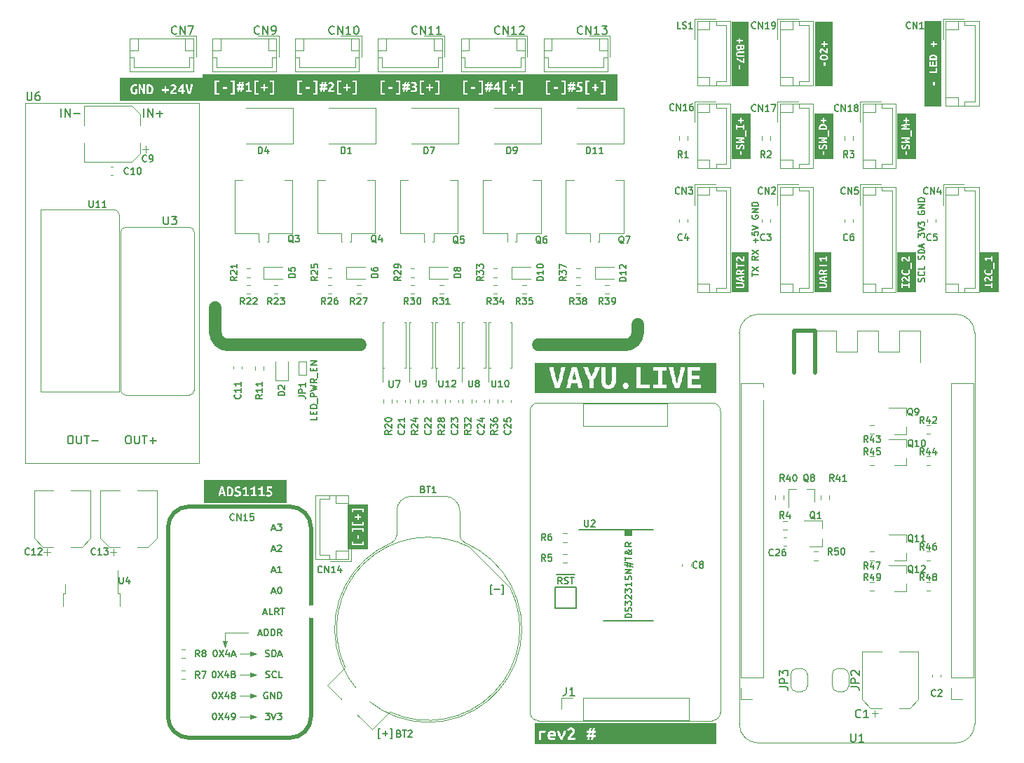
<source format=gto>
%TF.GenerationSoftware,KiCad,Pcbnew,5.1.9-73d0e3b20d~88~ubuntu20.04.1*%
%TF.CreationDate,2021-10-11T11:35:55+05:30*%
%TF.ProjectId,vayuO2,76617975-4f32-42e6-9b69-6361645f7063,rev 2*%
%TF.SameCoordinates,Original*%
%TF.FileFunction,Legend,Top*%
%TF.FilePolarity,Positive*%
%FSLAX46Y46*%
G04 Gerber Fmt 4.6, Leading zero omitted, Abs format (unit mm)*
G04 Created by KiCad (PCBNEW 5.1.9-73d0e3b20d~88~ubuntu20.04.1) date 2021-10-11 11:35:55*
%MOMM*%
%LPD*%
G01*
G04 APERTURE LIST*
%ADD10C,1.500000*%
%ADD11C,0.120000*%
%ADD12C,0.508000*%
%ADD13C,0.127000*%
%ADD14C,0.101600*%
%ADD15C,0.100000*%
%ADD16C,0.152400*%
%ADD17C,0.150000*%
%ADD18R,1.700000X1.700000*%
%ADD19O,1.700000X1.700000*%
%ADD20C,3.048000*%
%ADD21R,0.900000X0.800000*%
%ADD22C,1.700000*%
%ADD23C,3.000000*%
%ADD24O,2.600000X3.900000*%
%ADD25C,1.800000*%
%ADD26O,2.000000X1.700000*%
%ADD27O,1.700000X2.000000*%
%ADD28R,0.939800X2.489200*%
%ADD29R,4.368800X5.918200*%
%ADD30O,1.950000X1.700000*%
%ADD31R,1.200000X2.200000*%
%ADD32R,5.800000X6.400000*%
%ADD33R,0.600000X0.400000*%
%ADD34C,6.400000*%
%ADD35C,0.800000*%
%ADD36C,2.600000*%
%ADD37R,1.998980X0.599440*%
%ADD38R,0.800000X0.900000*%
%ADD39R,2.500000X2.300000*%
%ADD40C,1.524000*%
%ADD41C,4.572000*%
G04 APERTURE END LIST*
D10*
X73500000Y-88000000D02*
X73500000Y-85000000D01*
X75000000Y-89500000D02*
G75*
G02*
X73500000Y-88000000I0J1500000D01*
G01*
X124500000Y-88000000D02*
G75*
G02*
X123000000Y-89500000I-1500000J0D01*
G01*
X75000000Y-89500000D02*
X91000000Y-89500000D01*
X124500000Y-88000000D02*
X124500000Y-87000000D01*
X112500000Y-89500000D02*
X123000000Y-89500000D01*
D11*
X165030000Y-129730000D02*
X162370000Y-129730000D01*
X165030000Y-129730000D02*
X165030000Y-94110000D01*
X165030000Y-94110000D02*
X162370000Y-94110000D01*
X162370000Y-129730000D02*
X162370000Y-94110000D01*
X162370000Y-132330000D02*
X162370000Y-131000000D01*
X163700000Y-132330000D02*
X162370000Y-132330000D01*
X139630000Y-129730000D02*
X136970000Y-129730000D01*
X136970000Y-132330000D02*
X136970000Y-131000000D01*
X136970000Y-129730000D02*
X136970000Y-94110000D01*
X138300000Y-132330000D02*
X136970000Y-132330000D01*
X139630000Y-94110000D02*
X136970000Y-94110000D01*
X139630000Y-129730000D02*
X139630000Y-94110000D01*
X162938000Y-137604000D02*
X139062000Y-137604000D01*
X165224000Y-135318000D02*
X165224000Y-88074000D01*
X162938000Y-85788000D02*
X139062000Y-85788000D01*
X136776000Y-88074000D02*
X136776000Y-135318000D01*
D12*
X143380000Y-92900000D02*
X143380000Y-87820000D01*
X143380000Y-87820000D02*
X145920000Y-87820000D01*
D11*
X145920000Y-87820000D02*
X148460000Y-87820000D01*
X148460000Y-87820000D02*
X148460000Y-90360000D01*
X148460000Y-90360000D02*
X151000000Y-90360000D01*
X151000000Y-90360000D02*
X151000000Y-87820000D01*
X151000000Y-87820000D02*
X153540000Y-87820000D01*
X153540000Y-87820000D02*
X153540000Y-90360000D01*
X153540000Y-90360000D02*
X156080000Y-90360000D01*
X156080000Y-90360000D02*
X156080000Y-87820000D01*
X156080000Y-87820000D02*
X158620000Y-87820000D01*
X158620000Y-87820000D02*
X158620000Y-91630000D01*
D12*
X145920000Y-87820000D02*
X145920000Y-92900000D01*
D11*
X162938000Y-85788000D02*
G75*
G02*
X165224000Y-88074000I0J-2286000D01*
G01*
X136776000Y-88074000D02*
G75*
G02*
X139062000Y-85788000I2286000J0D01*
G01*
X139062000Y-137604000D02*
G75*
G02*
X136776000Y-135318000I0J2286000D01*
G01*
X165224000Y-135318000D02*
G75*
G02*
X162938000Y-137604000I-2286000J0D01*
G01*
X156960000Y-115580000D02*
X156960000Y-114650000D01*
X156960000Y-112420000D02*
X156960000Y-113350000D01*
X156960000Y-112420000D02*
X154800000Y-112420000D01*
X156960000Y-115580000D02*
X155500000Y-115580000D01*
X146760000Y-113880000D02*
X146760000Y-112950000D01*
X146760000Y-110720000D02*
X146760000Y-111650000D01*
X146760000Y-110720000D02*
X144600000Y-110720000D01*
X146760000Y-113880000D02*
X145300000Y-113880000D01*
D13*
G36*
X118757406Y-136633350D02*
G01*
X118947906Y-136633350D01*
X118995531Y-136371412D01*
X118807412Y-136371412D01*
X118757406Y-136633350D01*
G37*
G36*
X114344950Y-136573819D02*
G01*
X114333044Y-136486903D01*
X114294944Y-136411894D01*
X114228269Y-136358316D01*
X114128256Y-136338075D01*
X114029434Y-136357125D01*
X113960378Y-136409512D01*
X113917516Y-136485712D01*
X113897275Y-136573819D01*
X114344950Y-136573819D01*
G37*
G36*
X112542344Y-135237144D02*
G01*
X113136466Y-136102331D01*
X113230525Y-136110666D01*
X113331728Y-136124953D01*
X113423406Y-136147575D01*
X113371019Y-136419037D01*
X113303153Y-136404750D01*
X113594856Y-136690500D01*
X113606167Y-136551792D01*
X113640100Y-136430944D01*
X113692487Y-136328252D01*
X113759162Y-136244016D01*
X113838339Y-136178234D01*
X113928231Y-136130906D01*
X114024672Y-136102331D01*
X114123494Y-136092806D01*
X114275365Y-136109078D01*
X114400777Y-136157894D01*
X114499731Y-136239253D01*
X114571169Y-136351833D01*
X114614031Y-136494311D01*
X114628319Y-136666688D01*
X114627128Y-136726219D01*
X114623556Y-136776225D01*
X113897275Y-136776225D01*
X113919897Y-136874154D01*
X113987762Y-136948866D01*
X114091347Y-136996193D01*
X114221125Y-137011969D01*
X114389003Y-136992919D01*
X114523544Y-136954819D01*
X114564025Y-137204850D01*
X114402100Y-137248903D01*
X114209219Y-137266763D01*
X114073785Y-137257535D01*
X113953234Y-137229853D01*
X113848459Y-137184014D01*
X113760353Y-137120316D01*
X113689809Y-137039055D01*
X113637719Y-136940531D01*
X113605572Y-136824445D01*
X113594856Y-136690500D01*
X113303153Y-136404750D01*
X113223381Y-136391653D01*
X113144800Y-136383319D01*
X113080506Y-136380937D01*
X112959062Y-136386891D01*
X112837619Y-136409512D01*
X112837619Y-137240569D01*
X112542344Y-137240569D01*
X112542344Y-136195200D01*
X112660513Y-136156505D01*
X112781659Y-136126144D01*
X112914712Y-136106498D01*
X113068600Y-136099950D01*
X113136466Y-136102331D01*
X112542344Y-135237144D01*
X112029714Y-135237144D01*
X112029714Y-137762856D01*
X115173625Y-137240569D01*
X115101791Y-137091211D01*
X115029162Y-136925715D01*
X114955741Y-136744078D01*
X114901046Y-136598450D01*
X114847691Y-136446124D01*
X114795676Y-136287101D01*
X114745000Y-136121381D01*
X115052181Y-136121381D01*
X115075696Y-136214845D01*
X115103378Y-136314262D01*
X115134037Y-136416954D01*
X115166481Y-136520241D01*
X115200116Y-136622337D01*
X115234347Y-136721456D01*
X115299831Y-136900050D01*
X115368887Y-136721456D01*
X115406690Y-136622337D01*
X115443897Y-136520241D01*
X115480211Y-136416954D01*
X115515334Y-136314262D01*
X115546588Y-136214845D01*
X115571294Y-136121381D01*
X115868950Y-136121381D01*
X116638094Y-136176150D01*
X116583325Y-136036847D01*
X116445212Y-135988031D01*
X116299956Y-136021369D01*
X116149937Y-136133287D01*
X116004681Y-135928500D01*
X116107373Y-135841584D01*
X116224947Y-135780862D01*
X116349665Y-135745144D01*
X116473787Y-135733237D01*
X116647619Y-135759431D01*
X116795256Y-135838012D01*
X116897650Y-135970172D01*
X116935750Y-136154719D01*
X116907175Y-136301166D01*
X116830975Y-136438087D01*
X116723819Y-136566675D01*
X116602375Y-136685738D01*
X116530937Y-136753603D01*
X116454737Y-136834566D01*
X116394016Y-136919100D01*
X116369012Y-136997681D01*
X117002425Y-136997681D01*
X117002425Y-137240569D01*
X116040400Y-137240569D01*
X116034447Y-137181038D01*
X116035637Y-137131031D01*
X116046651Y-137016731D01*
X116079691Y-136911956D01*
X116129697Y-136815813D01*
X116191609Y-136727409D01*
X116261856Y-136645852D01*
X116336866Y-136570247D01*
X116411875Y-136499107D01*
X116482122Y-136430944D01*
X116594041Y-136302356D01*
X116638094Y-136176150D01*
X115868950Y-136121381D01*
X115817604Y-136287101D01*
X115763580Y-136446124D01*
X115706876Y-136598450D01*
X115647494Y-136744078D01*
X115568119Y-136925715D01*
X115491919Y-137091211D01*
X115418894Y-137240569D01*
X115173625Y-137240569D01*
X112029714Y-137762856D01*
X112542344Y-137762856D01*
X133457656Y-137762856D01*
X119433681Y-136128525D01*
X119433681Y-136371412D01*
X119238419Y-136371412D01*
X119188412Y-136633350D01*
X119433681Y-136633350D01*
X119433681Y-136876238D01*
X119143169Y-136876238D01*
X119074112Y-137240569D01*
X118831225Y-137240569D01*
X118900281Y-136876238D01*
X118709781Y-136876238D01*
X118643106Y-137240569D01*
X118400219Y-137240569D01*
X118469275Y-136876238D01*
X118326400Y-136876238D01*
X118326400Y-136633350D01*
X118514519Y-136633350D01*
X118564525Y-136371412D01*
X118326400Y-136371412D01*
X118326400Y-136128525D01*
X118612150Y-136128525D01*
X118681206Y-135766575D01*
X118924094Y-135766575D01*
X118852656Y-136128525D01*
X119043156Y-136128525D01*
X119112212Y-135766575D01*
X119355100Y-135766575D01*
X119286044Y-136128525D01*
X119433681Y-136128525D01*
X133457656Y-137762856D01*
X133970286Y-137762856D01*
X133970286Y-135237144D01*
X133457656Y-135237144D01*
X112542344Y-135237144D01*
G37*
D11*
X143000000Y-130700000D02*
X143000000Y-129300000D01*
X143700000Y-128600000D02*
X144300000Y-128600000D01*
X145000000Y-129300000D02*
X145000000Y-130700000D01*
X144300000Y-131400000D02*
X143700000Y-131400000D01*
X143700000Y-131400000D02*
G75*
G02*
X143000000Y-130700000I0J700000D01*
G01*
X145000000Y-130700000D02*
G75*
G02*
X144300000Y-131400000I-700000J0D01*
G01*
X144300000Y-128600000D02*
G75*
G02*
X145000000Y-129300000I0J-700000D01*
G01*
X143000000Y-129300000D02*
G75*
G02*
X143700000Y-128600000I700000J0D01*
G01*
X150000000Y-129300000D02*
X150000000Y-130700000D01*
X149300000Y-131400000D02*
X148700000Y-131400000D01*
X148000000Y-130700000D02*
X148000000Y-129300000D01*
X148700000Y-128600000D02*
X149300000Y-128600000D01*
X149300000Y-128600000D02*
G75*
G02*
X150000000Y-129300000I0J-700000D01*
G01*
X148000000Y-129300000D02*
G75*
G02*
X148700000Y-128600000I700000J0D01*
G01*
X148700000Y-131400000D02*
G75*
G02*
X148000000Y-130700000I0J700000D01*
G01*
X150000000Y-130700000D02*
G75*
G02*
X149300000Y-131400000I-700000J0D01*
G01*
D13*
G36*
X89501570Y-113701863D02*
G01*
X90014200Y-113701863D01*
X90014200Y-113262125D01*
X90166600Y-113262125D01*
X90166600Y-113516125D01*
X90620625Y-112908113D01*
X90620625Y-112473138D01*
X90812713Y-112473138D01*
X90812713Y-112908113D01*
X90620625Y-112908113D01*
X90166600Y-113516125D01*
X91233400Y-113516125D01*
X91233400Y-113262125D01*
X91385800Y-113262125D01*
X91385800Y-113701863D01*
X90014200Y-113701863D01*
X89501570Y-113701863D01*
X89501570Y-114214493D01*
X91898430Y-114214493D01*
X91385800Y-111679388D01*
X91385800Y-112120713D01*
X91233400Y-112120713D01*
X91233400Y-111866713D01*
X90166600Y-111866713D01*
X90166600Y-112120713D01*
X90014200Y-112120713D01*
X90014200Y-111679388D01*
X91385800Y-111679388D01*
X91898430Y-114214493D01*
X91898430Y-113701863D01*
X91898430Y-109298137D01*
X91233400Y-110880875D01*
X91385800Y-110880875D01*
X91385800Y-111320612D01*
X90014200Y-111320612D01*
X90014200Y-110880875D01*
X90166600Y-110880875D01*
X90166600Y-111134875D01*
X91233400Y-111134875D01*
X91233400Y-110880875D01*
X91898430Y-109298137D01*
X91898430Y-108785507D01*
X91385800Y-109298137D01*
X91385800Y-109739462D01*
X91233400Y-109739462D01*
X91233400Y-109485463D01*
X90166600Y-109485463D01*
X90166600Y-109739462D01*
X90014200Y-109739462D01*
X90014200Y-109298137D01*
X91385800Y-109298137D01*
X91898430Y-108785507D01*
X89501570Y-108785507D01*
X89501570Y-109298137D01*
X90350750Y-110225237D01*
X90626975Y-110225237D01*
X90626975Y-109976000D01*
X90787313Y-109976000D01*
X90787313Y-110225237D01*
X91063538Y-110225237D01*
X91063538Y-110393512D01*
X90787313Y-110393512D01*
X90787313Y-110642750D01*
X90626975Y-110642750D01*
X90626975Y-110393512D01*
X90350750Y-110393512D01*
X90350750Y-110225237D01*
X89501570Y-109298137D01*
X89501570Y-113701863D01*
G37*
G36*
X72588854Y-105790935D02*
G01*
X73994850Y-107155232D01*
X74037355Y-107013727D01*
X74079146Y-106875912D01*
X74120223Y-106741788D01*
X74160585Y-106611355D01*
X74415855Y-106611355D01*
X74457705Y-106742860D01*
X74499437Y-106878293D01*
X74541049Y-107017656D01*
X74582542Y-107160947D01*
X74615499Y-107279096D01*
X74648074Y-107401130D01*
X74680269Y-107527050D01*
X74712082Y-107656857D01*
X74863530Y-107777215D01*
X74863530Y-106626595D01*
X75014025Y-106603735D01*
X75145470Y-106598020D01*
X75256674Y-106606592D01*
X75357877Y-106632310D01*
X75446698Y-106676363D01*
X75520755Y-106739942D01*
X75580048Y-106823286D01*
X75624577Y-106926632D01*
X75652438Y-107051648D01*
X75661725Y-107200000D01*
X75651486Y-107351686D01*
X75620767Y-107479083D01*
X75571952Y-107583619D01*
X75507420Y-107666725D01*
X75428124Y-107729352D01*
X75335017Y-107772453D01*
X75230004Y-107797456D01*
X75114990Y-107805790D01*
X74992117Y-107799123D01*
X74863530Y-107777215D01*
X74712082Y-107656857D01*
X74743515Y-107790550D01*
X74492055Y-107790550D01*
X74436810Y-107518135D01*
X74122485Y-107518135D01*
X74069145Y-107790550D01*
X73825305Y-107790550D01*
X73858909Y-107653581D01*
X73892666Y-107521564D01*
X73926575Y-107394501D01*
X73960636Y-107272390D01*
X73994850Y-107155232D01*
X72588854Y-105790935D01*
X72076224Y-105790935D01*
X72076224Y-108609065D01*
X75789360Y-107725780D01*
X75857940Y-107535280D01*
X75980812Y-107592430D01*
X76060108Y-107612433D01*
X76155120Y-107619100D01*
X76253227Y-107606718D01*
X76315140Y-107572428D01*
X76346572Y-107522898D01*
X76355145Y-107466700D01*
X76334190Y-107401930D01*
X76280850Y-107351448D01*
X76208460Y-107311443D01*
X76128450Y-107278105D01*
X76017960Y-107234290D01*
X75914137Y-107171425D01*
X75836985Y-107077127D01*
X75806505Y-106937110D01*
X75833413Y-106789472D01*
X75914137Y-106678030D01*
X75994888Y-106626172D01*
X76093631Y-106595057D01*
X76210365Y-106584685D01*
X76312044Y-106590876D01*
X76399912Y-106609450D01*
X76536120Y-106664695D01*
X76467540Y-106845670D01*
X76361812Y-106799950D01*
X76227510Y-106780900D01*
X76123793Y-106795928D01*
X76061563Y-106841013D01*
X76040820Y-106916155D01*
X76059870Y-106976162D01*
X76108447Y-107021882D01*
X76175122Y-107057125D01*
X76248465Y-107085700D01*
X76363717Y-107132372D01*
X76474207Y-107200953D01*
X76557075Y-107307633D01*
X76581364Y-107379784D01*
X76589460Y-107468605D01*
X76562552Y-107615528D01*
X76481827Y-107724828D01*
X76823775Y-107790550D01*
X76823775Y-107596240D01*
X77071425Y-107596240D01*
X77071425Y-106937110D01*
X76949505Y-107004737D01*
X76833300Y-107051410D01*
X76757100Y-106857100D01*
X76856160Y-106813285D01*
X76962840Y-106754230D01*
X77063805Y-106685650D01*
X77145720Y-106611355D01*
X77305740Y-106611355D01*
X77305740Y-107596240D01*
X77540055Y-107596240D01*
X77776275Y-107790550D01*
X77776275Y-107596240D01*
X78023925Y-107596240D01*
X78023925Y-106937110D01*
X77902005Y-107004737D01*
X77785800Y-107051410D01*
X77709600Y-106857100D01*
X77808660Y-106813285D01*
X77915340Y-106754230D01*
X78016305Y-106685650D01*
X78098220Y-106611355D01*
X78258240Y-106611355D01*
X78258240Y-107596240D01*
X78492555Y-107596240D01*
X78492555Y-107790550D01*
X77776275Y-107790550D01*
X77540055Y-107596240D01*
X77540055Y-107790550D01*
X76823775Y-107790550D01*
X76481827Y-107724828D01*
X76397690Y-107775098D01*
X76288787Y-107805261D01*
X76155120Y-107815315D01*
X76023199Y-107807457D01*
X75920805Y-107783883D01*
X75789360Y-107725780D01*
X72076224Y-108609065D01*
X72588854Y-108609065D01*
X81611146Y-108609065D01*
X79445055Y-107790550D01*
X78728775Y-107790550D01*
X78728775Y-107596240D01*
X78976425Y-107596240D01*
X78976425Y-106937110D01*
X78854505Y-107004737D01*
X78738300Y-107051410D01*
X78662100Y-106857100D01*
X78761160Y-106813285D01*
X78867840Y-106754230D01*
X78968805Y-106685650D01*
X79050720Y-106611355D01*
X79210740Y-106611355D01*
X79698420Y-107062602D01*
X79711755Y-106907582D01*
X79721756Y-106756849D01*
X79728900Y-106611355D01*
X80330880Y-106611355D01*
X80330880Y-106805665D01*
X79925115Y-106805665D01*
X79915590Y-106933300D01*
X79906065Y-107041885D01*
X80050210Y-107061358D01*
X80167685Y-107099458D01*
X80258490Y-107156185D01*
X80323048Y-107231115D01*
X80361783Y-107323825D01*
X80374695Y-107434315D01*
X80346120Y-107585763D01*
X80258490Y-107706730D01*
X80192291Y-107752450D01*
X80111805Y-107786740D01*
X80017031Y-107808171D01*
X79907970Y-107815315D01*
X79814625Y-107809600D01*
X79723185Y-107795313D01*
X79644128Y-107775310D01*
X79589835Y-107754355D01*
X79637460Y-107560045D01*
X79744140Y-107598145D01*
X79817006Y-107611004D01*
X79906065Y-107615290D01*
X80019413Y-107600050D01*
X80089898Y-107560998D01*
X80125140Y-107506705D01*
X80134665Y-107443840D01*
X80118473Y-107353353D01*
X80053703Y-107282868D01*
X79915590Y-107237148D01*
X79812244Y-107225003D01*
X79681275Y-107220955D01*
X79698420Y-107062602D01*
X79210740Y-106611355D01*
X79210740Y-107596240D01*
X79445055Y-107596240D01*
X79445055Y-107790550D01*
X81611146Y-108609065D01*
X82123776Y-108609065D01*
X82123776Y-105790935D01*
X81611146Y-105790935D01*
X72588854Y-105790935D01*
G37*
G36*
X75097845Y-107600050D02*
G01*
X75118800Y-107601955D01*
X75139755Y-107601955D01*
X75274057Y-107571475D01*
X75361687Y-107487655D01*
X75409312Y-107360973D01*
X75420028Y-107284058D01*
X75423600Y-107200000D01*
X75412170Y-107051410D01*
X75372165Y-106923775D01*
X75294060Y-106835192D01*
X75166425Y-106801855D01*
X75132135Y-106802807D01*
X75097845Y-106807570D01*
X75097845Y-107600050D01*
G37*
G36*
X74282505Y-106839955D02*
G01*
X74247262Y-106966637D01*
X74216782Y-107084747D01*
X74190112Y-107201905D01*
X74166300Y-107323825D01*
X74396805Y-107323825D01*
X74373945Y-107201905D01*
X74348227Y-107084747D01*
X74317747Y-106966637D01*
X74282505Y-106839955D01*
G37*
G36*
X159184132Y-60164935D02*
G01*
X160187300Y-58156681D01*
X160187300Y-57721706D01*
X160379388Y-57721706D01*
X160379388Y-58156681D01*
X160187300Y-58156681D01*
X159184132Y-60164935D01*
X159184132Y-60677565D01*
X161215868Y-60677565D01*
X160690538Y-56018319D01*
X160690538Y-56635856D01*
X159707875Y-56635856D01*
X159707875Y-56439006D01*
X160528613Y-56439006D01*
X160528613Y-56018319D01*
X160690538Y-56018319D01*
X161215868Y-60677565D01*
X161215868Y-60164935D01*
X160690538Y-55854806D01*
X159707875Y-55854806D01*
X159707875Y-55259494D01*
X159869800Y-55259494D01*
X159869800Y-55659544D01*
X160090462Y-55659544D01*
X160090462Y-55311881D01*
X160252388Y-55311881D01*
X160252388Y-55659544D01*
X160528613Y-55659544D01*
X160528613Y-55224569D01*
X160690538Y-55224569D01*
X160690538Y-55854806D01*
X161215868Y-60164935D01*
X161215868Y-50835065D01*
X160353988Y-52843319D01*
X160353988Y-53092556D01*
X160630213Y-53092556D01*
X160630213Y-53260831D01*
X160353988Y-53260831D01*
X160353988Y-53510069D01*
X160193650Y-53510069D01*
X160193650Y-53260831D01*
X159917425Y-53260831D01*
X159917425Y-53092556D01*
X160193650Y-53092556D01*
X160193650Y-52843319D01*
X160353988Y-52843319D01*
X161215868Y-50835065D01*
X161215868Y-50322435D01*
X159184132Y-50322435D01*
X160198412Y-54410181D01*
X160324817Y-54418714D01*
X160430981Y-54444312D01*
X160518095Y-54484992D01*
X160587350Y-54538769D01*
X160639539Y-54604848D01*
X160675456Y-54682437D01*
X160696292Y-54769948D01*
X160703238Y-54865794D01*
X160697681Y-54968187D01*
X160679425Y-55075344D01*
X159720575Y-55075344D01*
X159701525Y-54949931D01*
X159696762Y-54840394D01*
X159703906Y-54747723D01*
X159725337Y-54663387D01*
X159762048Y-54589370D01*
X159815031Y-54527656D01*
X159884484Y-54478245D01*
X159970606Y-54441137D01*
X160074786Y-54417920D01*
X160198412Y-54410181D01*
X159184132Y-50322435D01*
X159184132Y-50835065D01*
X159184132Y-60164935D01*
G37*
G36*
X160531788Y-54880081D02*
G01*
X160533375Y-54862619D01*
X160533375Y-54845156D01*
X160507975Y-54733237D01*
X160438125Y-54660212D01*
X160332556Y-54620525D01*
X160268461Y-54611595D01*
X160198412Y-54608619D01*
X160074587Y-54618144D01*
X159968225Y-54651481D01*
X159894406Y-54716569D01*
X159866625Y-54822931D01*
X159867419Y-54851506D01*
X159871387Y-54880081D01*
X160531788Y-54880081D01*
G37*
G36*
X145974607Y-57683359D02*
G01*
X146988887Y-55766056D01*
X146988887Y-55331081D01*
X147000000Y-55108831D01*
X146880789Y-55102977D01*
X146777155Y-55085416D01*
X146689098Y-55056146D01*
X146616619Y-55015169D01*
X146544740Y-54944613D01*
X146501613Y-54857830D01*
X146487237Y-54754819D01*
X146501613Y-54648633D01*
X146544740Y-54560791D01*
X146616619Y-54491294D01*
X146689098Y-54451705D01*
X146777155Y-54423428D01*
X146880789Y-54406462D01*
X146866650Y-53896775D01*
X146782512Y-53867406D01*
X146689644Y-53903919D01*
X146657100Y-53995994D01*
X146679325Y-54092831D01*
X146753937Y-54192844D01*
X146617412Y-54289681D01*
X146559469Y-54221220D01*
X146518987Y-54142837D01*
X146495175Y-54059692D01*
X146487237Y-53976944D01*
X146504700Y-53861056D01*
X146557087Y-53762631D01*
X146645194Y-53694369D01*
X146768225Y-53668969D01*
X146865856Y-53688019D01*
X146957137Y-53738819D01*
X146995237Y-53500694D01*
X146995237Y-53251456D01*
X146719012Y-53251456D01*
X146719012Y-53083181D01*
X146995237Y-53083181D01*
X146995237Y-52833944D01*
X147155575Y-52833944D01*
X147155575Y-53083181D01*
X147431800Y-53083181D01*
X147431800Y-53251456D01*
X147155575Y-53251456D01*
X147155575Y-53500694D01*
X146995237Y-53500694D01*
X146957137Y-53738819D01*
X147042863Y-53810256D01*
X147122238Y-53891219D01*
X147167481Y-53938844D01*
X147221456Y-53989644D01*
X147277813Y-54030125D01*
X147330200Y-54046794D01*
X147330200Y-53624519D01*
X147492125Y-53624519D01*
X147492125Y-54265869D01*
X147452438Y-54269837D01*
X147419100Y-54269044D01*
X147342900Y-54261702D01*
X147273050Y-54239675D01*
X147208955Y-54206337D01*
X147150019Y-54165062D01*
X147095647Y-54118231D01*
X147045244Y-54068225D01*
X146997817Y-54018219D01*
X146952375Y-53971387D01*
X146866650Y-53896775D01*
X146880789Y-54406462D01*
X147000000Y-54400806D01*
X147119211Y-54406561D01*
X147222845Y-54423825D01*
X147310902Y-54452598D01*
X147383381Y-54492881D01*
X147455260Y-54562731D01*
X147498387Y-54649515D01*
X147512763Y-54753231D01*
X147498387Y-54859506D01*
X147455260Y-54947612D01*
X147383381Y-55017550D01*
X147310902Y-55057486D01*
X147222845Y-55086011D01*
X147119211Y-55103126D01*
X147000000Y-55108831D01*
X146988887Y-55331081D01*
X147180975Y-55331081D01*
X147180975Y-55766056D01*
X146988887Y-55766056D01*
X145974607Y-57683359D01*
X145974607Y-58195990D01*
X148025393Y-58195990D01*
X148025393Y-57683359D01*
X148025393Y-50916641D01*
X148025393Y-50404010D01*
X145974607Y-50404010D01*
X145974607Y-50916641D01*
X145974607Y-57683359D01*
G37*
G36*
X147000000Y-54910394D02*
G01*
X147069255Y-54909005D01*
X147134144Y-54904838D01*
X147242888Y-54882613D01*
X147315913Y-54835781D01*
X147342900Y-54754819D01*
X147315913Y-54674650D01*
X147242094Y-54627025D01*
X147133350Y-54604800D01*
X147069056Y-54600633D01*
X147000000Y-54599244D01*
X146930745Y-54600633D01*
X146865856Y-54604800D01*
X146757112Y-54627025D01*
X146684087Y-54673856D01*
X146657100Y-54754819D01*
X146684087Y-54835781D01*
X146757906Y-54882613D01*
X146866650Y-54904838D01*
X146930944Y-54909005D01*
X147000000Y-54910394D01*
G37*
G36*
X137919836Y-50916641D02*
G01*
X136910319Y-52437069D01*
X136910319Y-52686306D01*
X137186544Y-52686306D01*
X137186544Y-52854581D01*
X136910319Y-52854581D01*
X136910319Y-53103819D01*
X136749981Y-53103819D01*
X136749981Y-52854581D01*
X136473756Y-52854581D01*
X136473756Y-52686306D01*
X136749981Y-52686306D01*
X136749981Y-52437069D01*
X136910319Y-52437069D01*
X137919836Y-50916641D01*
X137919836Y-50404010D01*
X135880164Y-50404010D01*
X136429306Y-53253044D01*
X137383394Y-53253044D01*
X137400062Y-53375281D01*
X137407206Y-53507044D01*
X137401452Y-53607850D01*
X137384188Y-53688019D01*
X137323863Y-53797556D01*
X137240519Y-53851531D01*
X137148444Y-53865819D01*
X137082563Y-53857286D01*
X137024619Y-53831687D01*
X136938894Y-53740406D01*
X136896031Y-53824345D01*
X136840469Y-53876137D01*
X136776969Y-53902927D01*
X136710294Y-53911856D01*
X136628736Y-53904316D01*
X136561862Y-53881694D01*
X136466612Y-53799938D01*
X136436053Y-53743581D01*
X136415812Y-53677700D01*
X136404502Y-53604477D01*
X136400731Y-53526094D01*
X136402517Y-53459816D01*
X136407875Y-53391156D01*
X136416805Y-53321703D01*
X136429306Y-53253044D01*
X135880164Y-50404010D01*
X135880164Y-50916641D01*
X136392794Y-54354769D01*
X136399342Y-54267258D01*
X136418987Y-54195225D01*
X136494394Y-54092831D01*
X136548766Y-54060287D01*
X136613456Y-54038856D01*
X136687275Y-54026950D01*
X136769031Y-54022981D01*
X137396094Y-54022981D01*
X137396094Y-54219831D01*
X136781731Y-54219831D01*
X136677750Y-54226181D01*
X136610281Y-54247612D01*
X136573769Y-54289681D01*
X136562656Y-54357944D01*
X136573769Y-54426206D01*
X136611075Y-54469069D01*
X136679337Y-54491294D01*
X136783319Y-54497644D01*
X137396094Y-54497644D01*
X137396094Y-54692906D01*
X136769031Y-54692906D01*
X136687275Y-54688938D01*
X136613456Y-54677031D01*
X136548766Y-54655203D01*
X136494394Y-54621469D01*
X136450936Y-54575431D01*
X136418987Y-54516694D01*
X136399342Y-54443669D01*
X136392794Y-54354769D01*
X135880164Y-50916641D01*
X135880164Y-57683359D01*
X136724581Y-56162931D01*
X136724581Y-55727956D01*
X136916669Y-55727956D01*
X136916669Y-56162931D01*
X136724581Y-56162931D01*
X135880164Y-57683359D01*
X135880164Y-58195990D01*
X137919836Y-58195990D01*
X137259569Y-55461256D01*
X137157969Y-55395772D01*
X137062719Y-55335844D01*
X136972827Y-55280678D01*
X136887300Y-55229481D01*
X136805544Y-55181658D01*
X136726962Y-55136613D01*
X136650564Y-55093948D01*
X136575356Y-55053269D01*
X136575356Y-55475544D01*
X136413431Y-55475544D01*
X136413431Y-54827844D01*
X136526144Y-54827844D01*
X136596192Y-54863959D01*
X136669812Y-54902456D01*
X136747798Y-54944525D01*
X136830944Y-54991356D01*
X136920241Y-55042752D01*
X137016681Y-55098513D01*
X137121059Y-55159433D01*
X137234169Y-55226306D01*
X137234169Y-54848481D01*
X137396094Y-54848481D01*
X137396094Y-55461256D01*
X137259569Y-55461256D01*
X137919836Y-58195990D01*
X137919836Y-57683359D01*
X137919836Y-50916641D01*
G37*
G36*
X136843644Y-53448306D02*
G01*
X136576944Y-53448306D01*
X136572181Y-53493550D01*
X136570594Y-53541969D01*
X136576150Y-53607056D01*
X136596787Y-53663412D01*
X136639650Y-53703894D01*
X136710294Y-53719769D01*
X136812687Y-53674525D01*
X136843644Y-53553081D01*
X136843644Y-53448306D01*
G37*
G36*
X137005569Y-53524506D02*
G01*
X137038113Y-53637219D01*
X137127806Y-53675319D01*
X137184163Y-53664206D01*
X137217500Y-53634044D01*
X137233375Y-53589594D01*
X137237344Y-53537206D01*
X137235756Y-53491169D01*
X137230994Y-53448306D01*
X137005569Y-53448306D01*
X137005569Y-53524506D01*
G37*
G36*
X145853957Y-66559806D02*
G01*
X147228600Y-65577144D01*
X147218281Y-65495388D01*
X147189706Y-65443794D01*
X147148431Y-65417600D01*
X147101600Y-65410456D01*
X147047625Y-65427919D01*
X147005556Y-65472369D01*
X146972219Y-65532694D01*
X146944437Y-65599369D01*
X146907925Y-65691444D01*
X146855537Y-65777963D01*
X146776956Y-65842256D01*
X146660275Y-65867656D01*
X146537244Y-65845233D01*
X146444375Y-65777963D01*
X146401160Y-65710670D01*
X146375231Y-65628385D01*
X146366587Y-65531106D01*
X146371747Y-65446373D01*
X146387225Y-65373150D01*
X146433262Y-65259644D01*
X146584075Y-65316794D01*
X146545975Y-65404900D01*
X146530100Y-65516819D01*
X146542624Y-65603249D01*
X146580194Y-65655108D01*
X146642812Y-65672394D01*
X146692819Y-65656519D01*
X146730919Y-65616038D01*
X146760287Y-65560475D01*
X146784100Y-65499356D01*
X146822994Y-65403313D01*
X146880144Y-65311238D01*
X146969044Y-65242181D01*
X147029170Y-65221941D01*
X147103188Y-65215194D01*
X147138906Y-65078669D01*
X147015081Y-65087598D01*
X146889669Y-65095338D01*
X146763066Y-65101886D01*
X146635669Y-65107244D01*
X146510058Y-65111609D01*
X146388812Y-65115181D01*
X146388812Y-64934206D01*
X146484062Y-64935794D01*
X146582487Y-64937381D01*
X146682302Y-64938969D01*
X146781719Y-64940556D01*
X146879747Y-64942144D01*
X146975394Y-64943731D01*
X147066873Y-64944922D01*
X147152400Y-64945319D01*
X147041275Y-64912775D01*
X146922212Y-64877850D01*
X146814262Y-64846894D01*
X146736475Y-64824669D01*
X146736475Y-64681794D01*
X146811087Y-64662744D01*
X146909512Y-64634963D01*
X147025400Y-64601625D01*
X147152400Y-64565906D01*
X147066873Y-64566303D01*
X146975394Y-64567494D01*
X146879945Y-64569081D01*
X146782512Y-64570669D01*
X146683492Y-64572256D01*
X146583281Y-64573844D01*
X146484261Y-64575034D01*
X146388812Y-64575431D01*
X146388812Y-64394456D01*
X146511248Y-64399219D01*
X146637256Y-64403981D01*
X146764653Y-64409141D01*
X146891256Y-64415094D01*
X147016470Y-64422039D01*
X147139700Y-64430175D01*
X147258763Y-64439502D01*
X147371475Y-64450019D01*
X147371475Y-64611944D01*
X147267692Y-64646869D01*
X147156369Y-64681794D01*
X147043855Y-64716719D01*
X146936500Y-64751644D01*
X147040878Y-64787363D01*
X147153988Y-64824669D01*
X147267097Y-64861181D01*
X147371475Y-64894519D01*
X147371475Y-65056444D01*
X147258564Y-65068350D01*
X147138906Y-65078669D01*
X147103188Y-65215194D01*
X147225623Y-65237617D01*
X147316706Y-65304887D01*
X147358599Y-65375002D01*
X147383734Y-65465754D01*
X147392113Y-65577144D01*
X147385564Y-65687078D01*
X147365919Y-65772406D01*
X147317500Y-65881944D01*
X147158750Y-65824794D01*
X147206375Y-65722400D01*
X147223044Y-65656320D01*
X147228600Y-65577144D01*
X145853957Y-66559806D01*
X145853957Y-67072436D01*
X146868237Y-66559806D01*
X146868237Y-66124831D01*
X147060325Y-66124831D01*
X147060325Y-66559806D01*
X146868237Y-66559806D01*
X145853957Y-67072436D01*
X148146043Y-67072436D01*
X147463550Y-64345244D01*
X147463550Y-63576894D01*
X147633413Y-63576894D01*
X147633413Y-64345244D01*
X147463550Y-64345244D01*
X148146043Y-67072436D01*
X148146043Y-66559806D01*
X148146043Y-62040194D01*
X146879350Y-62813306D01*
X147005755Y-62821839D01*
X147111919Y-62847437D01*
X147199033Y-62888117D01*
X147268288Y-62941894D01*
X147320477Y-63007973D01*
X147356394Y-63085562D01*
X147377230Y-63173073D01*
X147384175Y-63268919D01*
X147378619Y-63371312D01*
X147360363Y-63478469D01*
X146401512Y-63478469D01*
X146382462Y-63353056D01*
X146377700Y-63243519D01*
X146384844Y-63150848D01*
X146406275Y-63066512D01*
X146442986Y-62992495D01*
X146495969Y-62930781D01*
X146565422Y-62881370D01*
X146651544Y-62844262D01*
X146755723Y-62821045D01*
X146879350Y-62813306D01*
X148146043Y-62040194D01*
X148146043Y-61527564D01*
X147311150Y-62289431D01*
X147311150Y-62457706D01*
X147034925Y-62457706D01*
X147034925Y-62706944D01*
X146874587Y-62706944D01*
X146874587Y-62457706D01*
X146598362Y-62457706D01*
X146598362Y-62289431D01*
X146874587Y-62289431D01*
X146874587Y-62040194D01*
X147034925Y-62040194D01*
X147034925Y-62289431D01*
X147311150Y-62289431D01*
X148146043Y-61527564D01*
X145853957Y-61527564D01*
X145853957Y-62040194D01*
X145853957Y-66559806D01*
G37*
G36*
X147212725Y-63283206D02*
G01*
X147214313Y-63265744D01*
X147214313Y-63248281D01*
X147188913Y-63136362D01*
X147119063Y-63063337D01*
X147013494Y-63023650D01*
X146949398Y-63014720D01*
X146879350Y-63011744D01*
X146755525Y-63021269D01*
X146649162Y-63054606D01*
X146575344Y-63119694D01*
X146547562Y-63226056D01*
X146548356Y-63254631D01*
X146552325Y-63283206D01*
X147212725Y-63283206D01*
G37*
G36*
X155853957Y-66559806D02*
G01*
X157228600Y-65577144D01*
X157218281Y-65495388D01*
X157189706Y-65443794D01*
X157148431Y-65417600D01*
X157101600Y-65410456D01*
X157047625Y-65427919D01*
X157005556Y-65472369D01*
X156972219Y-65532694D01*
X156944437Y-65599369D01*
X156907925Y-65691444D01*
X156855537Y-65777963D01*
X156776956Y-65842256D01*
X156660275Y-65867656D01*
X156537244Y-65845233D01*
X156444375Y-65777963D01*
X156401160Y-65710670D01*
X156375231Y-65628385D01*
X156366587Y-65531106D01*
X156371747Y-65446373D01*
X156387225Y-65373150D01*
X156433262Y-65259644D01*
X156584075Y-65316794D01*
X156545975Y-65404900D01*
X156530100Y-65516819D01*
X156542624Y-65603249D01*
X156580194Y-65655108D01*
X156642812Y-65672394D01*
X156692819Y-65656519D01*
X156730919Y-65616038D01*
X156760287Y-65560475D01*
X156784100Y-65499356D01*
X156822994Y-65403313D01*
X156880144Y-65311238D01*
X156969044Y-65242181D01*
X157029170Y-65221941D01*
X157103188Y-65215194D01*
X157138906Y-65078669D01*
X157015081Y-65087598D01*
X156889669Y-65095338D01*
X156763066Y-65101886D01*
X156635669Y-65107244D01*
X156510058Y-65111609D01*
X156388812Y-65115181D01*
X156388812Y-64934206D01*
X156484062Y-64935794D01*
X156582487Y-64937381D01*
X156682302Y-64938969D01*
X156781719Y-64940556D01*
X156879747Y-64942144D01*
X156975394Y-64943731D01*
X157066873Y-64944922D01*
X157152400Y-64945319D01*
X157041275Y-64912775D01*
X156922212Y-64877850D01*
X156814262Y-64846894D01*
X156736475Y-64824669D01*
X156736475Y-64681794D01*
X156811087Y-64662744D01*
X156909512Y-64634963D01*
X157025400Y-64601625D01*
X157152400Y-64565906D01*
X157066873Y-64566303D01*
X156975394Y-64567494D01*
X156879945Y-64569081D01*
X156782512Y-64570669D01*
X156683492Y-64572256D01*
X156583281Y-64573844D01*
X156484261Y-64575034D01*
X156388812Y-64575431D01*
X156388812Y-64394456D01*
X156511248Y-64399219D01*
X156637256Y-64403981D01*
X156764653Y-64409141D01*
X156891256Y-64415094D01*
X157016470Y-64422039D01*
X157139700Y-64430175D01*
X157258763Y-64439502D01*
X157371475Y-64450019D01*
X157371475Y-64611944D01*
X157267692Y-64646869D01*
X157156369Y-64681794D01*
X157043855Y-64716719D01*
X156936500Y-64751644D01*
X157040878Y-64787363D01*
X157153988Y-64824669D01*
X157267097Y-64861181D01*
X157371475Y-64894519D01*
X157371475Y-65056444D01*
X157258564Y-65068350D01*
X157138906Y-65078669D01*
X157103188Y-65215194D01*
X157225623Y-65237617D01*
X157316706Y-65304887D01*
X157358599Y-65375002D01*
X157383734Y-65465754D01*
X157392113Y-65577144D01*
X157385564Y-65687078D01*
X157365919Y-65772406D01*
X157317500Y-65881944D01*
X157158750Y-65824794D01*
X157206375Y-65722400D01*
X157223044Y-65656320D01*
X157228600Y-65577144D01*
X155853957Y-66559806D01*
X155853957Y-67072436D01*
X156868237Y-66559806D01*
X156868237Y-66124831D01*
X157060325Y-66124831D01*
X157060325Y-66559806D01*
X156868237Y-66559806D01*
X155853957Y-67072436D01*
X158146043Y-67072436D01*
X157463550Y-64345244D01*
X157463550Y-63576894D01*
X157633413Y-63576894D01*
X157633413Y-64345244D01*
X157463550Y-64345244D01*
X158146043Y-67072436D01*
X158146043Y-66559806D01*
X158146043Y-62040194D01*
X157001984Y-62820252D01*
X157123031Y-62814894D01*
X157245864Y-62810528D01*
X157371475Y-62806956D01*
X157371475Y-62986344D01*
X156607887Y-62976819D01*
X157023813Y-63097469D01*
X157023813Y-63240344D01*
X156607887Y-63356231D01*
X157371475Y-63348294D01*
X157371475Y-63527681D01*
X157248444Y-63522720D01*
X157120650Y-63517362D01*
X156990872Y-63511608D01*
X156861887Y-63505456D01*
X156735284Y-63498511D01*
X156612650Y-63490375D01*
X156496366Y-63481048D01*
X156388812Y-63470531D01*
X156388812Y-63308606D01*
X156474537Y-63280825D01*
X156587250Y-63245106D01*
X156709487Y-63207006D01*
X156823787Y-63170494D01*
X156702344Y-63130806D01*
X156581694Y-63091119D01*
X156472950Y-63056194D01*
X156388812Y-63027619D01*
X156388812Y-62865694D01*
X156515812Y-62854780D01*
X156639637Y-62844262D01*
X156761280Y-62834737D01*
X156881731Y-62826800D01*
X157001984Y-62820252D01*
X158146043Y-62040194D01*
X158146043Y-61527564D01*
X157311150Y-62289431D01*
X157311150Y-62457706D01*
X157034925Y-62457706D01*
X157034925Y-62706944D01*
X156874587Y-62706944D01*
X156874587Y-62457706D01*
X156598362Y-62457706D01*
X156598362Y-62289431D01*
X156874587Y-62289431D01*
X156874587Y-62040194D01*
X157034925Y-62040194D01*
X157034925Y-62289431D01*
X157311150Y-62289431D01*
X158146043Y-61527564D01*
X155853957Y-61527564D01*
X155853957Y-62040194D01*
X155853957Y-66559806D01*
G37*
G36*
X135853957Y-66559806D02*
G01*
X137228600Y-65577144D01*
X137218281Y-65495388D01*
X137189706Y-65443794D01*
X137148431Y-65417600D01*
X137101600Y-65410456D01*
X137047625Y-65427919D01*
X137005556Y-65472369D01*
X136972219Y-65532694D01*
X136944437Y-65599369D01*
X136907925Y-65691444D01*
X136855537Y-65777963D01*
X136776956Y-65842256D01*
X136660275Y-65867656D01*
X136537244Y-65845233D01*
X136444375Y-65777963D01*
X136401160Y-65710670D01*
X136375231Y-65628385D01*
X136366587Y-65531106D01*
X136371747Y-65446373D01*
X136387225Y-65373150D01*
X136433262Y-65259644D01*
X136584075Y-65316794D01*
X136545975Y-65404900D01*
X136530100Y-65516819D01*
X136542624Y-65603249D01*
X136580194Y-65655108D01*
X136642812Y-65672394D01*
X136692819Y-65656519D01*
X136730919Y-65616038D01*
X136760287Y-65560475D01*
X136784100Y-65499356D01*
X136822994Y-65403313D01*
X136880144Y-65311238D01*
X136969044Y-65242181D01*
X137029170Y-65221941D01*
X137103188Y-65215194D01*
X137138906Y-65078669D01*
X137015081Y-65087598D01*
X136889669Y-65095338D01*
X136763066Y-65101886D01*
X136635669Y-65107244D01*
X136510058Y-65111609D01*
X136388812Y-65115181D01*
X136388812Y-64934206D01*
X136484062Y-64935794D01*
X136582487Y-64937381D01*
X136682302Y-64938969D01*
X136781719Y-64940556D01*
X136879747Y-64942144D01*
X136975394Y-64943731D01*
X137066873Y-64944922D01*
X137152400Y-64945319D01*
X137041275Y-64912775D01*
X136922212Y-64877850D01*
X136814262Y-64846894D01*
X136736475Y-64824669D01*
X136736475Y-64681794D01*
X136811087Y-64662744D01*
X136909512Y-64634963D01*
X137025400Y-64601625D01*
X137152400Y-64565906D01*
X137066873Y-64566303D01*
X136975394Y-64567494D01*
X136879945Y-64569081D01*
X136782512Y-64570669D01*
X136683492Y-64572256D01*
X136583281Y-64573844D01*
X136484261Y-64575034D01*
X136388812Y-64575431D01*
X136388812Y-64394456D01*
X136511248Y-64399219D01*
X136637256Y-64403981D01*
X136764653Y-64409141D01*
X136891256Y-64415094D01*
X137016470Y-64422039D01*
X137139700Y-64430175D01*
X137258763Y-64439502D01*
X137371475Y-64450019D01*
X137371475Y-64611944D01*
X137267692Y-64646869D01*
X137156369Y-64681794D01*
X137043855Y-64716719D01*
X136936500Y-64751644D01*
X137040878Y-64787363D01*
X137153988Y-64824669D01*
X137267097Y-64861181D01*
X137371475Y-64894519D01*
X137371475Y-65056444D01*
X137258564Y-65068350D01*
X137138906Y-65078669D01*
X137103188Y-65215194D01*
X137225623Y-65237617D01*
X137316706Y-65304887D01*
X137358599Y-65375002D01*
X137383734Y-65465754D01*
X137392113Y-65577144D01*
X137385564Y-65687078D01*
X137365919Y-65772406D01*
X137317500Y-65881944D01*
X137158750Y-65824794D01*
X137206375Y-65722400D01*
X137223044Y-65656320D01*
X137228600Y-65577144D01*
X135853957Y-66559806D01*
X135853957Y-67072436D01*
X136868237Y-66559806D01*
X136868237Y-66124831D01*
X137060325Y-66124831D01*
X137060325Y-66559806D01*
X136868237Y-66559806D01*
X135853957Y-67072436D01*
X138146043Y-67072436D01*
X137463550Y-64345244D01*
X137463550Y-63576894D01*
X137633413Y-63576894D01*
X137633413Y-64345244D01*
X137463550Y-64345244D01*
X138146043Y-67072436D01*
X138146043Y-66559806D01*
X138146043Y-62040194D01*
X137371475Y-63478469D01*
X137209550Y-63478469D01*
X137209550Y-63264156D01*
X136550737Y-63264156D01*
X136550737Y-63478469D01*
X136388812Y-63478469D01*
X136388812Y-62854581D01*
X136550737Y-62854581D01*
X136550737Y-63067306D01*
X137209550Y-63067306D01*
X137209550Y-62854581D01*
X137371475Y-62854581D01*
X137371475Y-63478469D01*
X138146043Y-62040194D01*
X138146043Y-61527564D01*
X137311150Y-62289431D01*
X137311150Y-62457706D01*
X137034925Y-62457706D01*
X137034925Y-62706944D01*
X136874587Y-62706944D01*
X136874587Y-62457706D01*
X136598362Y-62457706D01*
X136598362Y-62289431D01*
X136874587Y-62289431D01*
X136874587Y-62040194D01*
X137034925Y-62040194D01*
X137034925Y-62289431D01*
X137311150Y-62289431D01*
X138146043Y-61527564D01*
X135853957Y-61527564D01*
X135853957Y-62040194D01*
X135853957Y-66559806D01*
G37*
G36*
X135874607Y-82623256D02*
G01*
X136409462Y-82623256D01*
X136409462Y-82426406D01*
X137023825Y-82426406D01*
X137127806Y-82420056D01*
X137195275Y-82398625D01*
X137231788Y-82356556D01*
X137242900Y-82288294D01*
X137231788Y-82220031D01*
X137194481Y-82177169D01*
X137126219Y-82154944D01*
X137022238Y-82148594D01*
X136409462Y-82148594D01*
X136409462Y-81953331D01*
X137036525Y-81953331D01*
X137118281Y-81957300D01*
X137192100Y-81969206D01*
X137256791Y-81991034D01*
X137311163Y-82024769D01*
X137354620Y-82070806D01*
X137386569Y-82129544D01*
X137406214Y-82202569D01*
X137412763Y-82291469D01*
X137406214Y-82378980D01*
X137386569Y-82451013D01*
X137311163Y-82553406D01*
X137256791Y-82585950D01*
X137192100Y-82607381D01*
X137118281Y-82619288D01*
X137036525Y-82623256D01*
X136409462Y-82623256D01*
X135874607Y-82623256D01*
X135874607Y-83135886D01*
X137925393Y-83135886D01*
X137392125Y-81321506D01*
X137165113Y-81367544D01*
X137165113Y-81629481D01*
X137392125Y-81673931D01*
X137392125Y-81877131D01*
X137277984Y-81849128D01*
X137167970Y-81820997D01*
X137062084Y-81792740D01*
X136960325Y-81764355D01*
X136862694Y-81735844D01*
X136744772Y-81700423D01*
X136629927Y-81665597D01*
X136518157Y-81631366D01*
X136409462Y-81597731D01*
X136409462Y-81385006D01*
X136519050Y-81350131D01*
X136631911Y-81315355D01*
X136748046Y-81280678D01*
X136867456Y-81246100D01*
X136965913Y-81218636D01*
X137067608Y-81191490D01*
X137172542Y-81164661D01*
X137280714Y-81138150D01*
X137392125Y-81111956D01*
X137392125Y-81321506D01*
X137925393Y-83135886D01*
X137925393Y-82623256D01*
X137925393Y-78776744D01*
X137392125Y-78776744D01*
X137392125Y-79418094D01*
X137352438Y-79422062D01*
X137319100Y-79421269D01*
X137242900Y-79413927D01*
X137173050Y-79391900D01*
X137108955Y-79358562D01*
X137050019Y-79317287D01*
X136995647Y-79270456D01*
X136945244Y-79220450D01*
X136897817Y-79170444D01*
X136852375Y-79123612D01*
X136766650Y-79049000D01*
X136682512Y-79019631D01*
X136589644Y-79056144D01*
X136557100Y-79148219D01*
X136579325Y-79245056D01*
X136653937Y-79345069D01*
X136517412Y-79441906D01*
X136459469Y-79373445D01*
X136418987Y-79295062D01*
X136395175Y-79211917D01*
X136387237Y-79129169D01*
X136404700Y-79013281D01*
X136457087Y-78914856D01*
X136545194Y-78846594D01*
X136668225Y-78821194D01*
X136765856Y-78840244D01*
X136857137Y-78891044D01*
X136942863Y-78962481D01*
X137022238Y-79043444D01*
X137067481Y-79091069D01*
X137121456Y-79141869D01*
X137177813Y-79182350D01*
X137230200Y-79199019D01*
X137230200Y-78776744D01*
X137392125Y-78776744D01*
X137925393Y-78776744D01*
X137925393Y-78264114D01*
X135874607Y-78264114D01*
X136398350Y-80757944D01*
X136403112Y-80677775D01*
X136417400Y-80605544D01*
X136441609Y-80542044D01*
X136476137Y-80488069D01*
X136576944Y-80412662D01*
X136643420Y-80393017D01*
X136720612Y-80386469D01*
X137392125Y-80005469D01*
X136571387Y-80005469D01*
X136571387Y-80264231D01*
X136409462Y-80264231D01*
X136409462Y-79549856D01*
X136571387Y-79549856D01*
X136571387Y-79808619D01*
X137392125Y-79808619D01*
X137392125Y-80005469D01*
X136720612Y-80386469D01*
X136802369Y-80395200D01*
X136876187Y-80421394D01*
X136937703Y-80467828D01*
X136982550Y-80537281D01*
X137073831Y-80480131D01*
X137178606Y-80421394D01*
X137288144Y-80366625D01*
X137392125Y-80321381D01*
X137392125Y-80526169D01*
X137298661Y-80565658D01*
X137208769Y-80611100D01*
X137120067Y-80661305D01*
X137030175Y-80715081D01*
X137030175Y-80816681D01*
X137392125Y-80816681D01*
X137392125Y-81011944D01*
X136423750Y-81011944D01*
X136411844Y-80949238D01*
X136403906Y-80880181D01*
X136399938Y-80813506D01*
X136398350Y-80757944D01*
X135874607Y-78264114D01*
X135874607Y-78776744D01*
X135874607Y-82623256D01*
G37*
G36*
X136599962Y-81496131D02*
G01*
X136705531Y-81525500D01*
X136803956Y-81550900D01*
X136901588Y-81573125D01*
X137003188Y-81592969D01*
X137003188Y-81400881D01*
X136901588Y-81419931D01*
X136803956Y-81441363D01*
X136705531Y-81466763D01*
X136599962Y-81496131D01*
G37*
G36*
X136719025Y-80584906D02*
G01*
X136651556Y-80596812D01*
X136604725Y-80632531D01*
X136577341Y-80687697D01*
X136568212Y-80757944D01*
X136569006Y-80784931D01*
X136572975Y-80816681D01*
X136868250Y-80816681D01*
X136868250Y-80773819D01*
X136858527Y-80687697D01*
X136829356Y-80629356D01*
X136719025Y-80584906D01*
G37*
G36*
X145880164Y-82620875D02*
G01*
X146403906Y-82620875D01*
X146403906Y-82424025D01*
X147018269Y-82424025D01*
X147122250Y-82417675D01*
X147189719Y-82396244D01*
X147226231Y-82354175D01*
X147237344Y-82285913D01*
X147226231Y-82217650D01*
X147188925Y-82174788D01*
X147120663Y-82152563D01*
X147016681Y-82146213D01*
X146403906Y-82146213D01*
X146403906Y-81950950D01*
X147030969Y-81950950D01*
X147112725Y-81954919D01*
X147186544Y-81966825D01*
X147251234Y-81988653D01*
X147305606Y-82022388D01*
X147349064Y-82068425D01*
X147381013Y-82127163D01*
X147400658Y-82200188D01*
X147407206Y-82289088D01*
X147400658Y-82376598D01*
X147381013Y-82448631D01*
X147305606Y-82551025D01*
X147251234Y-82583569D01*
X147186544Y-82605000D01*
X147112725Y-82616906D01*
X147030969Y-82620875D01*
X146403906Y-82620875D01*
X145880164Y-82620875D01*
X145880164Y-83133505D01*
X147919836Y-83133505D01*
X147386569Y-81319125D01*
X147159556Y-81365163D01*
X147159556Y-81627100D01*
X147386569Y-81671550D01*
X147386569Y-81874750D01*
X147272428Y-81846747D01*
X147162414Y-81818616D01*
X147056528Y-81790359D01*
X146954769Y-81761974D01*
X146857137Y-81733463D01*
X146739216Y-81698041D01*
X146624370Y-81663216D01*
X146512600Y-81628985D01*
X146403906Y-81595350D01*
X146403906Y-81382625D01*
X146513493Y-81347750D01*
X146626355Y-81312973D01*
X146742490Y-81278296D01*
X146861900Y-81243719D01*
X146960357Y-81216255D01*
X147062052Y-81189109D01*
X147166986Y-81162280D01*
X147275158Y-81135769D01*
X147386569Y-81109575D01*
X147386569Y-81319125D01*
X147919836Y-83133505D01*
X147919836Y-82620875D01*
X147919836Y-78779125D01*
X147919836Y-78266495D01*
X145880164Y-78266495D01*
X146392794Y-80755563D01*
X146397556Y-80675394D01*
X146411844Y-80603162D01*
X146436053Y-80539662D01*
X146470581Y-80485687D01*
X146571387Y-80410281D01*
X146637864Y-80390636D01*
X146715056Y-80384087D01*
X147386569Y-80003087D01*
X146565831Y-80003087D01*
X146565831Y-80261850D01*
X146403906Y-80261850D01*
X146403906Y-79547475D01*
X146565831Y-79547475D01*
X146565831Y-79806237D01*
X147224644Y-79169650D01*
X146675369Y-79169650D01*
X146731725Y-79271250D01*
X146770619Y-79368087D01*
X146608694Y-79431587D01*
X146572181Y-79349037D01*
X146522969Y-79260137D01*
X146465819Y-79176000D01*
X146403906Y-79107737D01*
X146403906Y-78974387D01*
X147224644Y-78974387D01*
X147224644Y-78779125D01*
X147386569Y-78779125D01*
X147386569Y-79376025D01*
X147224644Y-79376025D01*
X147224644Y-79169650D01*
X146565831Y-79806237D01*
X147386569Y-79806237D01*
X147386569Y-80003087D01*
X146715056Y-80384087D01*
X146796812Y-80392819D01*
X146870631Y-80419012D01*
X146932147Y-80465447D01*
X146976994Y-80534900D01*
X147068275Y-80477750D01*
X147173050Y-80419012D01*
X147282588Y-80364244D01*
X147386569Y-80319000D01*
X147386569Y-80523787D01*
X147293105Y-80563277D01*
X147203213Y-80608719D01*
X147114511Y-80658923D01*
X147024619Y-80712700D01*
X147024619Y-80814300D01*
X147386569Y-80814300D01*
X147386569Y-81009563D01*
X146418194Y-81009563D01*
X146406287Y-80946856D01*
X146398350Y-80877800D01*
X146394381Y-80811125D01*
X146392794Y-80755563D01*
X145880164Y-78266495D01*
X145880164Y-78779125D01*
X145880164Y-82620875D01*
G37*
G36*
X146594406Y-81493750D02*
G01*
X146699975Y-81523119D01*
X146798400Y-81548519D01*
X146896031Y-81570744D01*
X146997631Y-81590588D01*
X146997631Y-81398500D01*
X146896031Y-81417550D01*
X146798400Y-81438981D01*
X146699975Y-81464381D01*
X146594406Y-81493750D01*
G37*
G36*
X146713469Y-80582525D02*
G01*
X146646000Y-80594431D01*
X146599169Y-80630150D01*
X146571784Y-80685316D01*
X146562656Y-80755563D01*
X146563450Y-80782550D01*
X146567419Y-80814300D01*
X146862694Y-80814300D01*
X146862694Y-80771438D01*
X146852970Y-80685316D01*
X146823800Y-80626975D01*
X146713469Y-80582525D01*
G37*
G36*
X155853957Y-82611350D02*
G01*
X156388812Y-82611350D01*
X156388812Y-81987463D01*
X156550737Y-81987463D01*
X156550737Y-82200188D01*
X157209550Y-82200188D01*
X157209550Y-81987463D01*
X156974997Y-81663613D01*
X156924594Y-81613606D01*
X156877167Y-81563600D01*
X156831725Y-81516769D01*
X156746000Y-81442156D01*
X156661862Y-81412788D01*
X156568994Y-81449300D01*
X156536450Y-81541375D01*
X156558675Y-81638213D01*
X156633287Y-81738225D01*
X156496762Y-81835063D01*
X156438819Y-81766602D01*
X156398337Y-81688219D01*
X156374525Y-81605073D01*
X156366587Y-81522325D01*
X156384050Y-81406438D01*
X156436437Y-81308013D01*
X156524544Y-81239750D01*
X156647575Y-81214350D01*
X156745206Y-81233400D01*
X156836487Y-81284200D01*
X156922212Y-81355638D01*
X157001588Y-81436600D01*
X157046831Y-81484225D01*
X157100806Y-81535025D01*
X157157163Y-81575506D01*
X157209550Y-81592175D01*
X157209550Y-81169900D01*
X157371475Y-81169900D01*
X157371475Y-81811250D01*
X157331788Y-81815219D01*
X157298450Y-81814425D01*
X157222250Y-81807083D01*
X157152400Y-81785056D01*
X157088305Y-81751719D01*
X157029369Y-81710444D01*
X156974997Y-81663613D01*
X157209550Y-81987463D01*
X157371475Y-81987463D01*
X157371475Y-82611350D01*
X157209550Y-82611350D01*
X157209550Y-82397038D01*
X156550737Y-82397038D01*
X156550737Y-82611350D01*
X156388812Y-82611350D01*
X155853957Y-82611350D01*
X155853957Y-83123980D01*
X158146043Y-83123980D01*
X157392113Y-80639675D01*
X157377296Y-80767381D01*
X157332846Y-80873214D01*
X157258763Y-80957175D01*
X157185043Y-81005098D01*
X157097234Y-81039328D01*
X156995337Y-81059866D01*
X156879350Y-81066713D01*
X156763859Y-81058378D01*
X156661862Y-81033375D01*
X156573955Y-80993489D01*
X156500731Y-80940506D01*
X156442787Y-80875419D01*
X156400719Y-80799219D01*
X156375120Y-80713692D01*
X156366587Y-80620625D01*
X156375319Y-80526169D01*
X156395162Y-80452350D01*
X156418975Y-80399169D01*
X156438025Y-80366625D01*
X156593600Y-80417425D01*
X156553119Y-80505531D01*
X156536450Y-80623800D01*
X156553119Y-80713494D01*
X156608681Y-80791281D01*
X156712662Y-80846844D01*
X156785687Y-80862917D01*
X156874587Y-80868275D01*
X156978040Y-80861837D01*
X157064029Y-80842522D01*
X157132556Y-80810331D01*
X157199827Y-80733933D01*
X157222250Y-80620625D01*
X157204788Y-80494419D01*
X157169863Y-80414250D01*
X157323850Y-80365037D01*
X157370681Y-80476956D01*
X157386755Y-80552958D01*
X157392113Y-80639675D01*
X158146043Y-83123980D01*
X158146043Y-82611350D01*
X157463550Y-80303125D01*
X157463550Y-79534775D01*
X157633413Y-79534775D01*
X157633413Y-80303125D01*
X157463550Y-80303125D01*
X158146043Y-82611350D01*
X158146043Y-78788650D01*
X157371475Y-78788650D01*
X157371475Y-79430000D01*
X157331788Y-79433969D01*
X157298450Y-79433175D01*
X157222250Y-79425833D01*
X157152400Y-79403806D01*
X157088305Y-79370469D01*
X157029369Y-79329194D01*
X156974997Y-79282362D01*
X156924594Y-79232356D01*
X156877167Y-79182350D01*
X156831725Y-79135519D01*
X156746000Y-79060906D01*
X156661862Y-79031537D01*
X156568994Y-79068050D01*
X156536450Y-79160125D01*
X156558675Y-79256962D01*
X156633287Y-79356975D01*
X156496762Y-79453812D01*
X156438819Y-79385352D01*
X156398337Y-79306969D01*
X156374525Y-79223823D01*
X156366587Y-79141075D01*
X156384050Y-79025187D01*
X156436437Y-78926762D01*
X156524544Y-78858500D01*
X156647575Y-78833100D01*
X156745206Y-78852150D01*
X156836487Y-78902950D01*
X156922212Y-78974387D01*
X157001588Y-79055350D01*
X157046831Y-79102975D01*
X157100806Y-79153775D01*
X157157163Y-79194256D01*
X157209550Y-79210925D01*
X157209550Y-78788650D01*
X157371475Y-78788650D01*
X158146043Y-78788650D01*
X158146043Y-78276020D01*
X155853957Y-78276020D01*
X155853957Y-78788650D01*
X155853957Y-82611350D01*
G37*
G36*
X165853957Y-82608969D02*
G01*
X166388812Y-82608969D01*
X166388812Y-81985081D01*
X166550737Y-81985081D01*
X166550737Y-82197806D01*
X167209550Y-82197806D01*
X167209550Y-81985081D01*
X166974997Y-81661231D01*
X166924594Y-81611225D01*
X166877167Y-81561219D01*
X166831725Y-81514388D01*
X166746000Y-81439775D01*
X166661862Y-81410406D01*
X166568994Y-81446919D01*
X166536450Y-81538994D01*
X166558675Y-81635831D01*
X166633287Y-81735844D01*
X166496762Y-81832681D01*
X166438819Y-81764220D01*
X166398337Y-81685838D01*
X166374525Y-81602692D01*
X166366587Y-81519944D01*
X166384050Y-81404056D01*
X166436437Y-81305631D01*
X166524544Y-81237369D01*
X166647575Y-81211969D01*
X166745206Y-81231019D01*
X166836487Y-81281819D01*
X166922212Y-81353256D01*
X167001588Y-81434219D01*
X167046831Y-81481844D01*
X167100806Y-81532644D01*
X167157163Y-81573125D01*
X167209550Y-81589794D01*
X167209550Y-81167519D01*
X167371475Y-81167519D01*
X167371475Y-81808869D01*
X167331788Y-81812838D01*
X167298450Y-81812044D01*
X167222250Y-81804702D01*
X167152400Y-81782675D01*
X167088305Y-81749338D01*
X167029369Y-81708063D01*
X166974997Y-81661231D01*
X167209550Y-81985081D01*
X167371475Y-81985081D01*
X167371475Y-82608969D01*
X167209550Y-82608969D01*
X167209550Y-82394656D01*
X166550737Y-82394656D01*
X166550737Y-82608969D01*
X166388812Y-82608969D01*
X165853957Y-82608969D01*
X165853957Y-83121599D01*
X168146043Y-83121599D01*
X167392113Y-80637294D01*
X167377296Y-80764999D01*
X167332846Y-80870833D01*
X167258763Y-80954794D01*
X167185043Y-81002716D01*
X167097234Y-81036947D01*
X166995337Y-81057485D01*
X166879350Y-81064331D01*
X166763859Y-81055997D01*
X166661862Y-81030994D01*
X166573955Y-80991108D01*
X166500731Y-80938125D01*
X166442787Y-80873038D01*
X166400719Y-80796838D01*
X166375120Y-80711311D01*
X166366587Y-80618244D01*
X166375319Y-80523787D01*
X166395162Y-80449969D01*
X166418975Y-80396787D01*
X166438025Y-80364244D01*
X166593600Y-80415044D01*
X166553119Y-80503150D01*
X166536450Y-80621419D01*
X166553119Y-80711113D01*
X166608681Y-80788900D01*
X166712662Y-80844463D01*
X166785687Y-80860536D01*
X166874587Y-80865894D01*
X166978040Y-80859456D01*
X167064029Y-80840141D01*
X167132556Y-80807950D01*
X167199827Y-80731552D01*
X167222250Y-80618244D01*
X167204788Y-80492037D01*
X167169863Y-80411869D01*
X167323850Y-80362656D01*
X167370681Y-80474575D01*
X167386755Y-80550577D01*
X167392113Y-80637294D01*
X168146043Y-83121599D01*
X168146043Y-82608969D01*
X167463550Y-80300744D01*
X167463550Y-79532394D01*
X167633413Y-79532394D01*
X167633413Y-80300744D01*
X167463550Y-80300744D01*
X168146043Y-82608969D01*
X168146043Y-78791031D01*
X167371475Y-78791031D01*
X167371475Y-79387931D01*
X167209550Y-79387931D01*
X167209550Y-79181556D01*
X166660275Y-79181556D01*
X166716631Y-79283156D01*
X166755525Y-79379994D01*
X166593600Y-79443494D01*
X166557087Y-79360944D01*
X166507875Y-79272044D01*
X166450725Y-79187906D01*
X166388812Y-79119644D01*
X166388812Y-78986294D01*
X167209550Y-78986294D01*
X167209550Y-78791031D01*
X167371475Y-78791031D01*
X168146043Y-78791031D01*
X168146043Y-78278401D01*
X165853957Y-78278401D01*
X165853957Y-78791031D01*
X165853957Y-82608969D01*
G37*
D14*
X61232000Y-73141000D02*
X52367400Y-73141000D01*
X52367400Y-73141000D02*
X52367400Y-95137400D01*
X52367400Y-95137400D02*
X61867000Y-95137400D01*
X61867000Y-95137400D02*
X61867000Y-73776000D01*
X61232000Y-73141000D02*
G75*
G02*
X61867000Y-73776000I0J-635000D01*
G01*
D11*
X50500000Y-60250000D02*
X71500000Y-60250000D01*
X71500000Y-60250000D02*
X71500000Y-103750000D01*
X71500000Y-103750000D02*
X50500000Y-103750000D01*
X50500000Y-103750000D02*
X50500000Y-60250000D01*
X70305000Y-75260000D02*
X62685000Y-75260000D01*
X62050000Y-75895000D02*
X62050000Y-94945000D01*
X62685000Y-95580000D02*
X70305000Y-95580000D01*
X70940000Y-94945000D02*
X70940000Y-75895000D01*
X70305000Y-75260000D02*
G75*
G02*
X70940000Y-75895000I0J-635000D01*
G01*
X62050000Y-75895000D02*
G75*
G02*
X62685000Y-75260000I635000J0D01*
G01*
X62685000Y-95580000D02*
G75*
G02*
X62050000Y-94945000I0J635000D01*
G01*
X70940000Y-94945000D02*
G75*
G02*
X70305000Y-95580000I-635000J0D01*
G01*
D15*
X101230000Y-107784000D02*
X97170000Y-107784000D01*
X103010000Y-112474000D02*
X103010000Y-109564000D01*
X95390000Y-112474000D02*
X95390000Y-109564000D01*
X95390000Y-109564000D02*
G75*
G02*
X97170000Y-107784000I1780000J0D01*
G01*
X101230000Y-107784000D02*
G75*
G02*
X103010000Y-109564000I0J-1780000D01*
G01*
X103615754Y-113392623D02*
G75*
G02*
X94781000Y-113394000I-4415754J-10407377D01*
G01*
X103619269Y-113394505D02*
G75*
G02*
X103010000Y-112474000I390731J920505D01*
G01*
X95389640Y-112473555D02*
G75*
G02*
X94781000Y-113394000I-999640J-445D01*
G01*
D11*
X149477500Y-64737258D02*
X149477500Y-64262742D01*
X150522500Y-64737258D02*
X150522500Y-64262742D01*
X152758750Y-134043750D02*
X153546250Y-134043750D01*
X153152500Y-134437500D02*
X153152500Y-133650000D01*
X157345563Y-133410000D02*
X158410000Y-132345563D01*
X152654437Y-133410000D02*
X151590000Y-132345563D01*
X152654437Y-133410000D02*
X153940000Y-133410000D01*
X157345563Y-133410000D02*
X156060000Y-133410000D01*
X158410000Y-132345563D02*
X158410000Y-126590000D01*
X151590000Y-132345563D02*
X151590000Y-126590000D01*
X151590000Y-126590000D02*
X153940000Y-126590000D01*
X158410000Y-126590000D02*
X156060000Y-126590000D01*
X135710000Y-50390000D02*
X131690000Y-50390000D01*
X131690000Y-50390000D02*
X131690000Y-58110000D01*
X131690000Y-58110000D02*
X135710000Y-58110000D01*
X135710000Y-58110000D02*
X135710000Y-50390000D01*
X134000000Y-50390000D02*
X134000000Y-50890000D01*
X134000000Y-50890000D02*
X135210000Y-50890000D01*
X135210000Y-50890000D02*
X135210000Y-57610000D01*
X135210000Y-57610000D02*
X134000000Y-57610000D01*
X134000000Y-57610000D02*
X134000000Y-58110000D01*
X133190000Y-50390000D02*
X133190000Y-51390000D01*
X133190000Y-51390000D02*
X131690000Y-51390000D01*
X133190000Y-58110000D02*
X133190000Y-57110000D01*
X133190000Y-57110000D02*
X131690000Y-57110000D01*
X133890000Y-50090000D02*
X131390000Y-50090000D01*
X131390000Y-50090000D02*
X131390000Y-52590000D01*
X120860000Y-56460000D02*
X120860000Y-52440000D01*
X120860000Y-52440000D02*
X113140000Y-52440000D01*
X113140000Y-52440000D02*
X113140000Y-56460000D01*
X113140000Y-56460000D02*
X120860000Y-56460000D01*
X120860000Y-54750000D02*
X120360000Y-54750000D01*
X120360000Y-54750000D02*
X120360000Y-55960000D01*
X120360000Y-55960000D02*
X113640000Y-55960000D01*
X113640000Y-55960000D02*
X113640000Y-54750000D01*
X113640000Y-54750000D02*
X113140000Y-54750000D01*
X120860000Y-53940000D02*
X119860000Y-53940000D01*
X119860000Y-53940000D02*
X119860000Y-52440000D01*
X113140000Y-53940000D02*
X114140000Y-53940000D01*
X114140000Y-53940000D02*
X114140000Y-52440000D01*
X121160000Y-54640000D02*
X121160000Y-52140000D01*
X121160000Y-52140000D02*
X118660000Y-52140000D01*
X110860000Y-56460000D02*
X110860000Y-52440000D01*
X110860000Y-52440000D02*
X103140000Y-52440000D01*
X103140000Y-52440000D02*
X103140000Y-56460000D01*
X103140000Y-56460000D02*
X110860000Y-56460000D01*
X110860000Y-54750000D02*
X110360000Y-54750000D01*
X110360000Y-54750000D02*
X110360000Y-55960000D01*
X110360000Y-55960000D02*
X103640000Y-55960000D01*
X103640000Y-55960000D02*
X103640000Y-54750000D01*
X103640000Y-54750000D02*
X103140000Y-54750000D01*
X110860000Y-53940000D02*
X109860000Y-53940000D01*
X109860000Y-53940000D02*
X109860000Y-52440000D01*
X103140000Y-53940000D02*
X104140000Y-53940000D01*
X104140000Y-53940000D02*
X104140000Y-52440000D01*
X111160000Y-54640000D02*
X111160000Y-52140000D01*
X111160000Y-52140000D02*
X108660000Y-52140000D01*
X100860000Y-56460000D02*
X100860000Y-52440000D01*
X100860000Y-52440000D02*
X93140000Y-52440000D01*
X93140000Y-52440000D02*
X93140000Y-56460000D01*
X93140000Y-56460000D02*
X100860000Y-56460000D01*
X100860000Y-54750000D02*
X100360000Y-54750000D01*
X100360000Y-54750000D02*
X100360000Y-55960000D01*
X100360000Y-55960000D02*
X93640000Y-55960000D01*
X93640000Y-55960000D02*
X93640000Y-54750000D01*
X93640000Y-54750000D02*
X93140000Y-54750000D01*
X100860000Y-53940000D02*
X99860000Y-53940000D01*
X99860000Y-53940000D02*
X99860000Y-52440000D01*
X93140000Y-53940000D02*
X94140000Y-53940000D01*
X94140000Y-53940000D02*
X94140000Y-52440000D01*
X101160000Y-54640000D02*
X101160000Y-52140000D01*
X101160000Y-52140000D02*
X98660000Y-52140000D01*
X90860000Y-56460000D02*
X90860000Y-52440000D01*
X90860000Y-52440000D02*
X83140000Y-52440000D01*
X83140000Y-52440000D02*
X83140000Y-56460000D01*
X83140000Y-56460000D02*
X90860000Y-56460000D01*
X90860000Y-54750000D02*
X90360000Y-54750000D01*
X90360000Y-54750000D02*
X90360000Y-55960000D01*
X90360000Y-55960000D02*
X83640000Y-55960000D01*
X83640000Y-55960000D02*
X83640000Y-54750000D01*
X83640000Y-54750000D02*
X83140000Y-54750000D01*
X90860000Y-53940000D02*
X89860000Y-53940000D01*
X89860000Y-53940000D02*
X89860000Y-52440000D01*
X83140000Y-53940000D02*
X84140000Y-53940000D01*
X84140000Y-53940000D02*
X84140000Y-52440000D01*
X91160000Y-54640000D02*
X91160000Y-52140000D01*
X91160000Y-52140000D02*
X88660000Y-52140000D01*
X80860000Y-56460000D02*
X80860000Y-52440000D01*
X80860000Y-52440000D02*
X73140000Y-52440000D01*
X73140000Y-52440000D02*
X73140000Y-56460000D01*
X73140000Y-56460000D02*
X80860000Y-56460000D01*
X80860000Y-54750000D02*
X80360000Y-54750000D01*
X80360000Y-54750000D02*
X80360000Y-55960000D01*
X80360000Y-55960000D02*
X73640000Y-55960000D01*
X73640000Y-55960000D02*
X73640000Y-54750000D01*
X73640000Y-54750000D02*
X73140000Y-54750000D01*
X80860000Y-53940000D02*
X79860000Y-53940000D01*
X79860000Y-53940000D02*
X79860000Y-52440000D01*
X73140000Y-53940000D02*
X74140000Y-53940000D01*
X74140000Y-53940000D02*
X74140000Y-52440000D01*
X81160000Y-54640000D02*
X81160000Y-52140000D01*
X81160000Y-52140000D02*
X78660000Y-52140000D01*
X70860000Y-56460000D02*
X70860000Y-52440000D01*
X70860000Y-52440000D02*
X63140000Y-52440000D01*
X63140000Y-52440000D02*
X63140000Y-56460000D01*
X63140000Y-56460000D02*
X70860000Y-56460000D01*
X70860000Y-54750000D02*
X70360000Y-54750000D01*
X70360000Y-54750000D02*
X70360000Y-55960000D01*
X70360000Y-55960000D02*
X63640000Y-55960000D01*
X63640000Y-55960000D02*
X63640000Y-54750000D01*
X63640000Y-54750000D02*
X63140000Y-54750000D01*
X70860000Y-53940000D02*
X69860000Y-53940000D01*
X69860000Y-53940000D02*
X69860000Y-52440000D01*
X63140000Y-53940000D02*
X64140000Y-53940000D01*
X64140000Y-53940000D02*
X64140000Y-52440000D01*
X71160000Y-54640000D02*
X71160000Y-52140000D01*
X71160000Y-52140000D02*
X68660000Y-52140000D01*
X115320000Y-133500000D02*
X115320000Y-132170000D01*
X115320000Y-132170000D02*
X116650000Y-132170000D01*
X117920000Y-132170000D02*
X130680000Y-132170000D01*
X130680000Y-134830000D02*
X130680000Y-132170000D01*
X117920000Y-134830000D02*
X130680000Y-134830000D01*
X117920000Y-134830000D02*
X117920000Y-132170000D01*
X112500000Y-134900000D02*
X133500000Y-134900000D01*
X134500000Y-133900000D02*
X134500000Y-97500000D01*
X133500000Y-96500000D02*
X112500000Y-96500000D01*
X111500000Y-133900000D02*
X111500000Y-97500000D01*
X117920000Y-99270000D02*
X117920000Y-96610000D01*
X117920000Y-99270000D02*
X128080000Y-99270000D01*
X117920000Y-96610000D02*
X128080000Y-96610000D01*
X128080000Y-99270000D02*
X128080000Y-96610000D01*
X112500000Y-134900000D02*
G75*
G02*
X111500000Y-133900000I0J1000000D01*
G01*
X134500000Y-133900000D02*
G75*
G02*
X133500000Y-134900000I-1000000J0D01*
G01*
X133500000Y-96500000D02*
G75*
G02*
X134500000Y-97500000I0J-1000000D01*
G01*
X111500000Y-97500000D02*
G75*
G02*
X112500000Y-96500000I1000000J0D01*
G01*
D13*
G36*
X116860344Y-92691010D02*
G01*
X116783985Y-92965489D01*
X116717945Y-93221394D01*
X116660160Y-93475235D01*
X116608566Y-93739395D01*
X117107994Y-93739395D01*
X117058464Y-93475235D01*
X117002742Y-93221394D01*
X116936702Y-92965489D01*
X116860344Y-92691010D01*
G37*
G36*
X112542344Y-91683080D02*
G01*
X114536561Y-94750633D01*
X114434406Y-94447261D01*
X114326059Y-94106743D01*
X114253140Y-93867577D01*
X114182972Y-93628870D01*
X114115556Y-93390621D01*
X114051809Y-93156959D01*
X113992648Y-92932010D01*
X113938074Y-92715775D01*
X113869970Y-92426850D01*
X113822504Y-92195710D01*
X114359079Y-92195710D01*
X114390035Y-92409824D01*
X114433374Y-92655926D01*
X114485483Y-92922150D01*
X114542752Y-93196629D01*
X114604665Y-93473171D01*
X114670705Y-93745586D01*
X114738293Y-94002007D01*
X114804849Y-94230568D01*
X114870889Y-94005103D01*
X114936929Y-93749714D01*
X115000905Y-93477299D01*
X115060754Y-93200756D01*
X115116475Y-92925762D01*
X115168069Y-92657990D01*
X115213471Y-92410340D01*
X115250619Y-92195710D01*
X115783066Y-92195710D01*
X115727861Y-92457806D01*
X115661305Y-92748795D01*
X115583914Y-93061969D01*
X115496205Y-93390621D01*
X115432229Y-93616258D01*
X115364125Y-93844646D01*
X115291894Y-94075786D01*
X115216682Y-94305780D01*
X115139635Y-94530728D01*
X115060754Y-94750633D01*
X114536561Y-94750633D01*
X112542344Y-91683080D01*
X112029714Y-91683080D01*
X112029714Y-95316920D01*
X117314369Y-94750633D01*
X117194671Y-94160400D01*
X116513634Y-94160400D01*
X116398064Y-94750633D01*
X115869744Y-94750633D01*
X115942553Y-94453865D01*
X116015692Y-94167830D01*
X116089162Y-93892525D01*
X116162961Y-93627953D01*
X116237091Y-93374111D01*
X116329186Y-93067515D01*
X116419733Y-92768917D01*
X116508732Y-92478315D01*
X116596184Y-92195710D01*
X117149269Y-92195710D01*
X117239945Y-92480636D01*
X117330363Y-92774076D01*
X117420523Y-93076028D01*
X117510425Y-93386494D01*
X117581831Y-93642481D01*
X118531293Y-93515822D01*
X118398525Y-93255102D01*
X118278140Y-92998509D01*
X118165551Y-92739623D01*
X118056172Y-92472023D01*
X117950004Y-92195710D01*
X118494834Y-92195710D01*
X118594926Y-92495470D01*
X118705336Y-92800389D01*
X118822970Y-93094989D01*
X118944731Y-93363792D01*
X119049982Y-93124397D01*
X119169680Y-92818962D01*
X119228497Y-92656958D01*
X119285250Y-92492890D01*
X119386374Y-92195710D01*
X119910566Y-92195710D01*
X119832144Y-92403117D01*
X119753721Y-92604332D01*
X119673235Y-92801421D01*
X119588621Y-92996445D01*
X119498848Y-93189922D01*
X119402884Y-93382366D01*
X119299696Y-93576875D01*
X119188254Y-93776543D01*
X119188254Y-94750633D01*
X118676444Y-94750633D01*
X118676444Y-93780670D01*
X118531293Y-93515822D01*
X117581831Y-93642481D01*
X117652411Y-93906889D01*
X117722166Y-94179717D01*
X117791095Y-94460965D01*
X117859199Y-94750633D01*
X117314369Y-94750633D01*
X112029714Y-95316920D01*
X112542344Y-95316920D01*
X120983716Y-94804290D01*
X120756188Y-94787264D01*
X120568902Y-94736186D01*
X120302679Y-94540130D01*
X120218065Y-94398763D01*
X120162344Y-94230568D01*
X120131387Y-94038639D01*
X120121069Y-93826073D01*
X120121069Y-92195710D01*
X120632879Y-92195710D01*
X120632879Y-93793053D01*
X120649389Y-94063404D01*
X120705110Y-94238823D01*
X120814489Y-94333755D01*
X120991971Y-94362648D01*
X121169454Y-94333755D01*
X121280896Y-94236759D01*
X121338681Y-94059276D01*
X121355191Y-93788925D01*
X121355191Y-92195710D01*
X121862874Y-92195710D01*
X121862874Y-93826073D01*
X121852555Y-94038639D01*
X121821599Y-94230568D01*
X122688374Y-94424560D01*
X122719330Y-94269779D01*
X122801880Y-94156273D01*
X122919514Y-94086105D01*
X123059849Y-94061340D01*
X123315754Y-94156273D01*
X123427196Y-94424560D01*
X123315754Y-94701103D01*
X123059849Y-94796035D01*
X122919514Y-94771270D01*
X122801880Y-94699039D01*
X122719330Y-94583469D01*
X122688374Y-94424560D01*
X121821599Y-94230568D01*
X121764846Y-94398763D01*
X121677136Y-94540130D01*
X121557439Y-94653120D01*
X121404721Y-94736186D01*
X121214856Y-94787264D01*
X120983716Y-94804290D01*
X112542344Y-95316920D01*
X133457656Y-95316920D01*
X125986246Y-94750633D01*
X124380649Y-94750633D01*
X124380649Y-92195710D01*
X124892459Y-92195710D01*
X124892459Y-94329628D01*
X125986246Y-94329628D01*
X125986246Y-94750633D01*
X133457656Y-95316920D01*
X133970286Y-95316920D01*
X126374231Y-94750633D01*
X126374231Y-94329628D01*
X126931444Y-94329628D01*
X126931444Y-92616715D01*
X126374231Y-92616715D01*
X126374231Y-92195710D01*
X127996339Y-92195710D01*
X127996339Y-92616715D01*
X127443254Y-92616715D01*
X127443254Y-94329628D01*
X127996339Y-94329628D01*
X128982811Y-94750633D01*
X128880656Y-94447261D01*
X128772309Y-94106743D01*
X128699390Y-93867577D01*
X128629222Y-93628870D01*
X128561806Y-93390621D01*
X128498059Y-93156959D01*
X128438898Y-92932010D01*
X128384324Y-92715775D01*
X128316220Y-92426850D01*
X128268754Y-92195710D01*
X128805329Y-92195710D01*
X128836285Y-92409824D01*
X128879624Y-92655926D01*
X128931733Y-92922150D01*
X128989003Y-93196629D01*
X129050915Y-93473171D01*
X129116955Y-93745586D01*
X129184543Y-94002007D01*
X129251099Y-94230568D01*
X129317139Y-94005103D01*
X129383179Y-93749714D01*
X129447155Y-93477299D01*
X129507004Y-93200756D01*
X129562725Y-92925762D01*
X129614319Y-92657990D01*
X129659721Y-92410340D01*
X129696869Y-92195710D01*
X130229316Y-92195710D01*
X130174111Y-92457806D01*
X130107555Y-92748795D01*
X130030164Y-93061969D01*
X129942455Y-93390621D01*
X129878479Y-93616258D01*
X129810375Y-93844646D01*
X129738144Y-94075786D01*
X129662932Y-94305780D01*
X129585885Y-94530728D01*
X129507004Y-94750633D01*
X128982811Y-94750633D01*
X127996339Y-94329628D01*
X127996339Y-94750633D01*
X126374231Y-94750633D01*
X133970286Y-95316920D01*
X133970286Y-91683080D01*
X131950484Y-93190437D01*
X131950484Y-93611443D01*
X131046561Y-93611443D01*
X131046561Y-94329628D01*
X132177496Y-94329628D01*
X132177496Y-94750633D01*
X130538879Y-94750633D01*
X130538879Y-92195710D01*
X132086691Y-92195710D01*
X132086691Y-92616715D01*
X131046561Y-92616715D01*
X131046561Y-93190437D01*
X131950484Y-93190437D01*
X133970286Y-91683080D01*
X133457656Y-91683080D01*
X112542344Y-91683080D01*
G37*
G36*
X116426595Y-58422860D02*
G01*
X116578995Y-58422860D01*
X116617095Y-58213310D01*
X116466600Y-58213310D01*
X116426595Y-58422860D01*
G37*
G36*
X112488854Y-56783290D02*
G01*
X113405265Y-57577040D01*
X113932950Y-57577040D01*
X113932950Y-57759920D01*
X113628150Y-57759920D01*
X114357765Y-58304750D01*
X114879735Y-58304750D01*
X114879735Y-58535255D01*
X114357765Y-58535255D01*
X114357765Y-58304750D01*
X113628150Y-57759920D01*
X113628150Y-59040080D01*
X113932950Y-59040080D01*
X113932950Y-59222960D01*
X113405265Y-59222960D01*
X113405265Y-57577040D01*
X112488854Y-56783290D01*
X111976224Y-56783290D01*
X111976224Y-60016710D01*
X115832235Y-59222960D01*
X115302645Y-59222960D01*
X115302645Y-59040080D01*
X115607445Y-59040080D01*
X115607445Y-57759920D01*
X115302645Y-57759920D01*
X115302645Y-57577040D01*
X115832235Y-57577040D01*
X115832235Y-59222960D01*
X111976224Y-60016710D01*
X112488854Y-60016710D01*
X120594735Y-59222960D01*
X120065145Y-59222960D01*
X120065145Y-59040080D01*
X120369945Y-59040080D01*
X120369945Y-57759920D01*
X120065145Y-57759920D01*
X120065145Y-57577040D01*
X120594735Y-57577040D01*
X120594735Y-59222960D01*
X112488854Y-60016710D01*
X121511146Y-60016710D01*
X122023776Y-60016710D01*
X122023776Y-56783290D01*
X116559945Y-57729440D01*
X116502795Y-58019000D01*
X116655195Y-58019000D01*
X116710440Y-57729440D01*
X116904750Y-57729440D01*
X118167765Y-57577040D01*
X118695450Y-57577040D01*
X118695450Y-57759920D01*
X118390650Y-57759920D01*
X118981200Y-58312370D01*
X119280285Y-58312370D01*
X119280285Y-57980900D01*
X119482215Y-57980900D01*
X119482215Y-58312370D01*
X119781300Y-58312370D01*
X119781300Y-58504775D01*
X119482215Y-58504775D01*
X119482215Y-58836245D01*
X119280285Y-58836245D01*
X119280285Y-58504775D01*
X118981200Y-58504775D01*
X118981200Y-58312370D01*
X118390650Y-57759920D01*
X118390650Y-59040080D01*
X118695450Y-59040080D01*
X118695450Y-59222960D01*
X118167765Y-59222960D01*
X118167765Y-57577040D01*
X116904750Y-57729440D01*
X116849505Y-58019000D01*
X116967615Y-58019000D01*
X116967615Y-58213310D01*
X116811405Y-58213310D01*
X117611505Y-58561925D01*
X117595313Y-58471438D01*
X117530543Y-58400953D01*
X117392430Y-58355232D01*
X117289084Y-58343088D01*
X117158115Y-58339040D01*
X117175260Y-58180687D01*
X117188595Y-58025667D01*
X117198596Y-57874934D01*
X117205740Y-57729440D01*
X117807720Y-57729440D01*
X117807720Y-57923750D01*
X117401955Y-57923750D01*
X117392430Y-58051385D01*
X117382905Y-58159970D01*
X117527050Y-58179443D01*
X117644525Y-58217543D01*
X117735330Y-58274270D01*
X117799888Y-58349200D01*
X117838623Y-58441910D01*
X117851535Y-58552400D01*
X117822960Y-58703848D01*
X117735330Y-58824815D01*
X117669131Y-58870535D01*
X117588645Y-58904825D01*
X117493871Y-58926256D01*
X117384810Y-58933400D01*
X117291465Y-58927685D01*
X117200025Y-58913397D01*
X117120968Y-58893395D01*
X117066675Y-58872440D01*
X117114300Y-58678130D01*
X117220980Y-58716230D01*
X117293846Y-58729089D01*
X117382905Y-58733375D01*
X117496253Y-58718135D01*
X117566738Y-58679083D01*
X117601980Y-58624790D01*
X117611505Y-58561925D01*
X116811405Y-58213310D01*
X116771400Y-58422860D01*
X116967615Y-58422860D01*
X116967615Y-58617170D01*
X116735205Y-58617170D01*
X116679960Y-58908635D01*
X116485650Y-58908635D01*
X116540895Y-58617170D01*
X116388495Y-58617170D01*
X116335155Y-58908635D01*
X116140845Y-58908635D01*
X116196090Y-58617170D01*
X116081790Y-58617170D01*
X116081790Y-58422860D01*
X116232285Y-58422860D01*
X116272290Y-58213310D01*
X116081790Y-58213310D01*
X116081790Y-58019000D01*
X116310390Y-58019000D01*
X116365635Y-57729440D01*
X116559945Y-57729440D01*
X122023776Y-56783290D01*
X121511146Y-56783290D01*
X112488854Y-56783290D01*
G37*
G36*
X106426595Y-58422860D02*
G01*
X106578995Y-58422860D01*
X106617095Y-58213310D01*
X106466600Y-58213310D01*
X106426595Y-58422860D01*
G37*
G36*
X107542925Y-58022810D02*
G01*
X107472440Y-58116155D01*
X107401003Y-58219977D01*
X107333375Y-58329515D01*
X107276225Y-58438100D01*
X107542925Y-58438100D01*
X107542925Y-58022810D01*
G37*
G36*
X102488854Y-56783290D02*
G01*
X103405265Y-57577040D01*
X103932950Y-57577040D01*
X103932950Y-57759920D01*
X103628150Y-57759920D01*
X104357765Y-58304750D01*
X104879735Y-58304750D01*
X104879735Y-58535255D01*
X104357765Y-58535255D01*
X104357765Y-58304750D01*
X103628150Y-57759920D01*
X103628150Y-59040080D01*
X103932950Y-59040080D01*
X103932950Y-59222960D01*
X103405265Y-59222960D01*
X103405265Y-57577040D01*
X102488854Y-56783290D01*
X101976224Y-56783290D01*
X101976224Y-60016710D01*
X105832235Y-59222960D01*
X105302645Y-59222960D01*
X105302645Y-59040080D01*
X105607445Y-59040080D01*
X105607445Y-57759920D01*
X105302645Y-57759920D01*
X105302645Y-57577040D01*
X105832235Y-57577040D01*
X105832235Y-59222960D01*
X101976224Y-60016710D01*
X102488854Y-60016710D01*
X110594735Y-59222960D01*
X110065145Y-59222960D01*
X110065145Y-59040080D01*
X110369945Y-59040080D01*
X110369945Y-57759920D01*
X110065145Y-57759920D01*
X110065145Y-57577040D01*
X110594735Y-57577040D01*
X110594735Y-59222960D01*
X102488854Y-60016710D01*
X111511146Y-60016710D01*
X112023776Y-60016710D01*
X112023776Y-56783290D01*
X106559945Y-57729440D01*
X106502795Y-58019000D01*
X106655195Y-58019000D01*
X106710440Y-57729440D01*
X108167765Y-57577040D01*
X108695450Y-57577040D01*
X108695450Y-57759920D01*
X108390650Y-57759920D01*
X108981200Y-58312370D01*
X109280285Y-58312370D01*
X109280285Y-57980900D01*
X109482215Y-57980900D01*
X109482215Y-58312370D01*
X109781300Y-58312370D01*
X109781300Y-58504775D01*
X109482215Y-58504775D01*
X109482215Y-58836245D01*
X109280285Y-58836245D01*
X109280285Y-58504775D01*
X108981200Y-58504775D01*
X108981200Y-58312370D01*
X108390650Y-57759920D01*
X108390650Y-59040080D01*
X108695450Y-59040080D01*
X108695450Y-59222960D01*
X108167765Y-59222960D01*
X108167765Y-57577040D01*
X106710440Y-57729440D01*
X106904750Y-57729440D01*
X107491490Y-57810641D01*
X107567690Y-57729440D01*
X107777240Y-57729440D01*
X107777240Y-58438100D01*
X107904875Y-58438100D01*
X107904875Y-58630505D01*
X107777240Y-58630505D01*
X107777240Y-58908635D01*
X107542925Y-58908635D01*
X107542925Y-58630505D01*
X107051435Y-58630505D01*
X107051435Y-58459055D01*
X107092869Y-58379759D01*
X107144780Y-58290462D01*
X107204788Y-58194974D01*
X107270510Y-58097105D01*
X107340995Y-57998759D01*
X107415290Y-57901842D01*
X107491490Y-57810641D01*
X106904750Y-57729440D01*
X106849505Y-58019000D01*
X106967615Y-58019000D01*
X106967615Y-58213310D01*
X106811405Y-58213310D01*
X106771400Y-58422860D01*
X106967615Y-58422860D01*
X106967615Y-58617170D01*
X106735205Y-58617170D01*
X106679960Y-58908635D01*
X106485650Y-58908635D01*
X106540895Y-58617170D01*
X106388495Y-58617170D01*
X106335155Y-58908635D01*
X106140845Y-58908635D01*
X106196090Y-58617170D01*
X106081790Y-58617170D01*
X106081790Y-58422860D01*
X106232285Y-58422860D01*
X106272290Y-58213310D01*
X106081790Y-58213310D01*
X106081790Y-58019000D01*
X106310390Y-58019000D01*
X106365635Y-57729440D01*
X106559945Y-57729440D01*
X112023776Y-56783290D01*
X111511146Y-56783290D01*
X102488854Y-56783290D01*
G37*
G36*
X96426595Y-58422860D02*
G01*
X96578995Y-58422860D01*
X96617095Y-58213310D01*
X96466600Y-58213310D01*
X96426595Y-58422860D01*
G37*
G36*
X92488854Y-56783290D02*
G01*
X93405265Y-57577040D01*
X93932950Y-57577040D01*
X93932950Y-57759920D01*
X93628150Y-57759920D01*
X94357765Y-58304750D01*
X94879735Y-58304750D01*
X94879735Y-58535255D01*
X94357765Y-58535255D01*
X94357765Y-58304750D01*
X93628150Y-57759920D01*
X93628150Y-59040080D01*
X93932950Y-59040080D01*
X93932950Y-59222960D01*
X93405265Y-59222960D01*
X93405265Y-57577040D01*
X92488854Y-56783290D01*
X91976224Y-56783290D01*
X91976224Y-60016710D01*
X95832235Y-59222960D01*
X95302645Y-59222960D01*
X95302645Y-59040080D01*
X95607445Y-59040080D01*
X95607445Y-57759920D01*
X95302645Y-57759920D01*
X95302645Y-57577040D01*
X95832235Y-57577040D01*
X95832235Y-59222960D01*
X91976224Y-60016710D01*
X92488854Y-60016710D01*
X97405765Y-58933400D01*
X97313373Y-58926733D01*
X97220028Y-58910540D01*
X97137160Y-58889585D01*
X97078105Y-58868630D01*
X97123825Y-58672415D01*
X97237173Y-58712420D01*
X97313611Y-58728136D01*
X97403860Y-58733375D01*
X97506016Y-58720516D01*
X97572453Y-58681940D01*
X97621030Y-58554305D01*
X97602456Y-58475009D01*
X97546735Y-58423813D01*
X97462439Y-58395952D01*
X97358140Y-58386665D01*
X97285750Y-58386665D01*
X97285750Y-58192355D01*
X97373380Y-58192355D01*
X97445770Y-58184735D01*
X97510540Y-58159970D01*
X97557213Y-58114250D01*
X97575310Y-58041860D01*
X97536258Y-57939942D01*
X97428625Y-57902795D01*
X97296228Y-57924702D01*
X97182880Y-57978995D01*
X97099060Y-57807545D01*
X97235268Y-57738012D01*
X97325517Y-57711581D01*
X97426720Y-57702770D01*
X97519351Y-57708961D01*
X97599123Y-57727535D01*
X97720090Y-57797067D01*
X97790575Y-57902795D01*
X97813435Y-58034240D01*
X97773430Y-58169495D01*
X97666750Y-58268555D01*
X97747951Y-58315704D01*
X97808673Y-58380950D01*
X97846534Y-58462389D01*
X97859155Y-58558115D01*
X97832485Y-58708610D01*
X97750570Y-58827673D01*
X97687705Y-58872440D01*
X97609600Y-58905778D01*
X97515779Y-58926494D01*
X97405765Y-58933400D01*
X92488854Y-60016710D01*
X101511146Y-60016710D01*
X100594735Y-59222960D01*
X100065145Y-59222960D01*
X100065145Y-59040080D01*
X100369945Y-59040080D01*
X100369945Y-57759920D01*
X100065145Y-57759920D01*
X100065145Y-57577040D01*
X100594735Y-57577040D01*
X100594735Y-59222960D01*
X101511146Y-60016710D01*
X102023776Y-60016710D01*
X102023776Y-56783290D01*
X96559945Y-57729440D01*
X96502795Y-58019000D01*
X96655195Y-58019000D01*
X96710440Y-57729440D01*
X96904750Y-57729440D01*
X98167765Y-57577040D01*
X98695450Y-57577040D01*
X98695450Y-57759920D01*
X98390650Y-57759920D01*
X98981200Y-58312370D01*
X99280285Y-58312370D01*
X99280285Y-57980900D01*
X99482215Y-57980900D01*
X99482215Y-58312370D01*
X99781300Y-58312370D01*
X99781300Y-58504775D01*
X99482215Y-58504775D01*
X99482215Y-58836245D01*
X99280285Y-58836245D01*
X99280285Y-58504775D01*
X98981200Y-58504775D01*
X98981200Y-58312370D01*
X98390650Y-57759920D01*
X98390650Y-59040080D01*
X98695450Y-59040080D01*
X98695450Y-59222960D01*
X98167765Y-59222960D01*
X98167765Y-57577040D01*
X96904750Y-57729440D01*
X96849505Y-58019000D01*
X96967615Y-58019000D01*
X96967615Y-58213310D01*
X96811405Y-58213310D01*
X96771400Y-58422860D01*
X96967615Y-58422860D01*
X96967615Y-58617170D01*
X96735205Y-58617170D01*
X96679960Y-58908635D01*
X96485650Y-58908635D01*
X96540895Y-58617170D01*
X96388495Y-58617170D01*
X96335155Y-58908635D01*
X96140845Y-58908635D01*
X96196090Y-58617170D01*
X96081790Y-58617170D01*
X96081790Y-58422860D01*
X96232285Y-58422860D01*
X96272290Y-58213310D01*
X96081790Y-58213310D01*
X96081790Y-58019000D01*
X96310390Y-58019000D01*
X96365635Y-57729440D01*
X96559945Y-57729440D01*
X102023776Y-56783290D01*
X101511146Y-56783290D01*
X92488854Y-56783290D01*
G37*
G36*
X86426595Y-58422860D02*
G01*
X86578995Y-58422860D01*
X86617095Y-58213310D01*
X86466600Y-58213310D01*
X86426595Y-58422860D01*
G37*
G36*
X82488854Y-56783290D02*
G01*
X83405265Y-57577040D01*
X83932950Y-57577040D01*
X83932950Y-57759920D01*
X83628150Y-57759920D01*
X84357765Y-58304750D01*
X84879735Y-58304750D01*
X84879735Y-58535255D01*
X84357765Y-58535255D01*
X84357765Y-58304750D01*
X83628150Y-57759920D01*
X83628150Y-59040080D01*
X83932950Y-59040080D01*
X83932950Y-59222960D01*
X83405265Y-59222960D01*
X83405265Y-57577040D01*
X82488854Y-56783290D01*
X81976224Y-56783290D01*
X81976224Y-60016710D01*
X85832235Y-59222960D01*
X85302645Y-59222960D01*
X85302645Y-59040080D01*
X85607445Y-59040080D01*
X85607445Y-57759920D01*
X85302645Y-57759920D01*
X85302645Y-57577040D01*
X85832235Y-57577040D01*
X85832235Y-59222960D01*
X81976224Y-60016710D01*
X82488854Y-60016710D01*
X90594735Y-59222960D01*
X90065145Y-59222960D01*
X90065145Y-59040080D01*
X90369945Y-59040080D01*
X90369945Y-57759920D01*
X90065145Y-57759920D01*
X90065145Y-57577040D01*
X90594735Y-57577040D01*
X90594735Y-59222960D01*
X82488854Y-60016710D01*
X91511146Y-60016710D01*
X92023776Y-60016710D01*
X92023776Y-56783290D01*
X86559945Y-57729440D01*
X86502795Y-58019000D01*
X86655195Y-58019000D01*
X86710440Y-57729440D01*
X86904750Y-57729440D01*
X88167765Y-57577040D01*
X88695450Y-57577040D01*
X88695450Y-57759920D01*
X88390650Y-57759920D01*
X88981200Y-58312370D01*
X89280285Y-58312370D01*
X89280285Y-57980900D01*
X89482215Y-57980900D01*
X89482215Y-58312370D01*
X89781300Y-58312370D01*
X89781300Y-58504775D01*
X89482215Y-58504775D01*
X89482215Y-58836245D01*
X89280285Y-58836245D01*
X89280285Y-58504775D01*
X88981200Y-58504775D01*
X88981200Y-58312370D01*
X88390650Y-57759920D01*
X88390650Y-59040080D01*
X88695450Y-59040080D01*
X88695450Y-59222960D01*
X88167765Y-59222960D01*
X88167765Y-57577040D01*
X86904750Y-57729440D01*
X86849505Y-58019000D01*
X86967615Y-58019000D01*
X87588645Y-58057100D01*
X87544830Y-57945657D01*
X87434340Y-57906605D01*
X87318135Y-57933275D01*
X87198120Y-58022810D01*
X87081915Y-57858980D01*
X87164068Y-57789447D01*
X87258128Y-57740870D01*
X87357902Y-57712295D01*
X87457200Y-57702770D01*
X87596265Y-57723725D01*
X87714375Y-57786590D01*
X87796290Y-57892317D01*
X87826770Y-58039955D01*
X87803910Y-58157112D01*
X87742950Y-58266650D01*
X87657225Y-58369520D01*
X87560070Y-58464770D01*
X87502920Y-58519063D01*
X87441960Y-58583833D01*
X87393383Y-58651460D01*
X87373380Y-58714325D01*
X87880110Y-58714325D01*
X87880110Y-58908635D01*
X87110490Y-58908635D01*
X87105728Y-58861010D01*
X87106680Y-58821005D01*
X87115491Y-58729565D01*
X87141923Y-58645745D01*
X87181928Y-58568831D01*
X87231458Y-58498108D01*
X87287655Y-58432861D01*
X87347663Y-58372377D01*
X87407670Y-58315466D01*
X87463868Y-58260935D01*
X87553403Y-58158065D01*
X87588645Y-58057100D01*
X86967615Y-58019000D01*
X86967615Y-58213310D01*
X86811405Y-58213310D01*
X86771400Y-58422860D01*
X86967615Y-58422860D01*
X86967615Y-58617170D01*
X86735205Y-58617170D01*
X86679960Y-58908635D01*
X86485650Y-58908635D01*
X86540895Y-58617170D01*
X86388495Y-58617170D01*
X86335155Y-58908635D01*
X86140845Y-58908635D01*
X86196090Y-58617170D01*
X86081790Y-58617170D01*
X86081790Y-58422860D01*
X86232285Y-58422860D01*
X86272290Y-58213310D01*
X86081790Y-58213310D01*
X86081790Y-58019000D01*
X86310390Y-58019000D01*
X86365635Y-57729440D01*
X86559945Y-57729440D01*
X92023776Y-56783290D01*
X91511146Y-56783290D01*
X82488854Y-56783290D01*
G37*
G36*
X69433638Y-58304725D02*
G01*
X69363153Y-58398070D01*
X69291715Y-58501892D01*
X69224088Y-58611430D01*
X69166938Y-58720015D01*
X69433638Y-58720015D01*
X69433638Y-58304725D01*
G37*
G36*
X65417897Y-59000050D02*
G01*
X65438852Y-59001955D01*
X65459807Y-59001955D01*
X65594110Y-58971475D01*
X65681740Y-58887655D01*
X65729365Y-58760973D01*
X65740081Y-58684058D01*
X65743652Y-58600000D01*
X65732222Y-58451410D01*
X65692217Y-58323775D01*
X65614112Y-58235192D01*
X65486477Y-58201855D01*
X65452187Y-58202807D01*
X65417897Y-58207570D01*
X65417897Y-59000050D01*
G37*
G36*
X62488854Y-57190935D02*
G01*
X63537662Y-58023737D01*
X63634341Y-57994448D01*
X63737687Y-57984685D01*
X63860560Y-57995162D01*
X63954857Y-58018975D01*
X64020580Y-58047550D01*
X64059632Y-58070410D01*
X63998672Y-58257100D01*
X63895802Y-58209475D01*
X63770072Y-58188520D01*
X63629102Y-58219000D01*
X63534805Y-58303772D01*
X63481465Y-58433312D01*
X63469321Y-58512608D01*
X63465272Y-58600000D01*
X63472681Y-58728588D01*
X63494906Y-58832410D01*
X63531947Y-58911468D01*
X63614339Y-58986477D01*
X63728162Y-59011480D01*
X63773882Y-59009575D01*
X63819602Y-59003860D01*
X63819602Y-58573330D01*
X64053917Y-58573330D01*
X64215842Y-59190550D01*
X64215842Y-58011355D01*
X64404437Y-58011355D01*
X64457777Y-58098747D01*
X64511117Y-58193282D01*
X64563743Y-58291152D01*
X64614940Y-58388545D01*
X64663517Y-58484271D01*
X64708285Y-58577140D01*
X64748052Y-58662865D01*
X64781627Y-58737160D01*
X64781627Y-58011355D01*
X64993082Y-58011355D01*
X65183582Y-59177215D01*
X65183582Y-58026595D01*
X65334077Y-58003735D01*
X65465522Y-57998020D01*
X65576727Y-58006592D01*
X65677930Y-58032310D01*
X65766751Y-58076363D01*
X65840807Y-58139942D01*
X65900101Y-58223286D01*
X65944630Y-58326632D01*
X65972491Y-58451648D01*
X65981777Y-58600000D01*
X67061913Y-58594285D01*
X67360998Y-58594285D01*
X67360998Y-58262815D01*
X67562928Y-58262815D01*
X67562928Y-58594285D01*
X68491615Y-58439980D01*
X68526858Y-58339015D01*
X68483043Y-58227572D01*
X68372553Y-58188520D01*
X68256348Y-58215190D01*
X68136333Y-58304725D01*
X68020128Y-58140895D01*
X68102281Y-58071362D01*
X68196340Y-58022785D01*
X68296114Y-57994210D01*
X68395413Y-57984685D01*
X68534478Y-58005640D01*
X68652588Y-58068505D01*
X68734503Y-58174232D01*
X68764983Y-58321870D01*
X68742123Y-58439027D01*
X68681163Y-58548565D01*
X68595438Y-58651435D01*
X68498283Y-58746685D01*
X68441133Y-58800978D01*
X68380173Y-58865748D01*
X68331595Y-58933375D01*
X68311593Y-58996240D01*
X68818323Y-58996240D01*
X68818323Y-59190550D01*
X68048703Y-59190550D01*
X68043940Y-59142925D01*
X68044893Y-59102920D01*
X68053703Y-59011480D01*
X68080135Y-58927660D01*
X68120140Y-58850746D01*
X68169670Y-58780023D01*
X68225868Y-58714776D01*
X68285875Y-58654293D01*
X68345883Y-58597381D01*
X68402080Y-58542850D01*
X68491615Y-58439980D01*
X67562928Y-58594285D01*
X67862013Y-58594285D01*
X67862013Y-58786690D01*
X67562928Y-58786690D01*
X67562928Y-59118160D01*
X67360998Y-59118160D01*
X67360998Y-58786690D01*
X67061913Y-58786690D01*
X67061913Y-58594285D01*
X65981777Y-58600000D01*
X65971538Y-58751686D01*
X65940820Y-58879083D01*
X65892004Y-58983619D01*
X65827472Y-59066725D01*
X65748177Y-59129352D01*
X65655070Y-59172453D01*
X65550057Y-59197456D01*
X65435042Y-59205790D01*
X65312170Y-59199123D01*
X65183582Y-59177215D01*
X64993082Y-58011355D01*
X64993082Y-59190550D01*
X64804487Y-59190550D01*
X64749560Y-59059846D01*
X64691457Y-58929353D01*
X64630180Y-58799073D01*
X64565727Y-58668792D01*
X64498100Y-58538299D01*
X64427297Y-58407595D01*
X64427297Y-59190550D01*
X64215842Y-59190550D01*
X64053917Y-58573330D01*
X64053917Y-59161975D01*
X63923425Y-59196265D01*
X63825556Y-59210553D01*
X63709112Y-59215315D01*
X63604099Y-59205552D01*
X63510040Y-59176263D01*
X63427887Y-59127685D01*
X63358592Y-59060058D01*
X63302871Y-58973380D01*
X63261437Y-58867653D01*
X63235720Y-58743113D01*
X63227147Y-58600000D01*
X63237149Y-58458316D01*
X63267152Y-58334252D01*
X63314301Y-58228287D01*
X63375737Y-58140895D01*
X63450509Y-58072553D01*
X63537662Y-58023737D01*
X62488854Y-57190935D01*
X61976224Y-57190935D01*
X61976224Y-60009065D01*
X70197543Y-59190550D01*
X70150394Y-59050533D01*
X70100388Y-58893370D01*
X70066733Y-58782986D01*
X70034348Y-58672813D01*
X70003233Y-58562852D01*
X69973811Y-58455008D01*
X69946506Y-58351186D01*
X69921318Y-58251385D01*
X69889885Y-58118035D01*
X69867978Y-58011355D01*
X70115628Y-58011355D01*
X70129915Y-58110177D01*
X70149918Y-58223762D01*
X70173968Y-58346635D01*
X70200400Y-58473317D01*
X70228975Y-58600953D01*
X70259455Y-58726683D01*
X70290649Y-58845031D01*
X70321368Y-58950520D01*
X70351848Y-58846459D01*
X70382328Y-58728588D01*
X70411855Y-58602858D01*
X70439478Y-58475222D01*
X70465195Y-58348302D01*
X70489008Y-58224715D01*
X70509963Y-58110415D01*
X70527108Y-58011355D01*
X70772853Y-58011355D01*
X70747373Y-58132322D01*
X70716655Y-58266625D01*
X70680936Y-58411167D01*
X70640455Y-58562852D01*
X70610928Y-58666993D01*
X70579495Y-58772403D01*
X70546158Y-58879083D01*
X70511444Y-58985233D01*
X70475884Y-59089056D01*
X70439478Y-59190550D01*
X70197543Y-59190550D01*
X61976224Y-60009065D01*
X62488854Y-60009065D01*
X71511146Y-60009065D01*
X72023776Y-60009065D01*
X72023776Y-57190935D01*
X69667953Y-58011355D01*
X69667953Y-58720015D01*
X69795588Y-58720015D01*
X69795588Y-58912420D01*
X69667953Y-58912420D01*
X69667953Y-59190550D01*
X69433638Y-59190550D01*
X69433638Y-58912420D01*
X68942148Y-58912420D01*
X68942148Y-58740970D01*
X68983581Y-58661674D01*
X69035493Y-58572377D01*
X69095500Y-58476889D01*
X69161223Y-58379020D01*
X69231708Y-58280674D01*
X69306003Y-58183757D01*
X69382203Y-58092556D01*
X69458403Y-58011355D01*
X69667953Y-58011355D01*
X72023776Y-57190935D01*
X71511146Y-57190935D01*
X62488854Y-57190935D01*
G37*
G36*
X76426595Y-58422860D02*
G01*
X76578995Y-58422860D01*
X76617095Y-58213310D01*
X76466600Y-58213310D01*
X76426595Y-58422860D01*
G37*
G36*
X72488854Y-56783290D02*
G01*
X73405265Y-57577040D01*
X73932950Y-57577040D01*
X73932950Y-57759920D01*
X73628150Y-57759920D01*
X74357765Y-58304750D01*
X74879735Y-58304750D01*
X74879735Y-58535255D01*
X74357765Y-58535255D01*
X74357765Y-58304750D01*
X73628150Y-57759920D01*
X73628150Y-59040080D01*
X73932950Y-59040080D01*
X73932950Y-59222960D01*
X73405265Y-59222960D01*
X73405265Y-57577040D01*
X72488854Y-56783290D01*
X71976224Y-56783290D01*
X71976224Y-60016710D01*
X75832235Y-59222960D01*
X75302645Y-59222960D01*
X75302645Y-59040080D01*
X75607445Y-59040080D01*
X75607445Y-57759920D01*
X75302645Y-57759920D01*
X75302645Y-57577040D01*
X75832235Y-57577040D01*
X75832235Y-59222960D01*
X71976224Y-60016710D01*
X72488854Y-60016710D01*
X80594735Y-59222960D01*
X80065145Y-59222960D01*
X80065145Y-59040080D01*
X80369945Y-59040080D01*
X80369945Y-57759920D01*
X80065145Y-57759920D01*
X80065145Y-57577040D01*
X80594735Y-57577040D01*
X80594735Y-59222960D01*
X72488854Y-60016710D01*
X81511146Y-60016710D01*
X82023776Y-60016710D01*
X82023776Y-56783290D01*
X76559945Y-57729440D01*
X76502795Y-58019000D01*
X76655195Y-58019000D01*
X76710440Y-57729440D01*
X76904750Y-57729440D01*
X78167765Y-57577040D01*
X78695450Y-57577040D01*
X78695450Y-57759920D01*
X78390650Y-57759920D01*
X78981200Y-58312370D01*
X79280285Y-58312370D01*
X79280285Y-57980900D01*
X79482215Y-57980900D01*
X79482215Y-58312370D01*
X79781300Y-58312370D01*
X79781300Y-58504775D01*
X79482215Y-58504775D01*
X79482215Y-58836245D01*
X79280285Y-58836245D01*
X79280285Y-58504775D01*
X78981200Y-58504775D01*
X78981200Y-58312370D01*
X78390650Y-57759920D01*
X78390650Y-59040080D01*
X78695450Y-59040080D01*
X78695450Y-59222960D01*
X78167765Y-59222960D01*
X78167765Y-57577040D01*
X76904750Y-57729440D01*
X76849505Y-58019000D01*
X76967615Y-58019000D01*
X76967615Y-58213310D01*
X76811405Y-58213310D01*
X77405765Y-58714325D01*
X77405765Y-58055195D01*
X77283845Y-58122822D01*
X77167640Y-58169495D01*
X77091440Y-57975185D01*
X77190500Y-57931370D01*
X77297180Y-57872315D01*
X77398145Y-57803735D01*
X77480060Y-57729440D01*
X77640080Y-57729440D01*
X77640080Y-58714325D01*
X77874395Y-58714325D01*
X77874395Y-58908635D01*
X77158115Y-58908635D01*
X77158115Y-58714325D01*
X77405765Y-58714325D01*
X76811405Y-58213310D01*
X76771400Y-58422860D01*
X76967615Y-58422860D01*
X76967615Y-58617170D01*
X76735205Y-58617170D01*
X76679960Y-58908635D01*
X76485650Y-58908635D01*
X76540895Y-58617170D01*
X76388495Y-58617170D01*
X76335155Y-58908635D01*
X76140845Y-58908635D01*
X76196090Y-58617170D01*
X76081790Y-58617170D01*
X76081790Y-58422860D01*
X76232285Y-58422860D01*
X76272290Y-58213310D01*
X76081790Y-58213310D01*
X76081790Y-58019000D01*
X76310390Y-58019000D01*
X76365635Y-57729440D01*
X76559945Y-57729440D01*
X82023776Y-56783290D01*
X81511146Y-56783290D01*
X72488854Y-56783290D01*
G37*
D11*
X106110000Y-89500000D02*
X106110000Y-86740000D01*
X106110000Y-86740000D02*
X105905000Y-86740000D01*
X106110000Y-89500000D02*
X106110000Y-92260000D01*
X106110000Y-92260000D02*
X105905000Y-92260000D01*
X103290000Y-89500000D02*
X103290000Y-86740000D01*
X103290000Y-86740000D02*
X103495000Y-86740000D01*
X103290000Y-89500000D02*
X103290000Y-92260000D01*
X103290000Y-92260000D02*
X103495000Y-92260000D01*
X103295000Y-92260000D02*
X103295000Y-93950000D01*
X102910000Y-89500000D02*
X102910000Y-86740000D01*
X102910000Y-86740000D02*
X102705000Y-86740000D01*
X102910000Y-89500000D02*
X102910000Y-92260000D01*
X102910000Y-92260000D02*
X102705000Y-92260000D01*
X100090000Y-89500000D02*
X100090000Y-86740000D01*
X100090000Y-86740000D02*
X100295000Y-86740000D01*
X100090000Y-89500000D02*
X100090000Y-92260000D01*
X100090000Y-92260000D02*
X100295000Y-92260000D01*
X100095000Y-92260000D02*
X100095000Y-93950000D01*
X99710000Y-89500000D02*
X99710000Y-86740000D01*
X99710000Y-86740000D02*
X99505000Y-86740000D01*
X99710000Y-89500000D02*
X99710000Y-92260000D01*
X99710000Y-92260000D02*
X99505000Y-92260000D01*
X96890000Y-89500000D02*
X96890000Y-86740000D01*
X96890000Y-86740000D02*
X97095000Y-86740000D01*
X96890000Y-89500000D02*
X96890000Y-92260000D01*
X96890000Y-92260000D02*
X97095000Y-92260000D01*
X96895000Y-92260000D02*
X96895000Y-93950000D01*
X96510000Y-89500000D02*
X96510000Y-86740000D01*
X96510000Y-86740000D02*
X96305000Y-86740000D01*
X96510000Y-89500000D02*
X96510000Y-92260000D01*
X96510000Y-92260000D02*
X96305000Y-92260000D01*
X93690000Y-89500000D02*
X93690000Y-86740000D01*
X93690000Y-86740000D02*
X93895000Y-86740000D01*
X93690000Y-89500000D02*
X93690000Y-92260000D01*
X93690000Y-92260000D02*
X93895000Y-92260000D01*
X93695000Y-92260000D02*
X93695000Y-93950000D01*
X109310000Y-89500000D02*
X109310000Y-86740000D01*
X109310000Y-86740000D02*
X109105000Y-86740000D01*
X109310000Y-89500000D02*
X109310000Y-92260000D01*
X109310000Y-92260000D02*
X109105000Y-92260000D01*
X106490000Y-89500000D02*
X106490000Y-86740000D01*
X106490000Y-86740000D02*
X106695000Y-86740000D01*
X106490000Y-89500000D02*
X106490000Y-92260000D01*
X106490000Y-92260000D02*
X106695000Y-92260000D01*
X106495000Y-92260000D02*
X106495000Y-93950000D01*
X66410000Y-107090000D02*
X64060000Y-107090000D01*
X59590000Y-107090000D02*
X61940000Y-107090000D01*
X59590000Y-112845563D02*
X59590000Y-107090000D01*
X66410000Y-112845563D02*
X66410000Y-107090000D01*
X65345563Y-113910000D02*
X64060000Y-113910000D01*
X60654437Y-113910000D02*
X61940000Y-113910000D01*
X60654437Y-113910000D02*
X59590000Y-112845563D01*
X65345563Y-113910000D02*
X66410000Y-112845563D01*
X61152500Y-114937500D02*
X61152500Y-114150000D01*
X60758750Y-114543750D02*
X61546250Y-114543750D01*
X58410000Y-107090000D02*
X56060000Y-107090000D01*
X51590000Y-107090000D02*
X53940000Y-107090000D01*
X51590000Y-112845563D02*
X51590000Y-107090000D01*
X58410000Y-112845563D02*
X58410000Y-107090000D01*
X57345563Y-113910000D02*
X56060000Y-113910000D01*
X52654437Y-113910000D02*
X53940000Y-113910000D01*
X52654437Y-113910000D02*
X51590000Y-112845563D01*
X57345563Y-113910000D02*
X58410000Y-112845563D01*
X53152500Y-114937500D02*
X53152500Y-114150000D01*
X52758750Y-114543750D02*
X53546250Y-114543750D01*
X57590000Y-60590000D02*
X57590000Y-62940000D01*
X57590000Y-67410000D02*
X57590000Y-65060000D01*
X63345563Y-67410000D02*
X57590000Y-67410000D01*
X63345563Y-60590000D02*
X57590000Y-60590000D01*
X64410000Y-61654437D02*
X64410000Y-62940000D01*
X64410000Y-66345563D02*
X64410000Y-65060000D01*
X64410000Y-66345563D02*
X63345563Y-67410000D01*
X64410000Y-61654437D02*
X63345563Y-60590000D01*
X65437500Y-65847500D02*
X64650000Y-65847500D01*
X65043750Y-66241250D02*
X65043750Y-65453750D01*
X91037258Y-83322500D02*
X90562742Y-83322500D01*
X91037258Y-82277500D02*
X90562742Y-82277500D01*
X95807500Y-76038500D02*
X98728500Y-76038500D01*
X98728500Y-76038500D02*
X98728500Y-77054500D01*
X98728500Y-77054500D02*
X99871500Y-77054500D01*
X99871500Y-77054500D02*
X99871500Y-76038500D01*
X99871500Y-76038500D02*
X102792500Y-76038500D01*
X102792500Y-76038500D02*
X102792500Y-69561500D01*
X102792500Y-69561500D02*
X101817140Y-69561500D01*
X95807500Y-69561500D02*
X95807500Y-76038500D01*
X96782860Y-69561500D02*
X95807500Y-69561500D01*
X75807500Y-76038500D02*
X78728500Y-76038500D01*
X78728500Y-76038500D02*
X78728500Y-77054500D01*
X78728500Y-77054500D02*
X79871500Y-77054500D01*
X79871500Y-77054500D02*
X79871500Y-76038500D01*
X79871500Y-76038500D02*
X82792500Y-76038500D01*
X82792500Y-76038500D02*
X82792500Y-69561500D01*
X82792500Y-69561500D02*
X81817140Y-69561500D01*
X75807500Y-69561500D02*
X75807500Y-76038500D01*
X76782860Y-69561500D02*
X75807500Y-69561500D01*
X108190000Y-96440580D02*
X108190000Y-96159420D01*
X109210000Y-96440580D02*
X109210000Y-96159420D01*
X152562742Y-118177500D02*
X153037258Y-118177500D01*
X152562742Y-119222500D02*
X153037258Y-119222500D01*
X159837258Y-119222500D02*
X159362742Y-119222500D01*
X159837258Y-118177500D02*
X159362742Y-118177500D01*
X156960000Y-119280000D02*
X156960000Y-118350000D01*
X156960000Y-116120000D02*
X156960000Y-117050000D01*
X156960000Y-116120000D02*
X154800000Y-116120000D01*
X156960000Y-119280000D02*
X155500000Y-119280000D01*
X135710000Y-70390000D02*
X131690000Y-70390000D01*
X131690000Y-70390000D02*
X131690000Y-83110000D01*
X131690000Y-83110000D02*
X135710000Y-83110000D01*
X135710000Y-83110000D02*
X135710000Y-70390000D01*
X134000000Y-70390000D02*
X134000000Y-70890000D01*
X134000000Y-70890000D02*
X135210000Y-70890000D01*
X135210000Y-70890000D02*
X135210000Y-82610000D01*
X135210000Y-82610000D02*
X134000000Y-82610000D01*
X134000000Y-82610000D02*
X134000000Y-83110000D01*
X133190000Y-70390000D02*
X133190000Y-71390000D01*
X133190000Y-71390000D02*
X131690000Y-71390000D01*
X133190000Y-83110000D02*
X133190000Y-82110000D01*
X133190000Y-82110000D02*
X131690000Y-82110000D01*
X133890000Y-70090000D02*
X131390000Y-70090000D01*
X131390000Y-70090000D02*
X131390000Y-72590000D01*
X55320000Y-119530000D02*
X55320000Y-118430000D01*
X55050000Y-119530000D02*
X55320000Y-119530000D01*
X55050000Y-121030000D02*
X55050000Y-119530000D01*
X61680000Y-119530000D02*
X61680000Y-116700000D01*
X61950000Y-119530000D02*
X61680000Y-119530000D01*
X61950000Y-121030000D02*
X61950000Y-119530000D01*
X161110000Y-129640580D02*
X161110000Y-129359420D01*
X160090000Y-129640580D02*
X160090000Y-129359420D01*
X82235000Y-93785000D02*
X82235000Y-91500000D01*
X80765000Y-93785000D02*
X82235000Y-93785000D01*
X80765000Y-91500000D02*
X80765000Y-93785000D01*
X79322500Y-92537258D02*
X79322500Y-92062742D01*
X78277500Y-92537258D02*
X78277500Y-92062742D01*
X83500000Y-93100000D02*
X84500000Y-93100000D01*
X83500000Y-91500000D02*
X84500000Y-91500000D01*
X84500000Y-93100000D02*
X84500000Y-91500000D01*
X83500000Y-91500000D02*
X83500000Y-93100000D01*
X97537258Y-83322500D02*
X97062742Y-83322500D01*
X97537258Y-82277500D02*
X97062742Y-82277500D01*
X145710000Y-50390000D02*
X141690000Y-50390000D01*
X141690000Y-50390000D02*
X141690000Y-58110000D01*
X141690000Y-58110000D02*
X145710000Y-58110000D01*
X145710000Y-58110000D02*
X145710000Y-50390000D01*
X144000000Y-50390000D02*
X144000000Y-50890000D01*
X144000000Y-50890000D02*
X145210000Y-50890000D01*
X145210000Y-50890000D02*
X145210000Y-57610000D01*
X145210000Y-57610000D02*
X144000000Y-57610000D01*
X144000000Y-57610000D02*
X144000000Y-58110000D01*
X143190000Y-50390000D02*
X143190000Y-51390000D01*
X143190000Y-51390000D02*
X141690000Y-51390000D01*
X143190000Y-58110000D02*
X143190000Y-57110000D01*
X143190000Y-57110000D02*
X141690000Y-57110000D01*
X143890000Y-50090000D02*
X141390000Y-50090000D01*
X141390000Y-50090000D02*
X141390000Y-52590000D01*
D14*
X89159084Y-128466905D02*
X87037763Y-130588225D01*
X87037763Y-130588225D02*
X92411775Y-135962237D01*
X92411775Y-135962237D02*
X94533095Y-133840916D01*
X104149747Y-113900505D02*
X109099495Y-118850253D01*
X94534998Y-133836820D02*
G75*
G03*
X109099495Y-118850253I4665002J10036820D01*
G01*
X104151765Y-113896465D02*
G75*
G03*
X89159084Y-128466905I-4951765J-9903535D01*
G01*
D16*
X126400000Y-111800000D02*
X117400000Y-111800000D01*
X120400000Y-122800000D02*
X126400000Y-122800000D01*
X123781000Y-112220000D02*
X123019000Y-112220000D01*
X123781000Y-111966000D02*
X123019000Y-111966000D01*
X123781000Y-112093000D02*
X123019000Y-112093000D01*
X123781000Y-112347000D02*
X123019000Y-112347000D01*
X123781000Y-112474000D02*
X123019000Y-112474000D01*
X123781000Y-111839000D02*
X123781000Y-112474000D01*
X123019000Y-111839000D02*
X123019000Y-112474000D01*
X117070000Y-118730000D02*
X117070000Y-121270000D01*
X114530000Y-121270000D02*
X114530000Y-118730000D01*
X117070000Y-121270000D02*
X114530000Y-121270000D01*
X114530000Y-118730000D02*
X117070000Y-118730000D01*
D11*
X146237258Y-115522500D02*
X145762742Y-115522500D01*
X146237258Y-114477500D02*
X145762742Y-114477500D01*
X152562742Y-114477500D02*
X153037258Y-114477500D01*
X152562742Y-115522500D02*
X153037258Y-115522500D01*
X159837258Y-115522500D02*
X159362742Y-115522500D01*
X159837258Y-114477500D02*
X159362742Y-114477500D01*
X152562742Y-102977500D02*
X153037258Y-102977500D01*
X152562742Y-104022500D02*
X153037258Y-104022500D01*
X159837258Y-104022500D02*
X159362742Y-104022500D01*
X159837258Y-102977500D02*
X159362742Y-102977500D01*
X152562742Y-99177500D02*
X153037258Y-99177500D01*
X152562742Y-100222500D02*
X153037258Y-100222500D01*
X159837258Y-100222500D02*
X159362742Y-100222500D01*
X159837258Y-99177500D02*
X159362742Y-99177500D01*
X147622500Y-107712742D02*
X147622500Y-108187258D01*
X146577500Y-107712742D02*
X146577500Y-108187258D01*
X141077500Y-108187258D02*
X141077500Y-107712742D01*
X142122500Y-108187258D02*
X142122500Y-107712742D01*
X121037258Y-83322500D02*
X120562742Y-83322500D01*
X121037258Y-82277500D02*
X120562742Y-82277500D01*
X117537258Y-83322500D02*
X117062742Y-83322500D01*
X117537258Y-82277500D02*
X117062742Y-82277500D01*
X117537258Y-81322500D02*
X117062742Y-81322500D01*
X117537258Y-80277500D02*
X117062742Y-80277500D01*
X106577500Y-96537258D02*
X106577500Y-96062742D01*
X107622500Y-96537258D02*
X107622500Y-96062742D01*
X111037258Y-83322500D02*
X110562742Y-83322500D01*
X111037258Y-82277500D02*
X110562742Y-82277500D01*
X107537258Y-83322500D02*
X107062742Y-83322500D01*
X107537258Y-82277500D02*
X107062742Y-82277500D01*
X107537258Y-81322500D02*
X107062742Y-81322500D01*
X107537258Y-80277500D02*
X107062742Y-80277500D01*
X103377500Y-96537258D02*
X103377500Y-96062742D01*
X104422500Y-96537258D02*
X104422500Y-96062742D01*
X101037258Y-83322500D02*
X100562742Y-83322500D01*
X101037258Y-82277500D02*
X100562742Y-82277500D01*
X97537258Y-81322500D02*
X97062742Y-81322500D01*
X97537258Y-80277500D02*
X97062742Y-80277500D01*
X100177500Y-96537258D02*
X100177500Y-96062742D01*
X101222500Y-96537258D02*
X101222500Y-96062742D01*
X87537258Y-83322500D02*
X87062742Y-83322500D01*
X87537258Y-82277500D02*
X87062742Y-82277500D01*
X87537258Y-81322500D02*
X87062742Y-81322500D01*
X87537258Y-80277500D02*
X87062742Y-80277500D01*
X96977500Y-96537258D02*
X96977500Y-96062742D01*
X98022500Y-96537258D02*
X98022500Y-96062742D01*
X81037258Y-83322500D02*
X80562742Y-83322500D01*
X81037258Y-82277500D02*
X80562742Y-82277500D01*
X77737258Y-83322500D02*
X77262742Y-83322500D01*
X77737258Y-82277500D02*
X77262742Y-82277500D01*
X77737258Y-81322500D02*
X77262742Y-81322500D01*
X77737258Y-80277500D02*
X77262742Y-80277500D01*
X93777500Y-96537258D02*
X93777500Y-96062742D01*
X94822500Y-96537258D02*
X94822500Y-96062742D01*
X69362742Y-126277500D02*
X69837258Y-126277500D01*
X69362742Y-127322500D02*
X69837258Y-127322500D01*
X69362742Y-128827500D02*
X69837258Y-128827500D01*
X69362742Y-129872500D02*
X69837258Y-129872500D01*
X115462742Y-112277500D02*
X115937258Y-112277500D01*
X115462742Y-113322500D02*
X115937258Y-113322500D01*
X115462742Y-114777500D02*
X115937258Y-114777500D01*
X115462742Y-115822500D02*
X115937258Y-115822500D01*
X142537258Y-111822500D02*
X142062742Y-111822500D01*
X142537258Y-110777500D02*
X142062742Y-110777500D01*
X139477500Y-64737258D02*
X139477500Y-64262742D01*
X140522500Y-64737258D02*
X140522500Y-64262742D01*
X129477500Y-64737258D02*
X129477500Y-64262742D01*
X130522500Y-64737258D02*
X130522500Y-64262742D01*
X156960000Y-104080000D02*
X156960000Y-103150000D01*
X156960000Y-100920000D02*
X156960000Y-101850000D01*
X156960000Y-100920000D02*
X154800000Y-100920000D01*
X156960000Y-104080000D02*
X155500000Y-104080000D01*
X156960000Y-100280000D02*
X156960000Y-99350000D01*
X156960000Y-97120000D02*
X156960000Y-98050000D01*
X156960000Y-97120000D02*
X154800000Y-97120000D01*
X156960000Y-100280000D02*
X155500000Y-100280000D01*
X145880000Y-106940000D02*
X144950000Y-106940000D01*
X142720000Y-106940000D02*
X143650000Y-106940000D01*
X142720000Y-106940000D02*
X142720000Y-109100000D01*
X145880000Y-106940000D02*
X145880000Y-108400000D01*
X115807500Y-76038500D02*
X118728500Y-76038500D01*
X118728500Y-76038500D02*
X118728500Y-77054500D01*
X118728500Y-77054500D02*
X119871500Y-77054500D01*
X119871500Y-77054500D02*
X119871500Y-76038500D01*
X119871500Y-76038500D02*
X122792500Y-76038500D01*
X122792500Y-76038500D02*
X122792500Y-69561500D01*
X122792500Y-69561500D02*
X121817140Y-69561500D01*
X115807500Y-69561500D02*
X115807500Y-76038500D01*
X116782860Y-69561500D02*
X115807500Y-69561500D01*
X105807500Y-76038500D02*
X108728500Y-76038500D01*
X108728500Y-76038500D02*
X108728500Y-77054500D01*
X108728500Y-77054500D02*
X109871500Y-77054500D01*
X109871500Y-77054500D02*
X109871500Y-76038500D01*
X109871500Y-76038500D02*
X112792500Y-76038500D01*
X112792500Y-76038500D02*
X112792500Y-69561500D01*
X112792500Y-69561500D02*
X111817140Y-69561500D01*
X105807500Y-69561500D02*
X105807500Y-76038500D01*
X106782860Y-69561500D02*
X105807500Y-69561500D01*
X85807500Y-76038500D02*
X88728500Y-76038500D01*
X88728500Y-76038500D02*
X88728500Y-77054500D01*
X88728500Y-77054500D02*
X89871500Y-77054500D01*
X89871500Y-77054500D02*
X89871500Y-76038500D01*
X89871500Y-76038500D02*
X92792500Y-76038500D01*
X92792500Y-76038500D02*
X92792500Y-69561500D01*
X92792500Y-69561500D02*
X91817140Y-69561500D01*
X85807500Y-69561500D02*
X85807500Y-76038500D01*
X86782860Y-69561500D02*
X85807500Y-69561500D01*
X121600000Y-80065000D02*
X119315000Y-80065000D01*
X119315000Y-80065000D02*
X119315000Y-81535000D01*
X119315000Y-81535000D02*
X121600000Y-81535000D01*
X122850000Y-65150000D02*
X122850000Y-60850000D01*
X122850000Y-60850000D02*
X117150000Y-60850000D01*
X122850000Y-65150000D02*
X117150000Y-65150000D01*
X111600000Y-80065000D02*
X109315000Y-80065000D01*
X109315000Y-80065000D02*
X109315000Y-81535000D01*
X109315000Y-81535000D02*
X111600000Y-81535000D01*
X112850000Y-65150000D02*
X112850000Y-60850000D01*
X112850000Y-60850000D02*
X107150000Y-60850000D01*
X112850000Y-65150000D02*
X107150000Y-65150000D01*
X101600000Y-80065000D02*
X99315000Y-80065000D01*
X99315000Y-80065000D02*
X99315000Y-81535000D01*
X99315000Y-81535000D02*
X101600000Y-81535000D01*
X102850000Y-65150000D02*
X102850000Y-60850000D01*
X102850000Y-60850000D02*
X97150000Y-60850000D01*
X102850000Y-65150000D02*
X97150000Y-65150000D01*
X91600000Y-80065000D02*
X89315000Y-80065000D01*
X89315000Y-80065000D02*
X89315000Y-81535000D01*
X89315000Y-81535000D02*
X91600000Y-81535000D01*
X81600000Y-80065000D02*
X79315000Y-80065000D01*
X79315000Y-80065000D02*
X79315000Y-81535000D01*
X79315000Y-81535000D02*
X81600000Y-81535000D01*
X82850000Y-65150000D02*
X82850000Y-60850000D01*
X82850000Y-60850000D02*
X77150000Y-60850000D01*
X82850000Y-65150000D02*
X77150000Y-65150000D01*
X92850000Y-65150000D02*
X92850000Y-60850000D01*
X92850000Y-60850000D02*
X87150000Y-60850000D01*
X92850000Y-65150000D02*
X87150000Y-65150000D01*
X155710000Y-60390000D02*
X151690000Y-60390000D01*
X151690000Y-60390000D02*
X151690000Y-68110000D01*
X151690000Y-68110000D02*
X155710000Y-68110000D01*
X155710000Y-68110000D02*
X155710000Y-60390000D01*
X154000000Y-60390000D02*
X154000000Y-60890000D01*
X154000000Y-60890000D02*
X155210000Y-60890000D01*
X155210000Y-60890000D02*
X155210000Y-67610000D01*
X155210000Y-67610000D02*
X154000000Y-67610000D01*
X154000000Y-67610000D02*
X154000000Y-68110000D01*
X153190000Y-60390000D02*
X153190000Y-61390000D01*
X153190000Y-61390000D02*
X151690000Y-61390000D01*
X153190000Y-68110000D02*
X153190000Y-67110000D01*
X153190000Y-67110000D02*
X151690000Y-67110000D01*
X153890000Y-60090000D02*
X151390000Y-60090000D01*
X151390000Y-60090000D02*
X151390000Y-62590000D01*
X145710000Y-60390000D02*
X141690000Y-60390000D01*
X141690000Y-60390000D02*
X141690000Y-68110000D01*
X141690000Y-68110000D02*
X145710000Y-68110000D01*
X145710000Y-68110000D02*
X145710000Y-60390000D01*
X144000000Y-60390000D02*
X144000000Y-60890000D01*
X144000000Y-60890000D02*
X145210000Y-60890000D01*
X145210000Y-60890000D02*
X145210000Y-67610000D01*
X145210000Y-67610000D02*
X144000000Y-67610000D01*
X144000000Y-67610000D02*
X144000000Y-68110000D01*
X143190000Y-60390000D02*
X143190000Y-61390000D01*
X143190000Y-61390000D02*
X141690000Y-61390000D01*
X143190000Y-68110000D02*
X143190000Y-67110000D01*
X143190000Y-67110000D02*
X141690000Y-67110000D01*
X143890000Y-60090000D02*
X141390000Y-60090000D01*
X141390000Y-60090000D02*
X141390000Y-62590000D01*
X135710000Y-60390000D02*
X131690000Y-60390000D01*
X131690000Y-60390000D02*
X131690000Y-68110000D01*
X131690000Y-68110000D02*
X135710000Y-68110000D01*
X135710000Y-68110000D02*
X135710000Y-60390000D01*
X134000000Y-60390000D02*
X134000000Y-60890000D01*
X134000000Y-60890000D02*
X135210000Y-60890000D01*
X135210000Y-60890000D02*
X135210000Y-67610000D01*
X135210000Y-67610000D02*
X134000000Y-67610000D01*
X134000000Y-67610000D02*
X134000000Y-68110000D01*
X133190000Y-60390000D02*
X133190000Y-61390000D01*
X133190000Y-61390000D02*
X131690000Y-61390000D01*
X133190000Y-68110000D02*
X133190000Y-67110000D01*
X133190000Y-67110000D02*
X131690000Y-67110000D01*
X133890000Y-60090000D02*
X131390000Y-60090000D01*
X131390000Y-60090000D02*
X131390000Y-62590000D01*
D12*
X85032000Y-111570000D02*
X85032000Y-134430000D01*
X70300000Y-109030000D02*
X82492000Y-109030000D01*
X67760000Y-134430000D02*
X67760000Y-111570000D01*
X82492000Y-136970000D02*
X70300000Y-136970000D01*
D11*
X77412000Y-124270000D02*
X74618000Y-124270000D01*
X74618000Y-124270000D02*
X74618000Y-126048000D01*
X76396000Y-126810000D02*
X78428000Y-126810000D01*
X76396000Y-129350000D02*
X78428000Y-129350000D01*
X76396000Y-131890000D02*
X78428000Y-131890000D01*
X76396000Y-134430000D02*
X78428000Y-134430000D01*
D15*
G36*
X78428000Y-134430000D02*
G01*
X77666000Y-134684000D01*
X77666000Y-134176000D01*
X78428000Y-134430000D01*
G37*
X78428000Y-134430000D02*
X77666000Y-134684000D01*
X77666000Y-134176000D01*
X78428000Y-134430000D01*
G36*
X78428000Y-131890000D02*
G01*
X77666000Y-132144000D01*
X77666000Y-131636000D01*
X78428000Y-131890000D01*
G37*
X78428000Y-131890000D02*
X77666000Y-132144000D01*
X77666000Y-131636000D01*
X78428000Y-131890000D01*
G36*
X78428000Y-129350000D02*
G01*
X77666000Y-129604000D01*
X77666000Y-129096000D01*
X78428000Y-129350000D01*
G37*
X78428000Y-129350000D02*
X77666000Y-129604000D01*
X77666000Y-129096000D01*
X78428000Y-129350000D01*
G36*
X78428000Y-126810000D02*
G01*
X77666000Y-127064000D01*
X77666000Y-126556000D01*
X78428000Y-126810000D01*
G37*
X78428000Y-126810000D02*
X77666000Y-127064000D01*
X77666000Y-126556000D01*
X78428000Y-126810000D01*
G36*
X74872000Y-125286000D02*
G01*
X74618000Y-126048000D01*
X74364000Y-125286000D01*
X74872000Y-125286000D01*
G37*
X74872000Y-125286000D02*
X74618000Y-126048000D01*
X74364000Y-125286000D01*
X74872000Y-125286000D01*
D12*
X70300000Y-136970000D02*
G75*
G02*
X67760000Y-134430000I0J2540000D01*
G01*
X67760000Y-111570000D02*
G75*
G02*
X70300000Y-109030000I2540000J0D01*
G01*
X82492000Y-109030000D02*
G75*
G02*
X85032000Y-111570000I0J-2540000D01*
G01*
X85032000Y-134430000D02*
G75*
G02*
X82492000Y-136970000I-2540000J0D01*
G01*
D11*
X85540000Y-115360000D02*
X89560000Y-115360000D01*
X89560000Y-115360000D02*
X89560000Y-107640000D01*
X89560000Y-107640000D02*
X85540000Y-107640000D01*
X85540000Y-107640000D02*
X85540000Y-115360000D01*
X87250000Y-115360000D02*
X87250000Y-114860000D01*
X87250000Y-114860000D02*
X86040000Y-114860000D01*
X86040000Y-114860000D02*
X86040000Y-108140000D01*
X86040000Y-108140000D02*
X87250000Y-108140000D01*
X87250000Y-108140000D02*
X87250000Y-107640000D01*
X88060000Y-115360000D02*
X88060000Y-114360000D01*
X88060000Y-114360000D02*
X89560000Y-114360000D01*
X88060000Y-107640000D02*
X88060000Y-108640000D01*
X88060000Y-108640000D02*
X89560000Y-108640000D01*
X87360000Y-115660000D02*
X89860000Y-115660000D01*
X89860000Y-115660000D02*
X89860000Y-113160000D01*
X155710000Y-70390000D02*
X151690000Y-70390000D01*
X151690000Y-70390000D02*
X151690000Y-83110000D01*
X151690000Y-83110000D02*
X155710000Y-83110000D01*
X155710000Y-83110000D02*
X155710000Y-70390000D01*
X154000000Y-70390000D02*
X154000000Y-70890000D01*
X154000000Y-70890000D02*
X155210000Y-70890000D01*
X155210000Y-70890000D02*
X155210000Y-82610000D01*
X155210000Y-82610000D02*
X154000000Y-82610000D01*
X154000000Y-82610000D02*
X154000000Y-83110000D01*
X153190000Y-70390000D02*
X153190000Y-71390000D01*
X153190000Y-71390000D02*
X151690000Y-71390000D01*
X153190000Y-83110000D02*
X153190000Y-82110000D01*
X153190000Y-82110000D02*
X151690000Y-82110000D01*
X153890000Y-70090000D02*
X151390000Y-70090000D01*
X151390000Y-70090000D02*
X151390000Y-72590000D01*
X165710000Y-70390000D02*
X161690000Y-70390000D01*
X161690000Y-70390000D02*
X161690000Y-83110000D01*
X161690000Y-83110000D02*
X165710000Y-83110000D01*
X165710000Y-83110000D02*
X165710000Y-70390000D01*
X164000000Y-70390000D02*
X164000000Y-70890000D01*
X164000000Y-70890000D02*
X165210000Y-70890000D01*
X165210000Y-70890000D02*
X165210000Y-82610000D01*
X165210000Y-82610000D02*
X164000000Y-82610000D01*
X164000000Y-82610000D02*
X164000000Y-83110000D01*
X163190000Y-70390000D02*
X163190000Y-71390000D01*
X163190000Y-71390000D02*
X161690000Y-71390000D01*
X163190000Y-83110000D02*
X163190000Y-82110000D01*
X163190000Y-82110000D02*
X161690000Y-82110000D01*
X163890000Y-70090000D02*
X161390000Y-70090000D01*
X161390000Y-70090000D02*
X161390000Y-72590000D01*
X145710000Y-70390000D02*
X141690000Y-70390000D01*
X141690000Y-70390000D02*
X141690000Y-83110000D01*
X141690000Y-83110000D02*
X145710000Y-83110000D01*
X145710000Y-83110000D02*
X145710000Y-70390000D01*
X144000000Y-70390000D02*
X144000000Y-70890000D01*
X144000000Y-70890000D02*
X145210000Y-70890000D01*
X145210000Y-70890000D02*
X145210000Y-82610000D01*
X145210000Y-82610000D02*
X144000000Y-82610000D01*
X144000000Y-82610000D02*
X144000000Y-83110000D01*
X143190000Y-70390000D02*
X143190000Y-71390000D01*
X143190000Y-71390000D02*
X141690000Y-71390000D01*
X143190000Y-83110000D02*
X143190000Y-82110000D01*
X143190000Y-82110000D02*
X141690000Y-82110000D01*
X143890000Y-70090000D02*
X141390000Y-70090000D01*
X141390000Y-70090000D02*
X141390000Y-72590000D01*
X165710000Y-50390000D02*
X161690000Y-50390000D01*
X161690000Y-50390000D02*
X161690000Y-60610000D01*
X161690000Y-60610000D02*
X165710000Y-60610000D01*
X165710000Y-60610000D02*
X165710000Y-50390000D01*
X164000000Y-50390000D02*
X164000000Y-50890000D01*
X164000000Y-50890000D02*
X165210000Y-50890000D01*
X165210000Y-50890000D02*
X165210000Y-60110000D01*
X165210000Y-60110000D02*
X164000000Y-60110000D01*
X164000000Y-60110000D02*
X164000000Y-60610000D01*
X163190000Y-50390000D02*
X163190000Y-51390000D01*
X163190000Y-51390000D02*
X161690000Y-51390000D01*
X163190000Y-60610000D02*
X163190000Y-59610000D01*
X163190000Y-59610000D02*
X161690000Y-59610000D01*
X163890000Y-50090000D02*
X161390000Y-50090000D01*
X161390000Y-50090000D02*
X161390000Y-52590000D01*
X142440580Y-113810000D02*
X142159420Y-113810000D01*
X142440580Y-112790000D02*
X142159420Y-112790000D01*
X104990000Y-96440580D02*
X104990000Y-96159420D01*
X106010000Y-96440580D02*
X106010000Y-96159420D01*
X101790000Y-96440580D02*
X101790000Y-96159420D01*
X102810000Y-96440580D02*
X102810000Y-96159420D01*
X98590000Y-96440580D02*
X98590000Y-96159420D01*
X99610000Y-96440580D02*
X99610000Y-96159420D01*
X95390000Y-96440580D02*
X95390000Y-96159420D01*
X96410000Y-96440580D02*
X96410000Y-96159420D01*
X76710000Y-92059420D02*
X76710000Y-92340580D01*
X75690000Y-92059420D02*
X75690000Y-92340580D01*
X61140580Y-69010000D02*
X60859420Y-69010000D01*
X61140580Y-67990000D02*
X60859420Y-67990000D01*
X130910000Y-115959420D02*
X130910000Y-116240580D01*
X129890000Y-115959420D02*
X129890000Y-116240580D01*
X150510000Y-74359420D02*
X150510000Y-74640580D01*
X149490000Y-74359420D02*
X149490000Y-74640580D01*
X160510000Y-74359420D02*
X160510000Y-74640580D01*
X159490000Y-74359420D02*
X159490000Y-74640580D01*
X130510000Y-74359420D02*
X130510000Y-74640580D01*
X129490000Y-74359420D02*
X129490000Y-74640580D01*
X140510000Y-74359420D02*
X140510000Y-74640580D01*
X139490000Y-74359420D02*
X139490000Y-74640580D01*
D17*
X150238095Y-136452380D02*
X150238095Y-137261904D01*
X150285714Y-137357142D01*
X150333333Y-137404761D01*
X150428571Y-137452380D01*
X150619047Y-137452380D01*
X150714285Y-137404761D01*
X150761904Y-137357142D01*
X150809523Y-137261904D01*
X150809523Y-136452380D01*
X151809523Y-137452380D02*
X151238095Y-137452380D01*
X151523809Y-137452380D02*
X151523809Y-136452380D01*
X151428571Y-136595238D01*
X151333333Y-136690476D01*
X151238095Y-136738095D01*
X157742857Y-113338095D02*
X157666666Y-113300000D01*
X157590476Y-113223809D01*
X157476190Y-113109523D01*
X157400000Y-113071428D01*
X157323809Y-113071428D01*
X157361904Y-113261904D02*
X157285714Y-113223809D01*
X157209523Y-113147619D01*
X157171428Y-112995238D01*
X157171428Y-112728571D01*
X157209523Y-112576190D01*
X157285714Y-112500000D01*
X157361904Y-112461904D01*
X157514285Y-112461904D01*
X157590476Y-112500000D01*
X157666666Y-112576190D01*
X157704761Y-112728571D01*
X157704761Y-112995238D01*
X157666666Y-113147619D01*
X157590476Y-113223809D01*
X157514285Y-113261904D01*
X157361904Y-113261904D01*
X158466666Y-113261904D02*
X158009523Y-113261904D01*
X158238095Y-113261904D02*
X158238095Y-112461904D01*
X158161904Y-112576190D01*
X158085714Y-112652380D01*
X158009523Y-112690476D01*
X159228571Y-113261904D02*
X158771428Y-113261904D01*
X159000000Y-113261904D02*
X159000000Y-112461904D01*
X158923809Y-112576190D01*
X158847619Y-112652380D01*
X158771428Y-112690476D01*
X145923809Y-110538095D02*
X145847619Y-110500000D01*
X145771428Y-110423809D01*
X145657142Y-110309523D01*
X145580952Y-110271428D01*
X145504761Y-110271428D01*
X145542857Y-110461904D02*
X145466666Y-110423809D01*
X145390476Y-110347619D01*
X145352380Y-110195238D01*
X145352380Y-109928571D01*
X145390476Y-109776190D01*
X145466666Y-109700000D01*
X145542857Y-109661904D01*
X145695238Y-109661904D01*
X145771428Y-109700000D01*
X145847619Y-109776190D01*
X145885714Y-109928571D01*
X145885714Y-110195238D01*
X145847619Y-110347619D01*
X145771428Y-110423809D01*
X145695238Y-110461904D01*
X145542857Y-110461904D01*
X146647619Y-110461904D02*
X146190476Y-110461904D01*
X146419047Y-110461904D02*
X146419047Y-109661904D01*
X146342857Y-109776190D01*
X146266666Y-109852380D01*
X146190476Y-109890476D01*
X141652380Y-130833333D02*
X142366666Y-130833333D01*
X142509523Y-130880952D01*
X142604761Y-130976190D01*
X142652380Y-131119047D01*
X142652380Y-131214285D01*
X142652380Y-130357142D02*
X141652380Y-130357142D01*
X141652380Y-129976190D01*
X141700000Y-129880952D01*
X141747619Y-129833333D01*
X141842857Y-129785714D01*
X141985714Y-129785714D01*
X142080952Y-129833333D01*
X142128571Y-129880952D01*
X142176190Y-129976190D01*
X142176190Y-130357142D01*
X141652380Y-129452380D02*
X141652380Y-128833333D01*
X142033333Y-129166666D01*
X142033333Y-129023809D01*
X142080952Y-128928571D01*
X142128571Y-128880952D01*
X142223809Y-128833333D01*
X142461904Y-128833333D01*
X142557142Y-128880952D01*
X142604761Y-128928571D01*
X142652380Y-129023809D01*
X142652380Y-129309523D01*
X142604761Y-129404761D01*
X142557142Y-129452380D01*
X150252380Y-130833333D02*
X150966666Y-130833333D01*
X151109523Y-130880952D01*
X151204761Y-130976190D01*
X151252380Y-131119047D01*
X151252380Y-131214285D01*
X151252380Y-130357142D02*
X150252380Y-130357142D01*
X150252380Y-129976190D01*
X150300000Y-129880952D01*
X150347619Y-129833333D01*
X150442857Y-129785714D01*
X150585714Y-129785714D01*
X150680952Y-129833333D01*
X150728571Y-129880952D01*
X150776190Y-129976190D01*
X150776190Y-130357142D01*
X150347619Y-129404761D02*
X150300000Y-129357142D01*
X150252380Y-129261904D01*
X150252380Y-129023809D01*
X150300000Y-128928571D01*
X150347619Y-128880952D01*
X150442857Y-128833333D01*
X150538095Y-128833333D01*
X150680952Y-128880952D01*
X151252380Y-129452380D01*
X151252380Y-128833333D01*
X58259523Y-72061904D02*
X58259523Y-72709523D01*
X58297619Y-72785714D01*
X58335714Y-72823809D01*
X58411904Y-72861904D01*
X58564285Y-72861904D01*
X58640476Y-72823809D01*
X58678571Y-72785714D01*
X58716666Y-72709523D01*
X58716666Y-72061904D01*
X59516666Y-72861904D02*
X59059523Y-72861904D01*
X59288095Y-72861904D02*
X59288095Y-72061904D01*
X59211904Y-72176190D01*
X59135714Y-72252380D01*
X59059523Y-72290476D01*
X60278571Y-72861904D02*
X59821428Y-72861904D01*
X60050000Y-72861904D02*
X60050000Y-72061904D01*
X59973809Y-72176190D01*
X59897619Y-72252380D01*
X59821428Y-72290476D01*
X50738095Y-58952380D02*
X50738095Y-59761904D01*
X50785714Y-59857142D01*
X50833333Y-59904761D01*
X50928571Y-59952380D01*
X51119047Y-59952380D01*
X51214285Y-59904761D01*
X51261904Y-59857142D01*
X51309523Y-59761904D01*
X51309523Y-58952380D01*
X52214285Y-58952380D02*
X52023809Y-58952380D01*
X51928571Y-59000000D01*
X51880952Y-59047619D01*
X51785714Y-59190476D01*
X51738095Y-59380952D01*
X51738095Y-59761904D01*
X51785714Y-59857142D01*
X51833333Y-59904761D01*
X51928571Y-59952380D01*
X52119047Y-59952380D01*
X52214285Y-59904761D01*
X52261904Y-59857142D01*
X52309523Y-59761904D01*
X52309523Y-59523809D01*
X52261904Y-59428571D01*
X52214285Y-59380952D01*
X52119047Y-59333333D01*
X51928571Y-59333333D01*
X51833333Y-59380952D01*
X51785714Y-59428571D01*
X51738095Y-59523809D01*
X55880952Y-100452380D02*
X56071428Y-100452380D01*
X56166666Y-100500000D01*
X56261904Y-100595238D01*
X56309523Y-100785714D01*
X56309523Y-101119047D01*
X56261904Y-101309523D01*
X56166666Y-101404761D01*
X56071428Y-101452380D01*
X55880952Y-101452380D01*
X55785714Y-101404761D01*
X55690476Y-101309523D01*
X55642857Y-101119047D01*
X55642857Y-100785714D01*
X55690476Y-100595238D01*
X55785714Y-100500000D01*
X55880952Y-100452380D01*
X56738095Y-100452380D02*
X56738095Y-101261904D01*
X56785714Y-101357142D01*
X56833333Y-101404761D01*
X56928571Y-101452380D01*
X57119047Y-101452380D01*
X57214285Y-101404761D01*
X57261904Y-101357142D01*
X57309523Y-101261904D01*
X57309523Y-100452380D01*
X57642857Y-100452380D02*
X58214285Y-100452380D01*
X57928571Y-101452380D02*
X57928571Y-100452380D01*
X58547619Y-101071428D02*
X59309523Y-101071428D01*
X62880952Y-100452380D02*
X63071428Y-100452380D01*
X63166666Y-100500000D01*
X63261904Y-100595238D01*
X63309523Y-100785714D01*
X63309523Y-101119047D01*
X63261904Y-101309523D01*
X63166666Y-101404761D01*
X63071428Y-101452380D01*
X62880952Y-101452380D01*
X62785714Y-101404761D01*
X62690476Y-101309523D01*
X62642857Y-101119047D01*
X62642857Y-100785714D01*
X62690476Y-100595238D01*
X62785714Y-100500000D01*
X62880952Y-100452380D01*
X63738095Y-100452380D02*
X63738095Y-101261904D01*
X63785714Y-101357142D01*
X63833333Y-101404761D01*
X63928571Y-101452380D01*
X64119047Y-101452380D01*
X64214285Y-101404761D01*
X64261904Y-101357142D01*
X64309523Y-101261904D01*
X64309523Y-100452380D01*
X64642857Y-100452380D02*
X65214285Y-100452380D01*
X64928571Y-101452380D02*
X64928571Y-100452380D01*
X65547619Y-101071428D02*
X66309523Y-101071428D01*
X65928571Y-101452380D02*
X65928571Y-100690476D01*
X64857142Y-61952380D02*
X64857142Y-60952380D01*
X65333333Y-61952380D02*
X65333333Y-60952380D01*
X65904761Y-61952380D01*
X65904761Y-60952380D01*
X66380952Y-61571428D02*
X67142857Y-61571428D01*
X66761904Y-61952380D02*
X66761904Y-61190476D01*
X54857142Y-61952380D02*
X54857142Y-60952380D01*
X55333333Y-61952380D02*
X55333333Y-60952380D01*
X55904761Y-61952380D01*
X55904761Y-60952380D01*
X56380952Y-61571428D02*
X57142857Y-61571428D01*
X67238095Y-73952380D02*
X67238095Y-74761904D01*
X67285714Y-74857142D01*
X67333333Y-74904761D01*
X67428571Y-74952380D01*
X67619047Y-74952380D01*
X67714285Y-74904761D01*
X67761904Y-74857142D01*
X67809523Y-74761904D01*
X67809523Y-73952380D01*
X68190476Y-73952380D02*
X68809523Y-73952380D01*
X68476190Y-74333333D01*
X68619047Y-74333333D01*
X68714285Y-74380952D01*
X68761904Y-74428571D01*
X68809523Y-74523809D01*
X68809523Y-74761904D01*
X68761904Y-74857142D01*
X68714285Y-74904761D01*
X68619047Y-74952380D01*
X68333333Y-74952380D01*
X68238095Y-74904761D01*
X68190476Y-74857142D01*
X95671428Y-136442857D02*
X95785714Y-136480952D01*
X95823809Y-136519047D01*
X95861904Y-136595238D01*
X95861904Y-136709523D01*
X95823809Y-136785714D01*
X95785714Y-136823809D01*
X95709523Y-136861904D01*
X95404761Y-136861904D01*
X95404761Y-136061904D01*
X95671428Y-136061904D01*
X95747619Y-136100000D01*
X95785714Y-136138095D01*
X95823809Y-136214285D01*
X95823809Y-136290476D01*
X95785714Y-136366666D01*
X95747619Y-136404761D01*
X95671428Y-136442857D01*
X95404761Y-136442857D01*
X96090476Y-136061904D02*
X96547619Y-136061904D01*
X96319047Y-136861904D02*
X96319047Y-136061904D01*
X96776190Y-136138095D02*
X96814285Y-136100000D01*
X96890476Y-136061904D01*
X97080952Y-136061904D01*
X97157142Y-136100000D01*
X97195238Y-136138095D01*
X97233333Y-136214285D01*
X97233333Y-136290476D01*
X97195238Y-136404761D01*
X96738095Y-136861904D01*
X97233333Y-136861904D01*
X149866666Y-66861904D02*
X149600000Y-66480952D01*
X149409523Y-66861904D02*
X149409523Y-66061904D01*
X149714285Y-66061904D01*
X149790476Y-66100000D01*
X149828571Y-66138095D01*
X149866666Y-66214285D01*
X149866666Y-66328571D01*
X149828571Y-66404761D01*
X149790476Y-66442857D01*
X149714285Y-66480952D01*
X149409523Y-66480952D01*
X150133333Y-66061904D02*
X150628571Y-66061904D01*
X150361904Y-66366666D01*
X150476190Y-66366666D01*
X150552380Y-66404761D01*
X150590476Y-66442857D01*
X150628571Y-66519047D01*
X150628571Y-66709523D01*
X150590476Y-66785714D01*
X150552380Y-66823809D01*
X150476190Y-66861904D01*
X150247619Y-66861904D01*
X150171428Y-66823809D01*
X150133333Y-66785714D01*
X151433333Y-134457142D02*
X151385714Y-134504761D01*
X151242857Y-134552380D01*
X151147619Y-134552380D01*
X151004761Y-134504761D01*
X150909523Y-134409523D01*
X150861904Y-134314285D01*
X150814285Y-134123809D01*
X150814285Y-133980952D01*
X150861904Y-133790476D01*
X150909523Y-133695238D01*
X151004761Y-133600000D01*
X151147619Y-133552380D01*
X151242857Y-133552380D01*
X151385714Y-133600000D01*
X151433333Y-133647619D01*
X152385714Y-134552380D02*
X151814285Y-134552380D01*
X152100000Y-134552380D02*
X152100000Y-133552380D01*
X152004761Y-133695238D01*
X151909523Y-133790476D01*
X151814285Y-133838095D01*
X129685714Y-51261904D02*
X129304761Y-51261904D01*
X129304761Y-50461904D01*
X129914285Y-51223809D02*
X130028571Y-51261904D01*
X130219047Y-51261904D01*
X130295238Y-51223809D01*
X130333333Y-51185714D01*
X130371428Y-51109523D01*
X130371428Y-51033333D01*
X130333333Y-50957142D01*
X130295238Y-50919047D01*
X130219047Y-50880952D01*
X130066666Y-50842857D01*
X129990476Y-50804761D01*
X129952380Y-50766666D01*
X129914285Y-50690476D01*
X129914285Y-50614285D01*
X129952380Y-50538095D01*
X129990476Y-50500000D01*
X130066666Y-50461904D01*
X130257142Y-50461904D01*
X130371428Y-50500000D01*
X131133333Y-51261904D02*
X130676190Y-51261904D01*
X130904761Y-51261904D02*
X130904761Y-50461904D01*
X130828571Y-50576190D01*
X130752380Y-50652380D01*
X130676190Y-50690476D01*
X117833333Y-51857142D02*
X117785714Y-51904761D01*
X117642857Y-51952380D01*
X117547619Y-51952380D01*
X117404761Y-51904761D01*
X117309523Y-51809523D01*
X117261904Y-51714285D01*
X117214285Y-51523809D01*
X117214285Y-51380952D01*
X117261904Y-51190476D01*
X117309523Y-51095238D01*
X117404761Y-51000000D01*
X117547619Y-50952380D01*
X117642857Y-50952380D01*
X117785714Y-51000000D01*
X117833333Y-51047619D01*
X118261904Y-51952380D02*
X118261904Y-50952380D01*
X118833333Y-51952380D01*
X118833333Y-50952380D01*
X119833333Y-51952380D02*
X119261904Y-51952380D01*
X119547619Y-51952380D02*
X119547619Y-50952380D01*
X119452380Y-51095238D01*
X119357142Y-51190476D01*
X119261904Y-51238095D01*
X120166666Y-50952380D02*
X120785714Y-50952380D01*
X120452380Y-51333333D01*
X120595238Y-51333333D01*
X120690476Y-51380952D01*
X120738095Y-51428571D01*
X120785714Y-51523809D01*
X120785714Y-51761904D01*
X120738095Y-51857142D01*
X120690476Y-51904761D01*
X120595238Y-51952380D01*
X120309523Y-51952380D01*
X120214285Y-51904761D01*
X120166666Y-51857142D01*
X107833333Y-51857142D02*
X107785714Y-51904761D01*
X107642857Y-51952380D01*
X107547619Y-51952380D01*
X107404761Y-51904761D01*
X107309523Y-51809523D01*
X107261904Y-51714285D01*
X107214285Y-51523809D01*
X107214285Y-51380952D01*
X107261904Y-51190476D01*
X107309523Y-51095238D01*
X107404761Y-51000000D01*
X107547619Y-50952380D01*
X107642857Y-50952380D01*
X107785714Y-51000000D01*
X107833333Y-51047619D01*
X108261904Y-51952380D02*
X108261904Y-50952380D01*
X108833333Y-51952380D01*
X108833333Y-50952380D01*
X109833333Y-51952380D02*
X109261904Y-51952380D01*
X109547619Y-51952380D02*
X109547619Y-50952380D01*
X109452380Y-51095238D01*
X109357142Y-51190476D01*
X109261904Y-51238095D01*
X110214285Y-51047619D02*
X110261904Y-51000000D01*
X110357142Y-50952380D01*
X110595238Y-50952380D01*
X110690476Y-51000000D01*
X110738095Y-51047619D01*
X110785714Y-51142857D01*
X110785714Y-51238095D01*
X110738095Y-51380952D01*
X110166666Y-51952380D01*
X110785714Y-51952380D01*
X97833333Y-51857142D02*
X97785714Y-51904761D01*
X97642857Y-51952380D01*
X97547619Y-51952380D01*
X97404761Y-51904761D01*
X97309523Y-51809523D01*
X97261904Y-51714285D01*
X97214285Y-51523809D01*
X97214285Y-51380952D01*
X97261904Y-51190476D01*
X97309523Y-51095238D01*
X97404761Y-51000000D01*
X97547619Y-50952380D01*
X97642857Y-50952380D01*
X97785714Y-51000000D01*
X97833333Y-51047619D01*
X98261904Y-51952380D02*
X98261904Y-50952380D01*
X98833333Y-51952380D01*
X98833333Y-50952380D01*
X99833333Y-51952380D02*
X99261904Y-51952380D01*
X99547619Y-51952380D02*
X99547619Y-50952380D01*
X99452380Y-51095238D01*
X99357142Y-51190476D01*
X99261904Y-51238095D01*
X100785714Y-51952380D02*
X100214285Y-51952380D01*
X100500000Y-51952380D02*
X100500000Y-50952380D01*
X100404761Y-51095238D01*
X100309523Y-51190476D01*
X100214285Y-51238095D01*
X87833333Y-51857142D02*
X87785714Y-51904761D01*
X87642857Y-51952380D01*
X87547619Y-51952380D01*
X87404761Y-51904761D01*
X87309523Y-51809523D01*
X87261904Y-51714285D01*
X87214285Y-51523809D01*
X87214285Y-51380952D01*
X87261904Y-51190476D01*
X87309523Y-51095238D01*
X87404761Y-51000000D01*
X87547619Y-50952380D01*
X87642857Y-50952380D01*
X87785714Y-51000000D01*
X87833333Y-51047619D01*
X88261904Y-51952380D02*
X88261904Y-50952380D01*
X88833333Y-51952380D01*
X88833333Y-50952380D01*
X89833333Y-51952380D02*
X89261904Y-51952380D01*
X89547619Y-51952380D02*
X89547619Y-50952380D01*
X89452380Y-51095238D01*
X89357142Y-51190476D01*
X89261904Y-51238095D01*
X90452380Y-50952380D02*
X90547619Y-50952380D01*
X90642857Y-51000000D01*
X90690476Y-51047619D01*
X90738095Y-51142857D01*
X90785714Y-51333333D01*
X90785714Y-51571428D01*
X90738095Y-51761904D01*
X90690476Y-51857142D01*
X90642857Y-51904761D01*
X90547619Y-51952380D01*
X90452380Y-51952380D01*
X90357142Y-51904761D01*
X90309523Y-51857142D01*
X90261904Y-51761904D01*
X90214285Y-51571428D01*
X90214285Y-51333333D01*
X90261904Y-51142857D01*
X90309523Y-51047619D01*
X90357142Y-51000000D01*
X90452380Y-50952380D01*
X78809523Y-51857142D02*
X78761904Y-51904761D01*
X78619047Y-51952380D01*
X78523809Y-51952380D01*
X78380952Y-51904761D01*
X78285714Y-51809523D01*
X78238095Y-51714285D01*
X78190476Y-51523809D01*
X78190476Y-51380952D01*
X78238095Y-51190476D01*
X78285714Y-51095238D01*
X78380952Y-51000000D01*
X78523809Y-50952380D01*
X78619047Y-50952380D01*
X78761904Y-51000000D01*
X78809523Y-51047619D01*
X79238095Y-51952380D02*
X79238095Y-50952380D01*
X79809523Y-51952380D01*
X79809523Y-50952380D01*
X80333333Y-51952380D02*
X80523809Y-51952380D01*
X80619047Y-51904761D01*
X80666666Y-51857142D01*
X80761904Y-51714285D01*
X80809523Y-51523809D01*
X80809523Y-51142857D01*
X80761904Y-51047619D01*
X80714285Y-51000000D01*
X80619047Y-50952380D01*
X80428571Y-50952380D01*
X80333333Y-51000000D01*
X80285714Y-51047619D01*
X80238095Y-51142857D01*
X80238095Y-51380952D01*
X80285714Y-51476190D01*
X80333333Y-51523809D01*
X80428571Y-51571428D01*
X80619047Y-51571428D01*
X80714285Y-51523809D01*
X80761904Y-51476190D01*
X80809523Y-51380952D01*
X68809523Y-51857142D02*
X68761904Y-51904761D01*
X68619047Y-51952380D01*
X68523809Y-51952380D01*
X68380952Y-51904761D01*
X68285714Y-51809523D01*
X68238095Y-51714285D01*
X68190476Y-51523809D01*
X68190476Y-51380952D01*
X68238095Y-51190476D01*
X68285714Y-51095238D01*
X68380952Y-51000000D01*
X68523809Y-50952380D01*
X68619047Y-50952380D01*
X68761904Y-51000000D01*
X68809523Y-51047619D01*
X69238095Y-51952380D02*
X69238095Y-50952380D01*
X69809523Y-51952380D01*
X69809523Y-50952380D01*
X70190476Y-50952380D02*
X70857142Y-50952380D01*
X70428571Y-51952380D01*
X115866666Y-130852380D02*
X115866666Y-131566666D01*
X115819047Y-131709523D01*
X115723809Y-131804761D01*
X115580952Y-131852380D01*
X115485714Y-131852380D01*
X116866666Y-131852380D02*
X116295238Y-131852380D01*
X116580952Y-131852380D02*
X116580952Y-130852380D01*
X116485714Y-130995238D01*
X116390476Y-131090476D01*
X116295238Y-131138095D01*
X104090476Y-93761904D02*
X104090476Y-94409523D01*
X104128571Y-94485714D01*
X104166666Y-94523809D01*
X104242857Y-94561904D01*
X104395238Y-94561904D01*
X104471428Y-94523809D01*
X104509523Y-94485714D01*
X104547619Y-94409523D01*
X104547619Y-93761904D01*
X105042857Y-94104761D02*
X104966666Y-94066666D01*
X104928571Y-94028571D01*
X104890476Y-93952380D01*
X104890476Y-93914285D01*
X104928571Y-93838095D01*
X104966666Y-93800000D01*
X105042857Y-93761904D01*
X105195238Y-93761904D01*
X105271428Y-93800000D01*
X105309523Y-93838095D01*
X105347619Y-93914285D01*
X105347619Y-93952380D01*
X105309523Y-94028571D01*
X105271428Y-94066666D01*
X105195238Y-94104761D01*
X105042857Y-94104761D01*
X104966666Y-94142857D01*
X104928571Y-94180952D01*
X104890476Y-94257142D01*
X104890476Y-94409523D01*
X104928571Y-94485714D01*
X104966666Y-94523809D01*
X105042857Y-94561904D01*
X105195238Y-94561904D01*
X105271428Y-94523809D01*
X105309523Y-94485714D01*
X105347619Y-94409523D01*
X105347619Y-94257142D01*
X105309523Y-94180952D01*
X105271428Y-94142857D01*
X105195238Y-94104761D01*
X100509523Y-93761904D02*
X100509523Y-94409523D01*
X100547619Y-94485714D01*
X100585714Y-94523809D01*
X100661904Y-94561904D01*
X100814285Y-94561904D01*
X100890476Y-94523809D01*
X100928571Y-94485714D01*
X100966666Y-94409523D01*
X100966666Y-93761904D01*
X101766666Y-94561904D02*
X101309523Y-94561904D01*
X101538095Y-94561904D02*
X101538095Y-93761904D01*
X101461904Y-93876190D01*
X101385714Y-93952380D01*
X101309523Y-93990476D01*
X102071428Y-93838095D02*
X102109523Y-93800000D01*
X102185714Y-93761904D01*
X102376190Y-93761904D01*
X102452380Y-93800000D01*
X102490476Y-93838095D01*
X102528571Y-93914285D01*
X102528571Y-93990476D01*
X102490476Y-94104761D01*
X102033333Y-94561904D01*
X102528571Y-94561904D01*
X97690476Y-93761904D02*
X97690476Y-94409523D01*
X97728571Y-94485714D01*
X97766666Y-94523809D01*
X97842857Y-94561904D01*
X97995238Y-94561904D01*
X98071428Y-94523809D01*
X98109523Y-94485714D01*
X98147619Y-94409523D01*
X98147619Y-93761904D01*
X98566666Y-94561904D02*
X98719047Y-94561904D01*
X98795238Y-94523809D01*
X98833333Y-94485714D01*
X98909523Y-94371428D01*
X98947619Y-94219047D01*
X98947619Y-93914285D01*
X98909523Y-93838095D01*
X98871428Y-93800000D01*
X98795238Y-93761904D01*
X98642857Y-93761904D01*
X98566666Y-93800000D01*
X98528571Y-93838095D01*
X98490476Y-93914285D01*
X98490476Y-94104761D01*
X98528571Y-94180952D01*
X98566666Y-94219047D01*
X98642857Y-94257142D01*
X98795238Y-94257142D01*
X98871428Y-94219047D01*
X98909523Y-94180952D01*
X98947619Y-94104761D01*
X94490476Y-93811904D02*
X94490476Y-94459523D01*
X94528571Y-94535714D01*
X94566666Y-94573809D01*
X94642857Y-94611904D01*
X94795238Y-94611904D01*
X94871428Y-94573809D01*
X94909523Y-94535714D01*
X94947619Y-94459523D01*
X94947619Y-93811904D01*
X95252380Y-93811904D02*
X95785714Y-93811904D01*
X95442857Y-94611904D01*
X106909523Y-93761904D02*
X106909523Y-94409523D01*
X106947619Y-94485714D01*
X106985714Y-94523809D01*
X107061904Y-94561904D01*
X107214285Y-94561904D01*
X107290476Y-94523809D01*
X107328571Y-94485714D01*
X107366666Y-94409523D01*
X107366666Y-93761904D01*
X108166666Y-94561904D02*
X107709523Y-94561904D01*
X107938095Y-94561904D02*
X107938095Y-93761904D01*
X107861904Y-93876190D01*
X107785714Y-93952380D01*
X107709523Y-93990476D01*
X108661904Y-93761904D02*
X108738095Y-93761904D01*
X108814285Y-93800000D01*
X108852380Y-93838095D01*
X108890476Y-93914285D01*
X108928571Y-94066666D01*
X108928571Y-94257142D01*
X108890476Y-94409523D01*
X108852380Y-94485714D01*
X108814285Y-94523809D01*
X108738095Y-94561904D01*
X108661904Y-94561904D01*
X108585714Y-94523809D01*
X108547619Y-94485714D01*
X108509523Y-94409523D01*
X108471428Y-94257142D01*
X108471428Y-94066666D01*
X108509523Y-93914285D01*
X108547619Y-93838095D01*
X108585714Y-93800000D01*
X108661904Y-93761904D01*
X58985714Y-114785714D02*
X58947619Y-114823809D01*
X58833333Y-114861904D01*
X58757142Y-114861904D01*
X58642857Y-114823809D01*
X58566666Y-114747619D01*
X58528571Y-114671428D01*
X58490476Y-114519047D01*
X58490476Y-114404761D01*
X58528571Y-114252380D01*
X58566666Y-114176190D01*
X58642857Y-114100000D01*
X58757142Y-114061904D01*
X58833333Y-114061904D01*
X58947619Y-114100000D01*
X58985714Y-114138095D01*
X59747619Y-114861904D02*
X59290476Y-114861904D01*
X59519047Y-114861904D02*
X59519047Y-114061904D01*
X59442857Y-114176190D01*
X59366666Y-114252380D01*
X59290476Y-114290476D01*
X60014285Y-114061904D02*
X60509523Y-114061904D01*
X60242857Y-114366666D01*
X60357142Y-114366666D01*
X60433333Y-114404761D01*
X60471428Y-114442857D01*
X60509523Y-114519047D01*
X60509523Y-114709523D01*
X60471428Y-114785714D01*
X60433333Y-114823809D01*
X60357142Y-114861904D01*
X60128571Y-114861904D01*
X60052380Y-114823809D01*
X60014285Y-114785714D01*
X50985714Y-114785714D02*
X50947619Y-114823809D01*
X50833333Y-114861904D01*
X50757142Y-114861904D01*
X50642857Y-114823809D01*
X50566666Y-114747619D01*
X50528571Y-114671428D01*
X50490476Y-114519047D01*
X50490476Y-114404761D01*
X50528571Y-114252380D01*
X50566666Y-114176190D01*
X50642857Y-114100000D01*
X50757142Y-114061904D01*
X50833333Y-114061904D01*
X50947619Y-114100000D01*
X50985714Y-114138095D01*
X51747619Y-114861904D02*
X51290476Y-114861904D01*
X51519047Y-114861904D02*
X51519047Y-114061904D01*
X51442857Y-114176190D01*
X51366666Y-114252380D01*
X51290476Y-114290476D01*
X52052380Y-114138095D02*
X52090476Y-114100000D01*
X52166666Y-114061904D01*
X52357142Y-114061904D01*
X52433333Y-114100000D01*
X52471428Y-114138095D01*
X52509523Y-114214285D01*
X52509523Y-114290476D01*
X52471428Y-114404761D01*
X52014285Y-114861904D01*
X52509523Y-114861904D01*
X65166666Y-67285714D02*
X65128571Y-67323809D01*
X65014285Y-67361904D01*
X64938095Y-67361904D01*
X64823809Y-67323809D01*
X64747619Y-67247619D01*
X64709523Y-67171428D01*
X64671428Y-67019047D01*
X64671428Y-66904761D01*
X64709523Y-66752380D01*
X64747619Y-66676190D01*
X64823809Y-66600000D01*
X64938095Y-66561904D01*
X65014285Y-66561904D01*
X65128571Y-66600000D01*
X65166666Y-66638095D01*
X65547619Y-67361904D02*
X65700000Y-67361904D01*
X65776190Y-67323809D01*
X65814285Y-67285714D01*
X65890476Y-67171428D01*
X65928571Y-67019047D01*
X65928571Y-66714285D01*
X65890476Y-66638095D01*
X65852380Y-66600000D01*
X65776190Y-66561904D01*
X65623809Y-66561904D01*
X65547619Y-66600000D01*
X65509523Y-66638095D01*
X65471428Y-66714285D01*
X65471428Y-66904761D01*
X65509523Y-66980952D01*
X65547619Y-67019047D01*
X65623809Y-67057142D01*
X65776190Y-67057142D01*
X65852380Y-67019047D01*
X65890476Y-66980952D01*
X65928571Y-66904761D01*
X90285714Y-84591904D02*
X90019047Y-84210952D01*
X89828571Y-84591904D02*
X89828571Y-83791904D01*
X90133333Y-83791904D01*
X90209523Y-83830000D01*
X90247619Y-83868095D01*
X90285714Y-83944285D01*
X90285714Y-84058571D01*
X90247619Y-84134761D01*
X90209523Y-84172857D01*
X90133333Y-84210952D01*
X89828571Y-84210952D01*
X90590476Y-83868095D02*
X90628571Y-83830000D01*
X90704761Y-83791904D01*
X90895238Y-83791904D01*
X90971428Y-83830000D01*
X91009523Y-83868095D01*
X91047619Y-83944285D01*
X91047619Y-84020476D01*
X91009523Y-84134761D01*
X90552380Y-84591904D01*
X91047619Y-84591904D01*
X91314285Y-83791904D02*
X91847619Y-83791904D01*
X91504761Y-84591904D01*
X102823809Y-77238095D02*
X102747619Y-77200000D01*
X102671428Y-77123809D01*
X102557142Y-77009523D01*
X102480952Y-76971428D01*
X102404761Y-76971428D01*
X102442857Y-77161904D02*
X102366666Y-77123809D01*
X102290476Y-77047619D01*
X102252380Y-76895238D01*
X102252380Y-76628571D01*
X102290476Y-76476190D01*
X102366666Y-76400000D01*
X102442857Y-76361904D01*
X102595238Y-76361904D01*
X102671428Y-76400000D01*
X102747619Y-76476190D01*
X102785714Y-76628571D01*
X102785714Y-76895238D01*
X102747619Y-77047619D01*
X102671428Y-77123809D01*
X102595238Y-77161904D01*
X102442857Y-77161904D01*
X103509523Y-76361904D02*
X103128571Y-76361904D01*
X103090476Y-76742857D01*
X103128571Y-76704761D01*
X103204761Y-76666666D01*
X103395238Y-76666666D01*
X103471428Y-76704761D01*
X103509523Y-76742857D01*
X103547619Y-76819047D01*
X103547619Y-77009523D01*
X103509523Y-77085714D01*
X103471428Y-77123809D01*
X103395238Y-77161904D01*
X103204761Y-77161904D01*
X103128571Y-77123809D01*
X103090476Y-77085714D01*
X82923809Y-77138095D02*
X82847619Y-77100000D01*
X82771428Y-77023809D01*
X82657142Y-76909523D01*
X82580952Y-76871428D01*
X82504761Y-76871428D01*
X82542857Y-77061904D02*
X82466666Y-77023809D01*
X82390476Y-76947619D01*
X82352380Y-76795238D01*
X82352380Y-76528571D01*
X82390476Y-76376190D01*
X82466666Y-76300000D01*
X82542857Y-76261904D01*
X82695238Y-76261904D01*
X82771428Y-76300000D01*
X82847619Y-76376190D01*
X82885714Y-76528571D01*
X82885714Y-76795238D01*
X82847619Y-76947619D01*
X82771428Y-77023809D01*
X82695238Y-77061904D01*
X82542857Y-77061904D01*
X83152380Y-76261904D02*
X83647619Y-76261904D01*
X83380952Y-76566666D01*
X83495238Y-76566666D01*
X83571428Y-76604761D01*
X83609523Y-76642857D01*
X83647619Y-76719047D01*
X83647619Y-76909523D01*
X83609523Y-76985714D01*
X83571428Y-77023809D01*
X83495238Y-77061904D01*
X83266666Y-77061904D01*
X83190476Y-77023809D01*
X83152380Y-76985714D01*
X109085714Y-99814285D02*
X109123809Y-99852380D01*
X109161904Y-99966666D01*
X109161904Y-100042857D01*
X109123809Y-100157142D01*
X109047619Y-100233333D01*
X108971428Y-100271428D01*
X108819047Y-100309523D01*
X108704761Y-100309523D01*
X108552380Y-100271428D01*
X108476190Y-100233333D01*
X108400000Y-100157142D01*
X108361904Y-100042857D01*
X108361904Y-99966666D01*
X108400000Y-99852380D01*
X108438095Y-99814285D01*
X108438095Y-99509523D02*
X108400000Y-99471428D01*
X108361904Y-99395238D01*
X108361904Y-99204761D01*
X108400000Y-99128571D01*
X108438095Y-99090476D01*
X108514285Y-99052380D01*
X108590476Y-99052380D01*
X108704761Y-99090476D01*
X109161904Y-99547619D01*
X109161904Y-99052380D01*
X108361904Y-98328571D02*
X108361904Y-98709523D01*
X108742857Y-98747619D01*
X108704761Y-98709523D01*
X108666666Y-98633333D01*
X108666666Y-98442857D01*
X108704761Y-98366666D01*
X108742857Y-98328571D01*
X108819047Y-98290476D01*
X109009523Y-98290476D01*
X109085714Y-98328571D01*
X109123809Y-98366666D01*
X109161904Y-98442857D01*
X109161904Y-98633333D01*
X109123809Y-98709523D01*
X109085714Y-98747619D01*
X152285714Y-117961903D02*
X152019047Y-117580951D01*
X151828571Y-117961903D02*
X151828571Y-117161903D01*
X152133333Y-117161903D01*
X152209523Y-117199999D01*
X152247619Y-117238094D01*
X152285714Y-117314284D01*
X152285714Y-117428570D01*
X152247619Y-117504760D01*
X152209523Y-117542856D01*
X152133333Y-117580951D01*
X151828571Y-117580951D01*
X152971428Y-117428570D02*
X152971428Y-117961903D01*
X152780952Y-117123808D02*
X152590476Y-117695237D01*
X153085714Y-117695237D01*
X153428571Y-117961903D02*
X153580952Y-117961903D01*
X153657142Y-117923808D01*
X153695238Y-117885713D01*
X153771428Y-117771427D01*
X153809523Y-117619046D01*
X153809523Y-117314284D01*
X153771428Y-117238094D01*
X153733333Y-117199999D01*
X153657142Y-117161903D01*
X153504761Y-117161903D01*
X153428571Y-117199999D01*
X153390476Y-117238094D01*
X153352380Y-117314284D01*
X153352380Y-117504760D01*
X153390476Y-117580951D01*
X153428571Y-117619046D01*
X153504761Y-117657141D01*
X153657142Y-117657141D01*
X153733333Y-117619046D01*
X153771428Y-117580951D01*
X153809523Y-117504760D01*
X159085713Y-117961906D02*
X158819046Y-117580954D01*
X158628570Y-117961906D02*
X158628570Y-117161906D01*
X158933332Y-117161906D01*
X159009522Y-117200002D01*
X159047618Y-117238097D01*
X159085713Y-117314287D01*
X159085713Y-117428573D01*
X159047618Y-117504763D01*
X159009522Y-117542859D01*
X158933332Y-117580954D01*
X158628570Y-117580954D01*
X159771427Y-117428573D02*
X159771427Y-117961906D01*
X159580951Y-117123811D02*
X159390475Y-117695240D01*
X159885713Y-117695240D01*
X160304760Y-117504763D02*
X160228570Y-117466668D01*
X160190475Y-117428573D01*
X160152379Y-117352382D01*
X160152379Y-117314287D01*
X160190475Y-117238097D01*
X160228570Y-117200002D01*
X160304760Y-117161906D01*
X160457141Y-117161906D01*
X160533332Y-117200002D01*
X160571427Y-117238097D01*
X160609522Y-117314287D01*
X160609522Y-117352382D01*
X160571427Y-117428573D01*
X160533332Y-117466668D01*
X160457141Y-117504763D01*
X160304760Y-117504763D01*
X160228570Y-117542859D01*
X160190475Y-117580954D01*
X160152379Y-117657144D01*
X160152379Y-117809525D01*
X160190475Y-117885716D01*
X160228570Y-117923811D01*
X160304760Y-117961906D01*
X160457141Y-117961906D01*
X160533332Y-117923811D01*
X160571427Y-117885716D01*
X160609522Y-117809525D01*
X160609522Y-117657144D01*
X160571427Y-117580954D01*
X160533332Y-117542859D01*
X160457141Y-117504763D01*
X157742857Y-117038095D02*
X157666666Y-117000000D01*
X157590476Y-116923809D01*
X157476190Y-116809523D01*
X157400000Y-116771428D01*
X157323809Y-116771428D01*
X157361904Y-116961904D02*
X157285714Y-116923809D01*
X157209523Y-116847619D01*
X157171428Y-116695238D01*
X157171428Y-116428571D01*
X157209523Y-116276190D01*
X157285714Y-116200000D01*
X157361904Y-116161904D01*
X157514285Y-116161904D01*
X157590476Y-116200000D01*
X157666666Y-116276190D01*
X157704761Y-116428571D01*
X157704761Y-116695238D01*
X157666666Y-116847619D01*
X157590476Y-116923809D01*
X157514285Y-116961904D01*
X157361904Y-116961904D01*
X158466666Y-116961904D02*
X158009523Y-116961904D01*
X158238095Y-116961904D02*
X158238095Y-116161904D01*
X158161904Y-116276190D01*
X158085714Y-116352380D01*
X158009523Y-116390476D01*
X158771428Y-116238095D02*
X158809523Y-116200000D01*
X158885714Y-116161904D01*
X159076190Y-116161904D01*
X159152380Y-116200000D01*
X159190476Y-116238095D01*
X159228571Y-116314285D01*
X159228571Y-116390476D01*
X159190476Y-116504761D01*
X158733333Y-116961904D01*
X159228571Y-116961904D01*
X129547619Y-71185714D02*
X129509523Y-71223809D01*
X129395238Y-71261904D01*
X129319047Y-71261904D01*
X129204761Y-71223809D01*
X129128571Y-71147619D01*
X129090476Y-71071428D01*
X129052380Y-70919047D01*
X129052380Y-70804761D01*
X129090476Y-70652380D01*
X129128571Y-70576190D01*
X129204761Y-70500000D01*
X129319047Y-70461904D01*
X129395238Y-70461904D01*
X129509523Y-70500000D01*
X129547619Y-70538095D01*
X129890476Y-71261904D02*
X129890476Y-70461904D01*
X130347619Y-71261904D01*
X130347619Y-70461904D01*
X130652380Y-70461904D02*
X131147619Y-70461904D01*
X130880952Y-70766666D01*
X130995238Y-70766666D01*
X131071428Y-70804761D01*
X131109523Y-70842857D01*
X131147619Y-70919047D01*
X131147619Y-71109523D01*
X131109523Y-71185714D01*
X131071428Y-71223809D01*
X130995238Y-71261904D01*
X130766666Y-71261904D01*
X130690476Y-71223809D01*
X130652380Y-71185714D01*
X61890476Y-117561904D02*
X61890476Y-118209523D01*
X61928571Y-118285714D01*
X61966666Y-118323809D01*
X62042857Y-118361904D01*
X62195238Y-118361904D01*
X62271428Y-118323809D01*
X62309523Y-118285714D01*
X62347619Y-118209523D01*
X62347619Y-117561904D01*
X63071428Y-117828571D02*
X63071428Y-118361904D01*
X62880952Y-117523809D02*
X62690476Y-118095238D01*
X63185714Y-118095238D01*
X160466667Y-131885713D02*
X160428572Y-131923808D01*
X160314286Y-131961903D01*
X160238096Y-131961903D01*
X160123810Y-131923808D01*
X160047620Y-131847618D01*
X160009524Y-131771427D01*
X159971429Y-131619046D01*
X159971429Y-131504760D01*
X160009524Y-131352379D01*
X160047620Y-131276189D01*
X160123810Y-131199999D01*
X160238096Y-131161903D01*
X160314286Y-131161903D01*
X160428572Y-131199999D01*
X160466667Y-131238094D01*
X160771429Y-131238094D02*
X160809524Y-131199999D01*
X160885715Y-131161903D01*
X161076191Y-131161903D01*
X161152381Y-131199999D01*
X161190477Y-131238094D01*
X161228572Y-131314284D01*
X161228572Y-131390475D01*
X161190477Y-131504760D01*
X160733334Y-131961903D01*
X161228572Y-131961903D01*
X81861904Y-95590476D02*
X81061904Y-95590476D01*
X81061904Y-95400000D01*
X81100000Y-95285714D01*
X81176190Y-95209523D01*
X81252380Y-95171428D01*
X81404761Y-95133333D01*
X81519047Y-95133333D01*
X81671428Y-95171428D01*
X81747619Y-95209523D01*
X81823809Y-95285714D01*
X81861904Y-95400000D01*
X81861904Y-95590476D01*
X81138095Y-94828571D02*
X81100000Y-94790476D01*
X81061904Y-94714285D01*
X81061904Y-94523809D01*
X81100000Y-94447619D01*
X81138095Y-94409523D01*
X81214285Y-94371428D01*
X81290476Y-94371428D01*
X81404761Y-94409523D01*
X81861904Y-94866666D01*
X81861904Y-94371428D01*
X79161904Y-95514285D02*
X78780952Y-95780952D01*
X79161904Y-95971428D02*
X78361904Y-95971428D01*
X78361904Y-95666666D01*
X78400000Y-95590476D01*
X78438095Y-95552380D01*
X78514285Y-95514285D01*
X78628571Y-95514285D01*
X78704761Y-95552380D01*
X78742857Y-95590476D01*
X78780952Y-95666666D01*
X78780952Y-95971428D01*
X79161904Y-94752380D02*
X79161904Y-95209523D01*
X79161904Y-94980952D02*
X78361904Y-94980952D01*
X78476190Y-95057142D01*
X78552380Y-95133333D01*
X78590476Y-95209523D01*
X79161904Y-93990476D02*
X79161904Y-94447619D01*
X79161904Y-94219047D02*
X78361904Y-94219047D01*
X78476190Y-94295238D01*
X78552380Y-94371428D01*
X78590476Y-94447619D01*
X83561904Y-95666666D02*
X84133333Y-95666666D01*
X84247619Y-95704761D01*
X84323809Y-95780952D01*
X84361904Y-95895238D01*
X84361904Y-95971428D01*
X84361904Y-95285714D02*
X83561904Y-95285714D01*
X83561904Y-94980952D01*
X83600000Y-94904761D01*
X83638095Y-94866666D01*
X83714285Y-94828571D01*
X83828571Y-94828571D01*
X83904761Y-94866666D01*
X83942857Y-94904761D01*
X83980952Y-94980952D01*
X83980952Y-95285714D01*
X84361904Y-94066666D02*
X84361904Y-94523809D01*
X84361904Y-94295238D02*
X83561904Y-94295238D01*
X83676190Y-94371428D01*
X83752380Y-94447619D01*
X83790476Y-94523809D01*
X85761904Y-98161904D02*
X85761904Y-98542857D01*
X84961904Y-98542857D01*
X85342857Y-97895238D02*
X85342857Y-97628571D01*
X85761904Y-97514285D02*
X85761904Y-97895238D01*
X84961904Y-97895238D01*
X84961904Y-97514285D01*
X85761904Y-97171428D02*
X84961904Y-97171428D01*
X84961904Y-96980952D01*
X85000000Y-96866666D01*
X85076190Y-96790476D01*
X85152380Y-96752380D01*
X85304761Y-96714285D01*
X85419047Y-96714285D01*
X85571428Y-96752380D01*
X85647619Y-96790476D01*
X85723809Y-96866666D01*
X85761904Y-96980952D01*
X85761904Y-97171428D01*
X85838095Y-96561904D02*
X85838095Y-95952380D01*
X85761904Y-95761904D02*
X84961904Y-95761904D01*
X84961904Y-95457142D01*
X85000000Y-95380952D01*
X85038095Y-95342857D01*
X85114285Y-95304761D01*
X85228571Y-95304761D01*
X85304761Y-95342857D01*
X85342857Y-95380952D01*
X85380952Y-95457142D01*
X85380952Y-95761904D01*
X84961904Y-95038095D02*
X85761904Y-94847619D01*
X85190476Y-94695238D01*
X85761904Y-94542857D01*
X84961904Y-94352380D01*
X85761904Y-93590476D02*
X85380952Y-93857142D01*
X85761904Y-94047619D02*
X84961904Y-94047619D01*
X84961904Y-93742857D01*
X85000000Y-93666666D01*
X85038095Y-93628571D01*
X85114285Y-93590476D01*
X85228571Y-93590476D01*
X85304761Y-93628571D01*
X85342857Y-93666666D01*
X85380952Y-93742857D01*
X85380952Y-94047619D01*
X85838095Y-93438095D02*
X85838095Y-92828571D01*
X85342857Y-92638095D02*
X85342857Y-92371428D01*
X85761904Y-92257142D02*
X85761904Y-92638095D01*
X84961904Y-92638095D01*
X84961904Y-92257142D01*
X85761904Y-91914285D02*
X84961904Y-91914285D01*
X85761904Y-91457142D01*
X84961904Y-91457142D01*
X96785714Y-84591904D02*
X96519047Y-84210952D01*
X96328571Y-84591904D02*
X96328571Y-83791904D01*
X96633333Y-83791904D01*
X96709523Y-83830000D01*
X96747619Y-83868095D01*
X96785714Y-83944285D01*
X96785714Y-84058571D01*
X96747619Y-84134761D01*
X96709523Y-84172857D01*
X96633333Y-84210952D01*
X96328571Y-84210952D01*
X97052380Y-83791904D02*
X97547619Y-83791904D01*
X97280952Y-84096666D01*
X97395238Y-84096666D01*
X97471428Y-84134761D01*
X97509523Y-84172857D01*
X97547619Y-84249047D01*
X97547619Y-84439523D01*
X97509523Y-84515714D01*
X97471428Y-84553809D01*
X97395238Y-84591904D01*
X97166666Y-84591904D01*
X97090476Y-84553809D01*
X97052380Y-84515714D01*
X98042857Y-83791904D02*
X98119047Y-83791904D01*
X98195238Y-83830000D01*
X98233333Y-83868095D01*
X98271428Y-83944285D01*
X98309523Y-84096666D01*
X98309523Y-84287142D01*
X98271428Y-84439523D01*
X98233333Y-84515714D01*
X98195238Y-84553809D01*
X98119047Y-84591904D01*
X98042857Y-84591904D01*
X97966666Y-84553809D01*
X97928571Y-84515714D01*
X97890476Y-84439523D01*
X97852380Y-84287142D01*
X97852380Y-84096666D01*
X97890476Y-83944285D01*
X97928571Y-83868095D01*
X97966666Y-83830000D01*
X98042857Y-83791904D01*
X138766666Y-51185714D02*
X138728571Y-51223809D01*
X138614285Y-51261904D01*
X138538095Y-51261904D01*
X138423809Y-51223809D01*
X138347619Y-51147619D01*
X138309523Y-51071428D01*
X138271428Y-50919047D01*
X138271428Y-50804761D01*
X138309523Y-50652380D01*
X138347619Y-50576190D01*
X138423809Y-50500000D01*
X138538095Y-50461904D01*
X138614285Y-50461904D01*
X138728571Y-50500000D01*
X138766666Y-50538095D01*
X139109523Y-51261904D02*
X139109523Y-50461904D01*
X139566666Y-51261904D01*
X139566666Y-50461904D01*
X140366666Y-51261904D02*
X139909523Y-51261904D01*
X140138095Y-51261904D02*
X140138095Y-50461904D01*
X140061904Y-50576190D01*
X139985714Y-50652380D01*
X139909523Y-50690476D01*
X140747619Y-51261904D02*
X140900000Y-51261904D01*
X140976190Y-51223809D01*
X141014285Y-51185714D01*
X141090476Y-51071428D01*
X141128571Y-50919047D01*
X141128571Y-50614285D01*
X141090476Y-50538095D01*
X141052380Y-50500000D01*
X140976190Y-50461904D01*
X140823809Y-50461904D01*
X140747619Y-50500000D01*
X140709523Y-50538095D01*
X140671428Y-50614285D01*
X140671428Y-50804761D01*
X140709523Y-50880952D01*
X140747619Y-50919047D01*
X140823809Y-50957142D01*
X140976190Y-50957142D01*
X141052380Y-50919047D01*
X141090476Y-50880952D01*
X141128571Y-50804761D01*
X98571428Y-106942857D02*
X98685714Y-106980952D01*
X98723809Y-107019047D01*
X98761904Y-107095238D01*
X98761904Y-107209523D01*
X98723809Y-107285714D01*
X98685714Y-107323809D01*
X98609523Y-107361904D01*
X98304761Y-107361904D01*
X98304761Y-106561904D01*
X98571428Y-106561904D01*
X98647619Y-106600000D01*
X98685714Y-106638095D01*
X98723809Y-106714285D01*
X98723809Y-106790476D01*
X98685714Y-106866666D01*
X98647619Y-106904761D01*
X98571428Y-106942857D01*
X98304761Y-106942857D01*
X98990476Y-106561904D02*
X99447619Y-106561904D01*
X99219047Y-107361904D02*
X99219047Y-106561904D01*
X100133333Y-107361904D02*
X99676190Y-107361904D01*
X99904761Y-107361904D02*
X99904761Y-106561904D01*
X99828571Y-106676190D01*
X99752380Y-106752380D01*
X99676190Y-106790476D01*
X106890476Y-119628571D02*
X106700000Y-119628571D01*
X106700000Y-118485714D01*
X106890476Y-118485714D01*
X107195238Y-119057142D02*
X107804761Y-119057142D01*
X108109523Y-119628571D02*
X108300000Y-119628571D01*
X108300000Y-118485714D01*
X108109523Y-118485714D01*
X93390476Y-137028571D02*
X93200000Y-137028571D01*
X93200000Y-135885714D01*
X93390476Y-135885714D01*
X93695238Y-136457142D02*
X94304761Y-136457142D01*
X94000000Y-136761904D02*
X94000000Y-136152380D01*
X94609523Y-137028571D02*
X94800000Y-137028571D01*
X94800000Y-135885714D01*
X94609523Y-135885714D01*
X118090476Y-110661904D02*
X118090476Y-111309523D01*
X118128571Y-111385714D01*
X118166666Y-111423809D01*
X118242857Y-111461904D01*
X118395238Y-111461904D01*
X118471428Y-111423809D01*
X118509523Y-111385714D01*
X118547619Y-111309523D01*
X118547619Y-110661904D01*
X118890476Y-110738095D02*
X118928571Y-110700000D01*
X119004761Y-110661904D01*
X119195238Y-110661904D01*
X119271428Y-110700000D01*
X119309523Y-110738095D01*
X119347619Y-110814285D01*
X119347619Y-110890476D01*
X119309523Y-111004761D01*
X118852380Y-111461904D01*
X119347619Y-111461904D01*
X123761904Y-122449285D02*
X122961904Y-122449285D01*
X122961904Y-122258809D01*
X123000000Y-122144523D01*
X123076190Y-122068333D01*
X123152380Y-122030238D01*
X123304761Y-121992142D01*
X123419047Y-121992142D01*
X123571428Y-122030238D01*
X123647619Y-122068333D01*
X123723809Y-122144523D01*
X123761904Y-122258809D01*
X123761904Y-122449285D01*
X123723809Y-121687380D02*
X123761904Y-121573095D01*
X123761904Y-121382619D01*
X123723809Y-121306428D01*
X123685714Y-121268333D01*
X123609523Y-121230238D01*
X123533333Y-121230238D01*
X123457142Y-121268333D01*
X123419047Y-121306428D01*
X123380952Y-121382619D01*
X123342857Y-121535000D01*
X123304761Y-121611190D01*
X123266666Y-121649285D01*
X123190476Y-121687380D01*
X123114285Y-121687380D01*
X123038095Y-121649285D01*
X123000000Y-121611190D01*
X122961904Y-121535000D01*
X122961904Y-121344523D01*
X123000000Y-121230238D01*
X122961904Y-120963571D02*
X122961904Y-120468333D01*
X123266666Y-120735000D01*
X123266666Y-120620714D01*
X123304761Y-120544523D01*
X123342857Y-120506428D01*
X123419047Y-120468333D01*
X123609523Y-120468333D01*
X123685714Y-120506428D01*
X123723809Y-120544523D01*
X123761904Y-120620714D01*
X123761904Y-120849285D01*
X123723809Y-120925476D01*
X123685714Y-120963571D01*
X123038095Y-120163571D02*
X123000000Y-120125476D01*
X122961904Y-120049285D01*
X122961904Y-119858809D01*
X123000000Y-119782619D01*
X123038095Y-119744523D01*
X123114285Y-119706428D01*
X123190476Y-119706428D01*
X123304761Y-119744523D01*
X123761904Y-120201666D01*
X123761904Y-119706428D01*
X122961904Y-119439761D02*
X122961904Y-118944523D01*
X123266666Y-119211190D01*
X123266666Y-119096904D01*
X123304761Y-119020714D01*
X123342857Y-118982619D01*
X123419047Y-118944523D01*
X123609523Y-118944523D01*
X123685714Y-118982619D01*
X123723809Y-119020714D01*
X123761904Y-119096904D01*
X123761904Y-119325476D01*
X123723809Y-119401666D01*
X123685714Y-119439761D01*
X123761904Y-118182619D02*
X123761904Y-118639761D01*
X123761904Y-118411190D02*
X122961904Y-118411190D01*
X123076190Y-118487380D01*
X123152380Y-118563571D01*
X123190476Y-118639761D01*
X123723809Y-117877857D02*
X123761904Y-117763571D01*
X123761904Y-117573095D01*
X123723809Y-117496904D01*
X123685714Y-117458809D01*
X123609523Y-117420714D01*
X123533333Y-117420714D01*
X123457142Y-117458809D01*
X123419047Y-117496904D01*
X123380952Y-117573095D01*
X123342857Y-117725476D01*
X123304761Y-117801666D01*
X123266666Y-117839761D01*
X123190476Y-117877857D01*
X123114285Y-117877857D01*
X123038095Y-117839761D01*
X123000000Y-117801666D01*
X122961904Y-117725476D01*
X122961904Y-117535000D01*
X123000000Y-117420714D01*
X123761904Y-117077857D02*
X122961904Y-117077857D01*
X123761904Y-116620714D01*
X122961904Y-116620714D01*
X123228571Y-116277857D02*
X123228571Y-115706428D01*
X122885714Y-116049285D02*
X123914285Y-116277857D01*
X123571428Y-115782619D02*
X123571428Y-116354047D01*
X123914285Y-116011190D02*
X122885714Y-115782619D01*
X122961904Y-115554047D02*
X122961904Y-115096904D01*
X123761904Y-115325476D02*
X122961904Y-115325476D01*
X123761904Y-114182619D02*
X123761904Y-114220714D01*
X123723809Y-114296904D01*
X123609523Y-114411190D01*
X123380952Y-114601666D01*
X123266666Y-114677857D01*
X123152380Y-114715952D01*
X123076190Y-114715952D01*
X123000000Y-114677857D01*
X122961904Y-114601666D01*
X122961904Y-114563571D01*
X123000000Y-114487380D01*
X123076190Y-114449285D01*
X123114285Y-114449285D01*
X123190476Y-114487380D01*
X123228571Y-114525476D01*
X123380952Y-114754047D01*
X123419047Y-114792142D01*
X123495238Y-114830238D01*
X123609523Y-114830238D01*
X123685714Y-114792142D01*
X123723809Y-114754047D01*
X123761904Y-114677857D01*
X123761904Y-114563571D01*
X123723809Y-114487380D01*
X123685714Y-114449285D01*
X123533333Y-114335000D01*
X123419047Y-114296904D01*
X123342857Y-114296904D01*
X123761904Y-113382619D02*
X123380952Y-113649285D01*
X123761904Y-113839761D02*
X122961904Y-113839761D01*
X122961904Y-113535000D01*
X123000000Y-113458809D01*
X123038095Y-113420714D01*
X123114285Y-113382619D01*
X123228571Y-113382619D01*
X123304761Y-113420714D01*
X123342857Y-113458809D01*
X123380952Y-113535000D01*
X123380952Y-113839761D01*
X114714285Y-117229000D02*
X115514285Y-117229000D01*
X115361904Y-118361904D02*
X115095238Y-117980952D01*
X114904761Y-118361904D02*
X114904761Y-117561904D01*
X115209523Y-117561904D01*
X115285714Y-117600000D01*
X115323809Y-117638095D01*
X115361904Y-117714285D01*
X115361904Y-117828571D01*
X115323809Y-117904761D01*
X115285714Y-117942857D01*
X115209523Y-117980952D01*
X114904761Y-117980952D01*
X115514285Y-117229000D02*
X116276190Y-117229000D01*
X115666666Y-118323809D02*
X115780952Y-118361904D01*
X115971428Y-118361904D01*
X116047619Y-118323809D01*
X116085714Y-118285714D01*
X116123809Y-118209523D01*
X116123809Y-118133333D01*
X116085714Y-118057142D01*
X116047619Y-118019047D01*
X115971428Y-117980952D01*
X115819047Y-117942857D01*
X115742857Y-117904761D01*
X115704761Y-117866666D01*
X115666666Y-117790476D01*
X115666666Y-117714285D01*
X115704761Y-117638095D01*
X115742857Y-117600000D01*
X115819047Y-117561904D01*
X116009523Y-117561904D01*
X116123809Y-117600000D01*
X116276190Y-117229000D02*
X116885714Y-117229000D01*
X116352380Y-117561904D02*
X116809523Y-117561904D01*
X116580952Y-118361904D02*
X116580952Y-117561904D01*
X147985714Y-114861904D02*
X147719047Y-114480952D01*
X147528571Y-114861904D02*
X147528571Y-114061904D01*
X147833333Y-114061904D01*
X147909523Y-114100000D01*
X147947619Y-114138095D01*
X147985714Y-114214285D01*
X147985714Y-114328571D01*
X147947619Y-114404761D01*
X147909523Y-114442857D01*
X147833333Y-114480952D01*
X147528571Y-114480952D01*
X148709523Y-114061904D02*
X148328571Y-114061904D01*
X148290476Y-114442857D01*
X148328571Y-114404761D01*
X148404761Y-114366666D01*
X148595238Y-114366666D01*
X148671428Y-114404761D01*
X148709523Y-114442857D01*
X148747619Y-114519047D01*
X148747619Y-114709523D01*
X148709523Y-114785714D01*
X148671428Y-114823809D01*
X148595238Y-114861904D01*
X148404761Y-114861904D01*
X148328571Y-114823809D01*
X148290476Y-114785714D01*
X149242857Y-114061904D02*
X149319047Y-114061904D01*
X149395238Y-114100000D01*
X149433333Y-114138095D01*
X149471428Y-114214285D01*
X149509523Y-114366666D01*
X149509523Y-114557142D01*
X149471428Y-114709523D01*
X149433333Y-114785714D01*
X149395238Y-114823809D01*
X149319047Y-114861904D01*
X149242857Y-114861904D01*
X149166666Y-114823809D01*
X149128571Y-114785714D01*
X149090476Y-114709523D01*
X149052380Y-114557142D01*
X149052380Y-114366666D01*
X149090476Y-114214285D01*
X149128571Y-114138095D01*
X149166666Y-114100000D01*
X149242857Y-114061904D01*
X152285714Y-116561904D02*
X152019047Y-116180952D01*
X151828571Y-116561904D02*
X151828571Y-115761904D01*
X152133333Y-115761904D01*
X152209523Y-115800000D01*
X152247619Y-115838095D01*
X152285714Y-115914285D01*
X152285714Y-116028571D01*
X152247619Y-116104761D01*
X152209523Y-116142857D01*
X152133333Y-116180952D01*
X151828571Y-116180952D01*
X152971428Y-116028571D02*
X152971428Y-116561904D01*
X152780952Y-115723809D02*
X152590476Y-116295238D01*
X153085714Y-116295238D01*
X153314285Y-115761904D02*
X153847619Y-115761904D01*
X153504761Y-116561904D01*
X159085712Y-114261904D02*
X158819045Y-113880952D01*
X158628569Y-114261904D02*
X158628569Y-113461904D01*
X158933331Y-113461904D01*
X159009521Y-113500000D01*
X159047617Y-113538095D01*
X159085712Y-113614285D01*
X159085712Y-113728571D01*
X159047617Y-113804761D01*
X159009521Y-113842857D01*
X158933331Y-113880952D01*
X158628569Y-113880952D01*
X159771426Y-113728571D02*
X159771426Y-114261904D01*
X159580950Y-113423809D02*
X159390474Y-113995238D01*
X159885712Y-113995238D01*
X160533331Y-113461904D02*
X160380950Y-113461904D01*
X160304759Y-113500000D01*
X160266664Y-113538095D01*
X160190474Y-113652380D01*
X160152378Y-113804761D01*
X160152378Y-114109523D01*
X160190474Y-114185714D01*
X160228569Y-114223809D01*
X160304759Y-114261904D01*
X160457140Y-114261904D01*
X160533331Y-114223809D01*
X160571426Y-114185714D01*
X160609521Y-114109523D01*
X160609521Y-113919047D01*
X160571426Y-113842857D01*
X160533331Y-113804761D01*
X160457140Y-113766666D01*
X160304759Y-113766666D01*
X160228569Y-113804761D01*
X160190474Y-113842857D01*
X160152378Y-113919047D01*
X152285714Y-102761904D02*
X152019047Y-102380952D01*
X151828571Y-102761904D02*
X151828571Y-101961904D01*
X152133333Y-101961904D01*
X152209523Y-102000000D01*
X152247619Y-102038095D01*
X152285714Y-102114285D01*
X152285714Y-102228571D01*
X152247619Y-102304761D01*
X152209523Y-102342857D01*
X152133333Y-102380952D01*
X151828571Y-102380952D01*
X152971428Y-102228571D02*
X152971428Y-102761904D01*
X152780952Y-101923809D02*
X152590476Y-102495238D01*
X153085714Y-102495238D01*
X153771428Y-101961904D02*
X153390476Y-101961904D01*
X153352380Y-102342857D01*
X153390476Y-102304761D01*
X153466666Y-102266666D01*
X153657142Y-102266666D01*
X153733333Y-102304761D01*
X153771428Y-102342857D01*
X153809523Y-102419047D01*
X153809523Y-102609523D01*
X153771428Y-102685714D01*
X153733333Y-102723809D01*
X153657142Y-102761904D01*
X153466666Y-102761904D01*
X153390476Y-102723809D01*
X153352380Y-102685714D01*
X159085712Y-102761903D02*
X158819045Y-102380951D01*
X158628569Y-102761903D02*
X158628569Y-101961903D01*
X158933331Y-101961903D01*
X159009521Y-101999999D01*
X159047617Y-102038094D01*
X159085712Y-102114284D01*
X159085712Y-102228570D01*
X159047617Y-102304760D01*
X159009521Y-102342856D01*
X158933331Y-102380951D01*
X158628569Y-102380951D01*
X159771426Y-102228570D02*
X159771426Y-102761903D01*
X159580950Y-101923808D02*
X159390474Y-102495237D01*
X159885712Y-102495237D01*
X160533331Y-102228570D02*
X160533331Y-102761903D01*
X160342855Y-101923808D02*
X160152378Y-102495237D01*
X160647617Y-102495237D01*
X152285714Y-101261904D02*
X152019047Y-100880952D01*
X151828571Y-101261904D02*
X151828571Y-100461904D01*
X152133333Y-100461904D01*
X152209523Y-100500000D01*
X152247619Y-100538095D01*
X152285714Y-100614285D01*
X152285714Y-100728571D01*
X152247619Y-100804761D01*
X152209523Y-100842857D01*
X152133333Y-100880952D01*
X151828571Y-100880952D01*
X152971428Y-100728571D02*
X152971428Y-101261904D01*
X152780952Y-100423809D02*
X152590476Y-100995238D01*
X153085714Y-100995238D01*
X153314285Y-100461904D02*
X153809523Y-100461904D01*
X153542857Y-100766666D01*
X153657142Y-100766666D01*
X153733333Y-100804761D01*
X153771428Y-100842857D01*
X153809523Y-100919047D01*
X153809523Y-101109523D01*
X153771428Y-101185714D01*
X153733333Y-101223809D01*
X153657142Y-101261904D01*
X153428571Y-101261904D01*
X153352380Y-101223809D01*
X153314285Y-101185714D01*
X159085713Y-98961900D02*
X158819046Y-98580948D01*
X158628570Y-98961900D02*
X158628570Y-98161900D01*
X158933332Y-98161900D01*
X159009522Y-98199996D01*
X159047618Y-98238091D01*
X159085713Y-98314281D01*
X159085713Y-98428567D01*
X159047618Y-98504757D01*
X159009522Y-98542853D01*
X158933332Y-98580948D01*
X158628570Y-98580948D01*
X159771427Y-98428567D02*
X159771427Y-98961900D01*
X159580951Y-98123805D02*
X159390475Y-98695234D01*
X159885713Y-98695234D01*
X160152379Y-98238091D02*
X160190475Y-98199996D01*
X160266665Y-98161900D01*
X160457141Y-98161900D01*
X160533332Y-98199996D01*
X160571427Y-98238091D01*
X160609522Y-98314281D01*
X160609522Y-98390472D01*
X160571427Y-98504757D01*
X160114284Y-98961900D01*
X160609522Y-98961900D01*
X148185714Y-105961904D02*
X147919047Y-105580952D01*
X147728571Y-105961904D02*
X147728571Y-105161904D01*
X148033333Y-105161904D01*
X148109523Y-105200000D01*
X148147619Y-105238095D01*
X148185714Y-105314285D01*
X148185714Y-105428571D01*
X148147619Y-105504761D01*
X148109523Y-105542857D01*
X148033333Y-105580952D01*
X147728571Y-105580952D01*
X148871428Y-105428571D02*
X148871428Y-105961904D01*
X148680952Y-105123809D02*
X148490476Y-105695238D01*
X148985714Y-105695238D01*
X149709523Y-105961904D02*
X149252380Y-105961904D01*
X149480952Y-105961904D02*
X149480952Y-105161904D01*
X149404761Y-105276190D01*
X149328571Y-105352380D01*
X149252380Y-105390476D01*
X142185714Y-105961904D02*
X141919047Y-105580952D01*
X141728571Y-105961904D02*
X141728571Y-105161904D01*
X142033333Y-105161904D01*
X142109523Y-105200000D01*
X142147619Y-105238095D01*
X142185714Y-105314285D01*
X142185714Y-105428571D01*
X142147619Y-105504761D01*
X142109523Y-105542857D01*
X142033333Y-105580952D01*
X141728571Y-105580952D01*
X142871428Y-105428571D02*
X142871428Y-105961904D01*
X142680952Y-105123809D02*
X142490476Y-105695238D01*
X142985714Y-105695238D01*
X143442857Y-105161904D02*
X143519047Y-105161904D01*
X143595238Y-105200000D01*
X143633333Y-105238095D01*
X143671428Y-105314285D01*
X143709523Y-105466666D01*
X143709523Y-105657142D01*
X143671428Y-105809523D01*
X143633333Y-105885714D01*
X143595238Y-105923809D01*
X143519047Y-105961904D01*
X143442857Y-105961904D01*
X143366666Y-105923809D01*
X143328571Y-105885714D01*
X143290476Y-105809523D01*
X143252380Y-105657142D01*
X143252380Y-105466666D01*
X143290476Y-105314285D01*
X143328571Y-105238095D01*
X143366666Y-105200000D01*
X143442857Y-105161904D01*
X120285714Y-84591904D02*
X120019047Y-84210952D01*
X119828571Y-84591904D02*
X119828571Y-83791904D01*
X120133333Y-83791904D01*
X120209523Y-83830000D01*
X120247619Y-83868095D01*
X120285714Y-83944285D01*
X120285714Y-84058571D01*
X120247619Y-84134761D01*
X120209523Y-84172857D01*
X120133333Y-84210952D01*
X119828571Y-84210952D01*
X120552380Y-83791904D02*
X121047619Y-83791904D01*
X120780952Y-84096666D01*
X120895238Y-84096666D01*
X120971428Y-84134761D01*
X121009523Y-84172857D01*
X121047619Y-84249047D01*
X121047619Y-84439523D01*
X121009523Y-84515714D01*
X120971428Y-84553809D01*
X120895238Y-84591904D01*
X120666666Y-84591904D01*
X120590476Y-84553809D01*
X120552380Y-84515714D01*
X121428571Y-84591904D02*
X121580952Y-84591904D01*
X121657142Y-84553809D01*
X121695238Y-84515714D01*
X121771428Y-84401428D01*
X121809523Y-84249047D01*
X121809523Y-83944285D01*
X121771428Y-83868095D01*
X121733333Y-83830000D01*
X121657142Y-83791904D01*
X121504761Y-83791904D01*
X121428571Y-83830000D01*
X121390476Y-83868095D01*
X121352380Y-83944285D01*
X121352380Y-84134761D01*
X121390476Y-84210952D01*
X121428571Y-84249047D01*
X121504761Y-84287142D01*
X121657142Y-84287142D01*
X121733333Y-84249047D01*
X121771428Y-84210952D01*
X121809523Y-84134761D01*
X116785714Y-84591904D02*
X116519047Y-84210952D01*
X116328571Y-84591904D02*
X116328571Y-83791904D01*
X116633333Y-83791904D01*
X116709523Y-83830000D01*
X116747619Y-83868095D01*
X116785714Y-83944285D01*
X116785714Y-84058571D01*
X116747619Y-84134761D01*
X116709523Y-84172857D01*
X116633333Y-84210952D01*
X116328571Y-84210952D01*
X117052380Y-83791904D02*
X117547619Y-83791904D01*
X117280952Y-84096666D01*
X117395238Y-84096666D01*
X117471428Y-84134761D01*
X117509523Y-84172857D01*
X117547619Y-84249047D01*
X117547619Y-84439523D01*
X117509523Y-84515714D01*
X117471428Y-84553809D01*
X117395238Y-84591904D01*
X117166666Y-84591904D01*
X117090476Y-84553809D01*
X117052380Y-84515714D01*
X118004761Y-84134761D02*
X117928571Y-84096666D01*
X117890476Y-84058571D01*
X117852380Y-83982380D01*
X117852380Y-83944285D01*
X117890476Y-83868095D01*
X117928571Y-83830000D01*
X118004761Y-83791904D01*
X118157142Y-83791904D01*
X118233333Y-83830000D01*
X118271428Y-83868095D01*
X118309523Y-83944285D01*
X118309523Y-83982380D01*
X118271428Y-84058571D01*
X118233333Y-84096666D01*
X118157142Y-84134761D01*
X118004761Y-84134761D01*
X117928571Y-84172857D01*
X117890476Y-84210952D01*
X117852380Y-84287142D01*
X117852380Y-84439523D01*
X117890476Y-84515714D01*
X117928571Y-84553809D01*
X118004761Y-84591904D01*
X118157142Y-84591904D01*
X118233333Y-84553809D01*
X118271428Y-84515714D01*
X118309523Y-84439523D01*
X118309523Y-84287142D01*
X118271428Y-84210952D01*
X118233333Y-84172857D01*
X118157142Y-84134761D01*
X115861904Y-81264285D02*
X115480952Y-81530952D01*
X115861904Y-81721428D02*
X115061904Y-81721428D01*
X115061904Y-81416666D01*
X115100000Y-81340476D01*
X115138095Y-81302380D01*
X115214285Y-81264285D01*
X115328571Y-81264285D01*
X115404761Y-81302380D01*
X115442857Y-81340476D01*
X115480952Y-81416666D01*
X115480952Y-81721428D01*
X115061904Y-80997619D02*
X115061904Y-80502380D01*
X115366666Y-80769047D01*
X115366666Y-80654761D01*
X115404761Y-80578571D01*
X115442857Y-80540476D01*
X115519047Y-80502380D01*
X115709523Y-80502380D01*
X115785714Y-80540476D01*
X115823809Y-80578571D01*
X115861904Y-80654761D01*
X115861904Y-80883333D01*
X115823809Y-80959523D01*
X115785714Y-80997619D01*
X115061904Y-80235714D02*
X115061904Y-79702380D01*
X115861904Y-80045238D01*
X107561904Y-99814285D02*
X107180952Y-100080952D01*
X107561904Y-100271428D02*
X106761904Y-100271428D01*
X106761904Y-99966666D01*
X106800000Y-99890476D01*
X106838095Y-99852380D01*
X106914285Y-99814285D01*
X107028571Y-99814285D01*
X107104761Y-99852380D01*
X107142857Y-99890476D01*
X107180952Y-99966666D01*
X107180952Y-100271428D01*
X106761904Y-99547619D02*
X106761904Y-99052380D01*
X107066666Y-99319047D01*
X107066666Y-99204761D01*
X107104761Y-99128571D01*
X107142857Y-99090476D01*
X107219047Y-99052380D01*
X107409523Y-99052380D01*
X107485714Y-99090476D01*
X107523809Y-99128571D01*
X107561904Y-99204761D01*
X107561904Y-99433333D01*
X107523809Y-99509523D01*
X107485714Y-99547619D01*
X106761904Y-98366666D02*
X106761904Y-98519047D01*
X106800000Y-98595238D01*
X106838095Y-98633333D01*
X106952380Y-98709523D01*
X107104761Y-98747619D01*
X107409523Y-98747619D01*
X107485714Y-98709523D01*
X107523809Y-98671428D01*
X107561904Y-98595238D01*
X107561904Y-98442857D01*
X107523809Y-98366666D01*
X107485714Y-98328571D01*
X107409523Y-98290476D01*
X107219047Y-98290476D01*
X107142857Y-98328571D01*
X107104761Y-98366666D01*
X107066666Y-98442857D01*
X107066666Y-98595238D01*
X107104761Y-98671428D01*
X107142857Y-98709523D01*
X107219047Y-98747619D01*
X110285714Y-84591904D02*
X110019047Y-84210952D01*
X109828571Y-84591904D02*
X109828571Y-83791904D01*
X110133333Y-83791904D01*
X110209523Y-83830000D01*
X110247619Y-83868095D01*
X110285714Y-83944285D01*
X110285714Y-84058571D01*
X110247619Y-84134761D01*
X110209523Y-84172857D01*
X110133333Y-84210952D01*
X109828571Y-84210952D01*
X110552380Y-83791904D02*
X111047619Y-83791904D01*
X110780952Y-84096666D01*
X110895238Y-84096666D01*
X110971428Y-84134761D01*
X111009523Y-84172857D01*
X111047619Y-84249047D01*
X111047619Y-84439523D01*
X111009523Y-84515714D01*
X110971428Y-84553809D01*
X110895238Y-84591904D01*
X110666666Y-84591904D01*
X110590476Y-84553809D01*
X110552380Y-84515714D01*
X111771428Y-83791904D02*
X111390476Y-83791904D01*
X111352380Y-84172857D01*
X111390476Y-84134761D01*
X111466666Y-84096666D01*
X111657142Y-84096666D01*
X111733333Y-84134761D01*
X111771428Y-84172857D01*
X111809523Y-84249047D01*
X111809523Y-84439523D01*
X111771428Y-84515714D01*
X111733333Y-84553809D01*
X111657142Y-84591904D01*
X111466666Y-84591904D01*
X111390476Y-84553809D01*
X111352380Y-84515714D01*
X106785714Y-84591904D02*
X106519047Y-84210952D01*
X106328571Y-84591904D02*
X106328571Y-83791904D01*
X106633333Y-83791904D01*
X106709523Y-83830000D01*
X106747619Y-83868095D01*
X106785714Y-83944285D01*
X106785714Y-84058571D01*
X106747619Y-84134761D01*
X106709523Y-84172857D01*
X106633333Y-84210952D01*
X106328571Y-84210952D01*
X107052380Y-83791904D02*
X107547619Y-83791904D01*
X107280952Y-84096666D01*
X107395238Y-84096666D01*
X107471428Y-84134761D01*
X107509523Y-84172857D01*
X107547619Y-84249047D01*
X107547619Y-84439523D01*
X107509523Y-84515714D01*
X107471428Y-84553809D01*
X107395238Y-84591904D01*
X107166666Y-84591904D01*
X107090476Y-84553809D01*
X107052380Y-84515714D01*
X108233333Y-84058571D02*
X108233333Y-84591904D01*
X108042857Y-83753809D02*
X107852380Y-84325238D01*
X108347619Y-84325238D01*
X105861904Y-81264285D02*
X105480952Y-81530952D01*
X105861904Y-81721428D02*
X105061904Y-81721428D01*
X105061904Y-81416666D01*
X105100000Y-81340476D01*
X105138095Y-81302380D01*
X105214285Y-81264285D01*
X105328571Y-81264285D01*
X105404761Y-81302380D01*
X105442857Y-81340476D01*
X105480952Y-81416666D01*
X105480952Y-81721428D01*
X105061904Y-80997619D02*
X105061904Y-80502380D01*
X105366666Y-80769047D01*
X105366666Y-80654761D01*
X105404761Y-80578571D01*
X105442857Y-80540476D01*
X105519047Y-80502380D01*
X105709523Y-80502380D01*
X105785714Y-80540476D01*
X105823809Y-80578571D01*
X105861904Y-80654761D01*
X105861904Y-80883333D01*
X105823809Y-80959523D01*
X105785714Y-80997619D01*
X105061904Y-80235714D02*
X105061904Y-79740476D01*
X105366666Y-80007142D01*
X105366666Y-79892857D01*
X105404761Y-79816666D01*
X105442857Y-79778571D01*
X105519047Y-79740476D01*
X105709523Y-79740476D01*
X105785714Y-79778571D01*
X105823809Y-79816666D01*
X105861904Y-79892857D01*
X105861904Y-80121428D01*
X105823809Y-80197619D01*
X105785714Y-80235714D01*
X104361904Y-99814285D02*
X103980952Y-100080952D01*
X104361904Y-100271428D02*
X103561904Y-100271428D01*
X103561904Y-99966666D01*
X103600000Y-99890476D01*
X103638095Y-99852380D01*
X103714285Y-99814285D01*
X103828571Y-99814285D01*
X103904761Y-99852380D01*
X103942857Y-99890476D01*
X103980952Y-99966666D01*
X103980952Y-100271428D01*
X103561904Y-99547619D02*
X103561904Y-99052380D01*
X103866666Y-99319047D01*
X103866666Y-99204761D01*
X103904761Y-99128571D01*
X103942857Y-99090476D01*
X104019047Y-99052380D01*
X104209523Y-99052380D01*
X104285714Y-99090476D01*
X104323809Y-99128571D01*
X104361904Y-99204761D01*
X104361904Y-99433333D01*
X104323809Y-99509523D01*
X104285714Y-99547619D01*
X103638095Y-98747619D02*
X103600000Y-98709523D01*
X103561904Y-98633333D01*
X103561904Y-98442857D01*
X103600000Y-98366666D01*
X103638095Y-98328571D01*
X103714285Y-98290476D01*
X103790476Y-98290476D01*
X103904761Y-98328571D01*
X104361904Y-98785714D01*
X104361904Y-98290476D01*
X100285714Y-84591904D02*
X100019047Y-84210952D01*
X99828571Y-84591904D02*
X99828571Y-83791904D01*
X100133333Y-83791904D01*
X100209523Y-83830000D01*
X100247619Y-83868095D01*
X100285714Y-83944285D01*
X100285714Y-84058571D01*
X100247619Y-84134761D01*
X100209523Y-84172857D01*
X100133333Y-84210952D01*
X99828571Y-84210952D01*
X100552380Y-83791904D02*
X101047619Y-83791904D01*
X100780952Y-84096666D01*
X100895238Y-84096666D01*
X100971428Y-84134761D01*
X101009523Y-84172857D01*
X101047619Y-84249047D01*
X101047619Y-84439523D01*
X101009523Y-84515714D01*
X100971428Y-84553809D01*
X100895238Y-84591904D01*
X100666666Y-84591904D01*
X100590476Y-84553809D01*
X100552380Y-84515714D01*
X101809523Y-84591904D02*
X101352380Y-84591904D01*
X101580952Y-84591904D02*
X101580952Y-83791904D01*
X101504761Y-83906190D01*
X101428571Y-83982380D01*
X101352380Y-84020476D01*
X95861904Y-81264285D02*
X95480952Y-81530952D01*
X95861904Y-81721428D02*
X95061904Y-81721428D01*
X95061904Y-81416666D01*
X95100000Y-81340476D01*
X95138095Y-81302380D01*
X95214285Y-81264285D01*
X95328571Y-81264285D01*
X95404761Y-81302380D01*
X95442857Y-81340476D01*
X95480952Y-81416666D01*
X95480952Y-81721428D01*
X95138095Y-80959523D02*
X95100000Y-80921428D01*
X95061904Y-80845238D01*
X95061904Y-80654761D01*
X95100000Y-80578571D01*
X95138095Y-80540476D01*
X95214285Y-80502380D01*
X95290476Y-80502380D01*
X95404761Y-80540476D01*
X95861904Y-80997619D01*
X95861904Y-80502380D01*
X95861904Y-80121428D02*
X95861904Y-79969047D01*
X95823809Y-79892857D01*
X95785714Y-79854761D01*
X95671428Y-79778571D01*
X95519047Y-79740476D01*
X95214285Y-79740476D01*
X95138095Y-79778571D01*
X95100000Y-79816666D01*
X95061904Y-79892857D01*
X95061904Y-80045238D01*
X95100000Y-80121428D01*
X95138095Y-80159523D01*
X95214285Y-80197619D01*
X95404761Y-80197619D01*
X95480952Y-80159523D01*
X95519047Y-80121428D01*
X95557142Y-80045238D01*
X95557142Y-79892857D01*
X95519047Y-79816666D01*
X95480952Y-79778571D01*
X95404761Y-79740476D01*
X101161904Y-99814285D02*
X100780952Y-100080952D01*
X101161904Y-100271428D02*
X100361904Y-100271428D01*
X100361904Y-99966666D01*
X100400000Y-99890476D01*
X100438095Y-99852380D01*
X100514285Y-99814285D01*
X100628571Y-99814285D01*
X100704761Y-99852380D01*
X100742857Y-99890476D01*
X100780952Y-99966666D01*
X100780952Y-100271428D01*
X100438095Y-99509523D02*
X100400000Y-99471428D01*
X100361904Y-99395238D01*
X100361904Y-99204761D01*
X100400000Y-99128571D01*
X100438095Y-99090476D01*
X100514285Y-99052380D01*
X100590476Y-99052380D01*
X100704761Y-99090476D01*
X101161904Y-99547619D01*
X101161904Y-99052380D01*
X100704761Y-98595238D02*
X100666666Y-98671428D01*
X100628571Y-98709523D01*
X100552380Y-98747619D01*
X100514285Y-98747619D01*
X100438095Y-98709523D01*
X100400000Y-98671428D01*
X100361904Y-98595238D01*
X100361904Y-98442857D01*
X100400000Y-98366666D01*
X100438095Y-98328571D01*
X100514285Y-98290476D01*
X100552380Y-98290476D01*
X100628571Y-98328571D01*
X100666666Y-98366666D01*
X100704761Y-98442857D01*
X100704761Y-98595238D01*
X100742857Y-98671428D01*
X100780952Y-98709523D01*
X100857142Y-98747619D01*
X101009523Y-98747619D01*
X101085714Y-98709523D01*
X101123809Y-98671428D01*
X101161904Y-98595238D01*
X101161904Y-98442857D01*
X101123809Y-98366666D01*
X101085714Y-98328571D01*
X101009523Y-98290476D01*
X100857142Y-98290476D01*
X100780952Y-98328571D01*
X100742857Y-98366666D01*
X100704761Y-98442857D01*
X86785714Y-84591904D02*
X86519047Y-84210952D01*
X86328571Y-84591904D02*
X86328571Y-83791904D01*
X86633333Y-83791904D01*
X86709523Y-83830000D01*
X86747619Y-83868095D01*
X86785714Y-83944285D01*
X86785714Y-84058571D01*
X86747619Y-84134761D01*
X86709523Y-84172857D01*
X86633333Y-84210952D01*
X86328571Y-84210952D01*
X87090476Y-83868095D02*
X87128571Y-83830000D01*
X87204761Y-83791904D01*
X87395238Y-83791904D01*
X87471428Y-83830000D01*
X87509523Y-83868095D01*
X87547619Y-83944285D01*
X87547619Y-84020476D01*
X87509523Y-84134761D01*
X87052380Y-84591904D01*
X87547619Y-84591904D01*
X88233333Y-83791904D02*
X88080952Y-83791904D01*
X88004761Y-83830000D01*
X87966666Y-83868095D01*
X87890476Y-83982380D01*
X87852380Y-84134761D01*
X87852380Y-84439523D01*
X87890476Y-84515714D01*
X87928571Y-84553809D01*
X88004761Y-84591904D01*
X88157142Y-84591904D01*
X88233333Y-84553809D01*
X88271428Y-84515714D01*
X88309523Y-84439523D01*
X88309523Y-84249047D01*
X88271428Y-84172857D01*
X88233333Y-84134761D01*
X88157142Y-84096666D01*
X88004761Y-84096666D01*
X87928571Y-84134761D01*
X87890476Y-84172857D01*
X87852380Y-84249047D01*
X85861904Y-81264285D02*
X85480952Y-81530952D01*
X85861904Y-81721428D02*
X85061904Y-81721428D01*
X85061904Y-81416666D01*
X85100000Y-81340476D01*
X85138095Y-81302380D01*
X85214285Y-81264285D01*
X85328571Y-81264285D01*
X85404761Y-81302380D01*
X85442857Y-81340476D01*
X85480952Y-81416666D01*
X85480952Y-81721428D01*
X85138095Y-80959523D02*
X85100000Y-80921428D01*
X85061904Y-80845238D01*
X85061904Y-80654761D01*
X85100000Y-80578571D01*
X85138095Y-80540476D01*
X85214285Y-80502380D01*
X85290476Y-80502380D01*
X85404761Y-80540476D01*
X85861904Y-80997619D01*
X85861904Y-80502380D01*
X85061904Y-79778571D02*
X85061904Y-80159523D01*
X85442857Y-80197619D01*
X85404761Y-80159523D01*
X85366666Y-80083333D01*
X85366666Y-79892857D01*
X85404761Y-79816666D01*
X85442857Y-79778571D01*
X85519047Y-79740476D01*
X85709523Y-79740476D01*
X85785714Y-79778571D01*
X85823809Y-79816666D01*
X85861904Y-79892857D01*
X85861904Y-80083333D01*
X85823809Y-80159523D01*
X85785714Y-80197619D01*
X97961904Y-99814285D02*
X97580952Y-100080952D01*
X97961904Y-100271428D02*
X97161904Y-100271428D01*
X97161904Y-99966666D01*
X97200000Y-99890476D01*
X97238095Y-99852380D01*
X97314285Y-99814285D01*
X97428571Y-99814285D01*
X97504761Y-99852380D01*
X97542857Y-99890476D01*
X97580952Y-99966666D01*
X97580952Y-100271428D01*
X97238095Y-99509523D02*
X97200000Y-99471428D01*
X97161904Y-99395238D01*
X97161904Y-99204761D01*
X97200000Y-99128571D01*
X97238095Y-99090476D01*
X97314285Y-99052380D01*
X97390476Y-99052380D01*
X97504761Y-99090476D01*
X97961904Y-99547619D01*
X97961904Y-99052380D01*
X97428571Y-98366666D02*
X97961904Y-98366666D01*
X97123809Y-98557142D02*
X97695238Y-98747619D01*
X97695238Y-98252380D01*
X80285714Y-84591904D02*
X80019047Y-84210952D01*
X79828571Y-84591904D02*
X79828571Y-83791904D01*
X80133333Y-83791904D01*
X80209523Y-83830000D01*
X80247619Y-83868095D01*
X80285714Y-83944285D01*
X80285714Y-84058571D01*
X80247619Y-84134761D01*
X80209523Y-84172857D01*
X80133333Y-84210952D01*
X79828571Y-84210952D01*
X80590476Y-83868095D02*
X80628571Y-83830000D01*
X80704761Y-83791904D01*
X80895238Y-83791904D01*
X80971428Y-83830000D01*
X81009523Y-83868095D01*
X81047619Y-83944285D01*
X81047619Y-84020476D01*
X81009523Y-84134761D01*
X80552380Y-84591904D01*
X81047619Y-84591904D01*
X81314285Y-83791904D02*
X81809523Y-83791904D01*
X81542857Y-84096666D01*
X81657142Y-84096666D01*
X81733333Y-84134761D01*
X81771428Y-84172857D01*
X81809523Y-84249047D01*
X81809523Y-84439523D01*
X81771428Y-84515714D01*
X81733333Y-84553809D01*
X81657142Y-84591904D01*
X81428571Y-84591904D01*
X81352380Y-84553809D01*
X81314285Y-84515714D01*
X76985714Y-84591904D02*
X76719047Y-84210952D01*
X76528571Y-84591904D02*
X76528571Y-83791904D01*
X76833333Y-83791904D01*
X76909523Y-83830000D01*
X76947619Y-83868095D01*
X76985714Y-83944285D01*
X76985714Y-84058571D01*
X76947619Y-84134761D01*
X76909523Y-84172857D01*
X76833333Y-84210952D01*
X76528571Y-84210952D01*
X77290476Y-83868095D02*
X77328571Y-83830000D01*
X77404761Y-83791904D01*
X77595238Y-83791904D01*
X77671428Y-83830000D01*
X77709523Y-83868095D01*
X77747619Y-83944285D01*
X77747619Y-84020476D01*
X77709523Y-84134761D01*
X77252380Y-84591904D01*
X77747619Y-84591904D01*
X78052380Y-83868095D02*
X78090476Y-83830000D01*
X78166666Y-83791904D01*
X78357142Y-83791904D01*
X78433333Y-83830000D01*
X78471428Y-83868095D01*
X78509523Y-83944285D01*
X78509523Y-84020476D01*
X78471428Y-84134761D01*
X78014285Y-84591904D01*
X78509523Y-84591904D01*
X76111904Y-81264285D02*
X75730952Y-81530952D01*
X76111904Y-81721428D02*
X75311904Y-81721428D01*
X75311904Y-81416666D01*
X75350000Y-81340476D01*
X75388095Y-81302380D01*
X75464285Y-81264285D01*
X75578571Y-81264285D01*
X75654761Y-81302380D01*
X75692857Y-81340476D01*
X75730952Y-81416666D01*
X75730952Y-81721428D01*
X75388095Y-80959523D02*
X75350000Y-80921428D01*
X75311904Y-80845238D01*
X75311904Y-80654761D01*
X75350000Y-80578571D01*
X75388095Y-80540476D01*
X75464285Y-80502380D01*
X75540476Y-80502380D01*
X75654761Y-80540476D01*
X76111904Y-80997619D01*
X76111904Y-80502380D01*
X76111904Y-79740476D02*
X76111904Y-80197619D01*
X76111904Y-79969047D02*
X75311904Y-79969047D01*
X75426190Y-80045238D01*
X75502380Y-80121428D01*
X75540476Y-80197619D01*
X94761904Y-99814285D02*
X94380952Y-100080952D01*
X94761904Y-100271428D02*
X93961904Y-100271428D01*
X93961904Y-99966666D01*
X94000000Y-99890476D01*
X94038095Y-99852380D01*
X94114285Y-99814285D01*
X94228571Y-99814285D01*
X94304761Y-99852380D01*
X94342857Y-99890476D01*
X94380952Y-99966666D01*
X94380952Y-100271428D01*
X94038095Y-99509523D02*
X94000000Y-99471428D01*
X93961904Y-99395238D01*
X93961904Y-99204761D01*
X94000000Y-99128571D01*
X94038095Y-99090476D01*
X94114285Y-99052380D01*
X94190476Y-99052380D01*
X94304761Y-99090476D01*
X94761904Y-99547619D01*
X94761904Y-99052380D01*
X93961904Y-98557142D02*
X93961904Y-98480952D01*
X94000000Y-98404761D01*
X94038095Y-98366666D01*
X94114285Y-98328571D01*
X94266666Y-98290476D01*
X94457142Y-98290476D01*
X94609523Y-98328571D01*
X94685714Y-98366666D01*
X94723809Y-98404761D01*
X94761904Y-98480952D01*
X94761904Y-98557142D01*
X94723809Y-98633333D01*
X94685714Y-98671428D01*
X94609523Y-98709523D01*
X94457142Y-98747619D01*
X94266666Y-98747619D01*
X94114285Y-98709523D01*
X94038095Y-98671428D01*
X94000000Y-98633333D01*
X93961904Y-98557142D01*
X71566666Y-127161904D02*
X71300000Y-126780952D01*
X71109523Y-127161904D02*
X71109523Y-126361904D01*
X71414285Y-126361904D01*
X71490476Y-126400000D01*
X71528571Y-126438095D01*
X71566666Y-126514285D01*
X71566666Y-126628571D01*
X71528571Y-126704761D01*
X71490476Y-126742857D01*
X71414285Y-126780952D01*
X71109523Y-126780952D01*
X72023809Y-126704761D02*
X71947619Y-126666666D01*
X71909523Y-126628571D01*
X71871428Y-126552380D01*
X71871428Y-126514285D01*
X71909523Y-126438095D01*
X71947619Y-126400000D01*
X72023809Y-126361904D01*
X72176190Y-126361904D01*
X72252380Y-126400000D01*
X72290476Y-126438095D01*
X72328571Y-126514285D01*
X72328571Y-126552380D01*
X72290476Y-126628571D01*
X72252380Y-126666666D01*
X72176190Y-126704761D01*
X72023809Y-126704761D01*
X71947619Y-126742857D01*
X71909523Y-126780952D01*
X71871428Y-126857142D01*
X71871428Y-127009523D01*
X71909523Y-127085714D01*
X71947619Y-127123809D01*
X72023809Y-127161904D01*
X72176190Y-127161904D01*
X72252380Y-127123809D01*
X72290476Y-127085714D01*
X72328571Y-127009523D01*
X72328571Y-126857142D01*
X72290476Y-126780952D01*
X72252380Y-126742857D01*
X72176190Y-126704761D01*
X71566666Y-129761904D02*
X71300000Y-129380952D01*
X71109523Y-129761904D02*
X71109523Y-128961904D01*
X71414285Y-128961904D01*
X71490476Y-129000000D01*
X71528571Y-129038095D01*
X71566666Y-129114285D01*
X71566666Y-129228571D01*
X71528571Y-129304761D01*
X71490476Y-129342857D01*
X71414285Y-129380952D01*
X71109523Y-129380952D01*
X71833333Y-128961904D02*
X72366666Y-128961904D01*
X72023809Y-129761904D01*
X113366666Y-113111904D02*
X113100000Y-112730952D01*
X112909523Y-113111904D02*
X112909523Y-112311904D01*
X113214285Y-112311904D01*
X113290476Y-112350000D01*
X113328571Y-112388095D01*
X113366666Y-112464285D01*
X113366666Y-112578571D01*
X113328571Y-112654761D01*
X113290476Y-112692857D01*
X113214285Y-112730952D01*
X112909523Y-112730952D01*
X114052380Y-112311904D02*
X113900000Y-112311904D01*
X113823809Y-112350000D01*
X113785714Y-112388095D01*
X113709523Y-112502380D01*
X113671428Y-112654761D01*
X113671428Y-112959523D01*
X113709523Y-113035714D01*
X113747619Y-113073809D01*
X113823809Y-113111904D01*
X113976190Y-113111904D01*
X114052380Y-113073809D01*
X114090476Y-113035714D01*
X114128571Y-112959523D01*
X114128571Y-112769047D01*
X114090476Y-112692857D01*
X114052380Y-112654761D01*
X113976190Y-112616666D01*
X113823809Y-112616666D01*
X113747619Y-112654761D01*
X113709523Y-112692857D01*
X113671428Y-112769047D01*
X113366666Y-115611904D02*
X113100000Y-115230952D01*
X112909523Y-115611904D02*
X112909523Y-114811904D01*
X113214285Y-114811904D01*
X113290476Y-114850000D01*
X113328571Y-114888095D01*
X113366666Y-114964285D01*
X113366666Y-115078571D01*
X113328571Y-115154761D01*
X113290476Y-115192857D01*
X113214285Y-115230952D01*
X112909523Y-115230952D01*
X114090476Y-114811904D02*
X113709523Y-114811904D01*
X113671428Y-115192857D01*
X113709523Y-115154761D01*
X113785714Y-115116666D01*
X113976190Y-115116666D01*
X114052380Y-115154761D01*
X114090476Y-115192857D01*
X114128571Y-115269047D01*
X114128571Y-115459523D01*
X114090476Y-115535714D01*
X114052380Y-115573809D01*
X113976190Y-115611904D01*
X113785714Y-115611904D01*
X113709523Y-115573809D01*
X113671428Y-115535714D01*
X142166666Y-110461904D02*
X141900000Y-110080952D01*
X141709523Y-110461904D02*
X141709523Y-109661904D01*
X142014285Y-109661904D01*
X142090476Y-109700000D01*
X142128571Y-109738095D01*
X142166666Y-109814285D01*
X142166666Y-109928571D01*
X142128571Y-110004761D01*
X142090476Y-110042857D01*
X142014285Y-110080952D01*
X141709523Y-110080952D01*
X142852380Y-109928571D02*
X142852380Y-110461904D01*
X142661904Y-109623809D02*
X142471428Y-110195238D01*
X142966666Y-110195238D01*
X139866666Y-66861904D02*
X139600000Y-66480952D01*
X139409523Y-66861904D02*
X139409523Y-66061904D01*
X139714285Y-66061904D01*
X139790476Y-66100000D01*
X139828571Y-66138095D01*
X139866666Y-66214285D01*
X139866666Y-66328571D01*
X139828571Y-66404761D01*
X139790476Y-66442857D01*
X139714285Y-66480952D01*
X139409523Y-66480952D01*
X140171428Y-66138095D02*
X140209523Y-66100000D01*
X140285714Y-66061904D01*
X140476190Y-66061904D01*
X140552380Y-66100000D01*
X140590476Y-66138095D01*
X140628571Y-66214285D01*
X140628571Y-66290476D01*
X140590476Y-66404761D01*
X140133333Y-66861904D01*
X140628571Y-66861904D01*
X129866666Y-66861904D02*
X129600000Y-66480952D01*
X129409523Y-66861904D02*
X129409523Y-66061904D01*
X129714285Y-66061904D01*
X129790476Y-66100000D01*
X129828571Y-66138095D01*
X129866666Y-66214285D01*
X129866666Y-66328571D01*
X129828571Y-66404761D01*
X129790476Y-66442857D01*
X129714285Y-66480952D01*
X129409523Y-66480952D01*
X130628571Y-66861904D02*
X130171428Y-66861904D01*
X130400000Y-66861904D02*
X130400000Y-66061904D01*
X130323809Y-66176190D01*
X130247619Y-66252380D01*
X130171428Y-66290476D01*
X157742857Y-101838095D02*
X157666666Y-101800000D01*
X157590476Y-101723809D01*
X157476190Y-101609523D01*
X157400000Y-101571428D01*
X157323809Y-101571428D01*
X157361904Y-101761904D02*
X157285714Y-101723809D01*
X157209523Y-101647619D01*
X157171428Y-101495238D01*
X157171428Y-101228571D01*
X157209523Y-101076190D01*
X157285714Y-101000000D01*
X157361904Y-100961904D01*
X157514285Y-100961904D01*
X157590476Y-101000000D01*
X157666666Y-101076190D01*
X157704761Y-101228571D01*
X157704761Y-101495238D01*
X157666666Y-101647619D01*
X157590476Y-101723809D01*
X157514285Y-101761904D01*
X157361904Y-101761904D01*
X158466666Y-101761904D02*
X158009523Y-101761904D01*
X158238095Y-101761904D02*
X158238095Y-100961904D01*
X158161904Y-101076190D01*
X158085714Y-101152380D01*
X158009523Y-101190476D01*
X158961904Y-100961904D02*
X159038095Y-100961904D01*
X159114285Y-101000000D01*
X159152380Y-101038095D01*
X159190476Y-101114285D01*
X159228571Y-101266666D01*
X159228571Y-101457142D01*
X159190476Y-101609523D01*
X159152380Y-101685714D01*
X159114285Y-101723809D01*
X159038095Y-101761904D01*
X158961904Y-101761904D01*
X158885714Y-101723809D01*
X158847619Y-101685714D01*
X158809523Y-101609523D01*
X158771428Y-101457142D01*
X158771428Y-101266666D01*
X158809523Y-101114285D01*
X158847619Y-101038095D01*
X158885714Y-101000000D01*
X158961904Y-100961904D01*
X157723809Y-98038095D02*
X157647619Y-98000000D01*
X157571428Y-97923809D01*
X157457142Y-97809523D01*
X157380952Y-97771428D01*
X157304761Y-97771428D01*
X157342857Y-97961904D02*
X157266666Y-97923809D01*
X157190476Y-97847619D01*
X157152380Y-97695238D01*
X157152380Y-97428571D01*
X157190476Y-97276190D01*
X157266666Y-97200000D01*
X157342857Y-97161904D01*
X157495238Y-97161904D01*
X157571428Y-97200000D01*
X157647619Y-97276190D01*
X157685714Y-97428571D01*
X157685714Y-97695238D01*
X157647619Y-97847619D01*
X157571428Y-97923809D01*
X157495238Y-97961904D01*
X157342857Y-97961904D01*
X158066666Y-97961904D02*
X158219047Y-97961904D01*
X158295238Y-97923809D01*
X158333333Y-97885714D01*
X158409523Y-97771428D01*
X158447619Y-97619047D01*
X158447619Y-97314285D01*
X158409523Y-97238095D01*
X158371428Y-97200000D01*
X158295238Y-97161904D01*
X158142857Y-97161904D01*
X158066666Y-97200000D01*
X158028571Y-97238095D01*
X157990476Y-97314285D01*
X157990476Y-97504761D01*
X158028571Y-97580952D01*
X158066666Y-97619047D01*
X158142857Y-97657142D01*
X158295238Y-97657142D01*
X158371428Y-97619047D01*
X158409523Y-97580952D01*
X158447619Y-97504761D01*
X145123809Y-106038096D02*
X145047619Y-106000001D01*
X144971428Y-105923810D01*
X144857142Y-105809524D01*
X144780952Y-105771429D01*
X144704761Y-105771429D01*
X144742857Y-105961905D02*
X144666666Y-105923810D01*
X144590476Y-105847620D01*
X144552380Y-105695239D01*
X144552380Y-105428572D01*
X144590476Y-105276191D01*
X144666666Y-105200001D01*
X144742857Y-105161905D01*
X144895238Y-105161905D01*
X144971428Y-105200001D01*
X145047619Y-105276191D01*
X145085714Y-105428572D01*
X145085714Y-105695239D01*
X145047619Y-105847620D01*
X144971428Y-105923810D01*
X144895238Y-105961905D01*
X144742857Y-105961905D01*
X145542857Y-105504762D02*
X145466666Y-105466667D01*
X145428571Y-105428572D01*
X145390476Y-105352381D01*
X145390476Y-105314286D01*
X145428571Y-105238096D01*
X145466666Y-105200001D01*
X145542857Y-105161905D01*
X145695238Y-105161905D01*
X145771428Y-105200001D01*
X145809523Y-105238096D01*
X145847619Y-105314286D01*
X145847619Y-105352381D01*
X145809523Y-105428572D01*
X145771428Y-105466667D01*
X145695238Y-105504762D01*
X145542857Y-105504762D01*
X145466666Y-105542858D01*
X145428571Y-105580953D01*
X145390476Y-105657143D01*
X145390476Y-105809524D01*
X145428571Y-105885715D01*
X145466666Y-105923810D01*
X145542857Y-105961905D01*
X145695238Y-105961905D01*
X145771428Y-105923810D01*
X145809523Y-105885715D01*
X145847619Y-105809524D01*
X145847619Y-105657143D01*
X145809523Y-105580953D01*
X145771428Y-105542858D01*
X145695238Y-105504762D01*
X122823809Y-77238095D02*
X122747619Y-77200000D01*
X122671428Y-77123809D01*
X122557142Y-77009523D01*
X122480952Y-76971428D01*
X122404761Y-76971428D01*
X122442857Y-77161904D02*
X122366666Y-77123809D01*
X122290476Y-77047619D01*
X122252380Y-76895238D01*
X122252380Y-76628571D01*
X122290476Y-76476190D01*
X122366666Y-76400000D01*
X122442857Y-76361904D01*
X122595238Y-76361904D01*
X122671428Y-76400000D01*
X122747619Y-76476190D01*
X122785714Y-76628571D01*
X122785714Y-76895238D01*
X122747619Y-77047619D01*
X122671428Y-77123809D01*
X122595238Y-77161904D01*
X122442857Y-77161904D01*
X123052380Y-76361904D02*
X123585714Y-76361904D01*
X123242857Y-77161904D01*
X112823809Y-77238095D02*
X112747619Y-77200000D01*
X112671428Y-77123809D01*
X112557142Y-77009523D01*
X112480952Y-76971428D01*
X112404761Y-76971428D01*
X112442857Y-77161904D02*
X112366666Y-77123809D01*
X112290476Y-77047619D01*
X112252380Y-76895238D01*
X112252380Y-76628571D01*
X112290476Y-76476190D01*
X112366666Y-76400000D01*
X112442857Y-76361904D01*
X112595238Y-76361904D01*
X112671428Y-76400000D01*
X112747619Y-76476190D01*
X112785714Y-76628571D01*
X112785714Y-76895238D01*
X112747619Y-77047619D01*
X112671428Y-77123809D01*
X112595238Y-77161904D01*
X112442857Y-77161904D01*
X113471428Y-76361904D02*
X113319047Y-76361904D01*
X113242857Y-76400000D01*
X113204761Y-76438095D01*
X113128571Y-76552380D01*
X113090476Y-76704761D01*
X113090476Y-77009523D01*
X113128571Y-77085714D01*
X113166666Y-77123809D01*
X113242857Y-77161904D01*
X113395238Y-77161904D01*
X113471428Y-77123809D01*
X113509523Y-77085714D01*
X113547619Y-77009523D01*
X113547619Y-76819047D01*
X113509523Y-76742857D01*
X113471428Y-76704761D01*
X113395238Y-76666666D01*
X113242857Y-76666666D01*
X113166666Y-76704761D01*
X113128571Y-76742857D01*
X113090476Y-76819047D01*
X92923809Y-77138095D02*
X92847619Y-77100000D01*
X92771428Y-77023809D01*
X92657142Y-76909523D01*
X92580952Y-76871428D01*
X92504761Y-76871428D01*
X92542857Y-77061904D02*
X92466666Y-77023809D01*
X92390476Y-76947619D01*
X92352380Y-76795238D01*
X92352380Y-76528571D01*
X92390476Y-76376190D01*
X92466666Y-76300000D01*
X92542857Y-76261904D01*
X92695238Y-76261904D01*
X92771428Y-76300000D01*
X92847619Y-76376190D01*
X92885714Y-76528571D01*
X92885714Y-76795238D01*
X92847619Y-76947619D01*
X92771428Y-77023809D01*
X92695238Y-77061904D01*
X92542857Y-77061904D01*
X93571428Y-76528571D02*
X93571428Y-77061904D01*
X93380952Y-76223809D02*
X93190476Y-76795238D01*
X93685714Y-76795238D01*
X123111904Y-81771428D02*
X122311904Y-81771428D01*
X122311904Y-81580952D01*
X122350000Y-81466666D01*
X122426190Y-81390476D01*
X122502380Y-81352380D01*
X122654761Y-81314285D01*
X122769047Y-81314285D01*
X122921428Y-81352380D01*
X122997619Y-81390476D01*
X123073809Y-81466666D01*
X123111904Y-81580952D01*
X123111904Y-81771428D01*
X123111904Y-80552380D02*
X123111904Y-81009523D01*
X123111904Y-80780952D02*
X122311904Y-80780952D01*
X122426190Y-80857142D01*
X122502380Y-80933333D01*
X122540476Y-81009523D01*
X122388095Y-80247619D02*
X122350000Y-80209523D01*
X122311904Y-80133333D01*
X122311904Y-79942857D01*
X122350000Y-79866666D01*
X122388095Y-79828571D01*
X122464285Y-79790476D01*
X122540476Y-79790476D01*
X122654761Y-79828571D01*
X123111904Y-80285714D01*
X123111904Y-79790476D01*
X118328571Y-66361904D02*
X118328571Y-65561904D01*
X118519047Y-65561904D01*
X118633333Y-65600000D01*
X118709523Y-65676190D01*
X118747619Y-65752380D01*
X118785714Y-65904761D01*
X118785714Y-66019047D01*
X118747619Y-66171428D01*
X118709523Y-66247619D01*
X118633333Y-66323809D01*
X118519047Y-66361904D01*
X118328571Y-66361904D01*
X119547619Y-66361904D02*
X119090476Y-66361904D01*
X119319047Y-66361904D02*
X119319047Y-65561904D01*
X119242857Y-65676190D01*
X119166666Y-65752380D01*
X119090476Y-65790476D01*
X120309523Y-66361904D02*
X119852380Y-66361904D01*
X120080952Y-66361904D02*
X120080952Y-65561904D01*
X120004761Y-65676190D01*
X119928571Y-65752380D01*
X119852380Y-65790476D01*
X113111904Y-81721428D02*
X112311904Y-81721428D01*
X112311904Y-81530952D01*
X112350000Y-81416666D01*
X112426190Y-81340476D01*
X112502380Y-81302380D01*
X112654761Y-81264285D01*
X112769047Y-81264285D01*
X112921428Y-81302380D01*
X112997619Y-81340476D01*
X113073809Y-81416666D01*
X113111904Y-81530952D01*
X113111904Y-81721428D01*
X113111904Y-80502380D02*
X113111904Y-80959523D01*
X113111904Y-80730952D02*
X112311904Y-80730952D01*
X112426190Y-80807142D01*
X112502380Y-80883333D01*
X112540476Y-80959523D01*
X112311904Y-80007142D02*
X112311904Y-79930952D01*
X112350000Y-79854761D01*
X112388095Y-79816666D01*
X112464285Y-79778571D01*
X112616666Y-79740476D01*
X112807142Y-79740476D01*
X112959523Y-79778571D01*
X113035714Y-79816666D01*
X113073809Y-79854761D01*
X113111904Y-79930952D01*
X113111904Y-80007142D01*
X113073809Y-80083333D01*
X113035714Y-80121428D01*
X112959523Y-80159523D01*
X112807142Y-80197619D01*
X112616666Y-80197619D01*
X112464285Y-80159523D01*
X112388095Y-80121428D01*
X112350000Y-80083333D01*
X112311904Y-80007142D01*
X108709523Y-66361904D02*
X108709523Y-65561904D01*
X108900000Y-65561904D01*
X109014285Y-65600000D01*
X109090476Y-65676190D01*
X109128571Y-65752380D01*
X109166666Y-65904761D01*
X109166666Y-66019047D01*
X109128571Y-66171428D01*
X109090476Y-66247619D01*
X109014285Y-66323809D01*
X108900000Y-66361904D01*
X108709523Y-66361904D01*
X109547619Y-66361904D02*
X109700000Y-66361904D01*
X109776190Y-66323809D01*
X109814285Y-66285714D01*
X109890476Y-66171428D01*
X109928571Y-66019047D01*
X109928571Y-65714285D01*
X109890476Y-65638095D01*
X109852380Y-65600000D01*
X109776190Y-65561904D01*
X109623809Y-65561904D01*
X109547619Y-65600000D01*
X109509523Y-65638095D01*
X109471428Y-65714285D01*
X109471428Y-65904761D01*
X109509523Y-65980952D01*
X109547619Y-66019047D01*
X109623809Y-66057142D01*
X109776190Y-66057142D01*
X109852380Y-66019047D01*
X109890476Y-65980952D01*
X109928571Y-65904761D01*
X103111904Y-81340476D02*
X102311904Y-81340476D01*
X102311904Y-81150000D01*
X102350000Y-81035714D01*
X102426190Y-80959523D01*
X102502380Y-80921428D01*
X102654761Y-80883333D01*
X102769047Y-80883333D01*
X102921428Y-80921428D01*
X102997619Y-80959523D01*
X103073809Y-81035714D01*
X103111904Y-81150000D01*
X103111904Y-81340476D01*
X102654761Y-80426190D02*
X102616666Y-80502380D01*
X102578571Y-80540476D01*
X102502380Y-80578571D01*
X102464285Y-80578571D01*
X102388095Y-80540476D01*
X102350000Y-80502380D01*
X102311904Y-80426190D01*
X102311904Y-80273809D01*

... [112358 chars truncated]
</source>
